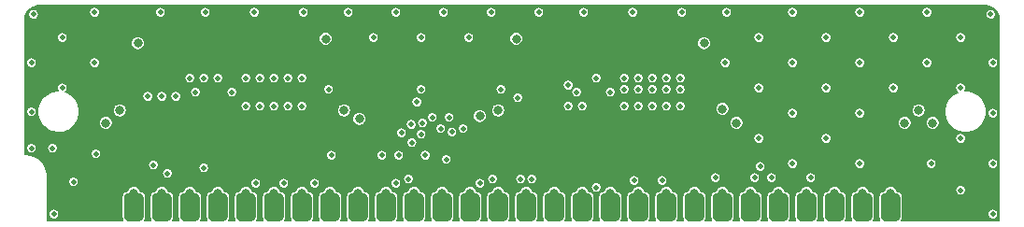
<source format=gbl>
G04 #@! TF.GenerationSoftware,KiCad,Pcbnew,(5.1.5-0-10_14)*
G04 #@! TF.CreationDate,2021-02-26T03:39:49-05:00*
G04 #@! TF.ProjectId,simm-30-4mb,73696d6d-2d33-4302-9d34-6d622e6b6963,rev?*
G04 #@! TF.SameCoordinates,Original*
G04 #@! TF.FileFunction,Copper,L4,Bot*
G04 #@! TF.FilePolarity,Positive*
%FSLAX46Y46*%
G04 Gerber Fmt 4.6, Leading zero omitted, Abs format (unit mm)*
G04 Created by KiCad (PCBNEW (5.1.5-0-10_14)) date 2021-02-26 03:39:49*
%MOMM*%
%LPD*%
G04 APERTURE LIST*
%ADD10C,0.100000*%
%ADD11C,0.800000*%
%ADD12C,0.508000*%
%ADD13C,1.000000*%
%ADD14C,0.152400*%
G04 APERTURE END LIST*
G04 #@! TA.AperFunction,SMDPad,CuDef*
D10*
G36*
X84308069Y-98808140D02*
G01*
X84351218Y-98814541D01*
X84393532Y-98825140D01*
X84434603Y-98839836D01*
X84474036Y-98858486D01*
X84511451Y-98880912D01*
X84546488Y-98906897D01*
X84578809Y-98936191D01*
X84608103Y-98968512D01*
X84634088Y-99003549D01*
X84656514Y-99040964D01*
X84675164Y-99080397D01*
X84689860Y-99121468D01*
X84700459Y-99163782D01*
X84706860Y-99206931D01*
X84709000Y-99250500D01*
X84709000Y-100901500D01*
X84706860Y-100945069D01*
X84700459Y-100988218D01*
X84689860Y-101030532D01*
X84675164Y-101071603D01*
X84656514Y-101111036D01*
X84634088Y-101148451D01*
X84608103Y-101183488D01*
X84578809Y-101215809D01*
X84546488Y-101245103D01*
X84511451Y-101271088D01*
X84474036Y-101293514D01*
X84434603Y-101312164D01*
X84393532Y-101326860D01*
X84351218Y-101337459D01*
X84308069Y-101343860D01*
X84264500Y-101346000D01*
X83375500Y-101346000D01*
X83331931Y-101343860D01*
X83288782Y-101337459D01*
X83246468Y-101326860D01*
X83205397Y-101312164D01*
X83165964Y-101293514D01*
X83128549Y-101271088D01*
X83093512Y-101245103D01*
X83061191Y-101215809D01*
X83031897Y-101183488D01*
X83005912Y-101148451D01*
X82983486Y-101111036D01*
X82964836Y-101071603D01*
X82950140Y-101030532D01*
X82939541Y-100988218D01*
X82933140Y-100945069D01*
X82931000Y-100901500D01*
X82931000Y-99250500D01*
X82933140Y-99206931D01*
X82939541Y-99163782D01*
X82950140Y-99121468D01*
X82964836Y-99080397D01*
X82983486Y-99040964D01*
X83005912Y-99003549D01*
X83031897Y-98968512D01*
X83061191Y-98936191D01*
X83093512Y-98906897D01*
X83128549Y-98880912D01*
X83165964Y-98858486D01*
X83205397Y-98839836D01*
X83246468Y-98825140D01*
X83288782Y-98814541D01*
X83331931Y-98808140D01*
X83375500Y-98806000D01*
X84264500Y-98806000D01*
X84308069Y-98808140D01*
G37*
G04 #@! TD.AperFunction*
G04 #@! TA.AperFunction,SMDPad,CuDef*
G36*
X86848069Y-98808140D02*
G01*
X86891218Y-98814541D01*
X86933532Y-98825140D01*
X86974603Y-98839836D01*
X87014036Y-98858486D01*
X87051451Y-98880912D01*
X87086488Y-98906897D01*
X87118809Y-98936191D01*
X87148103Y-98968512D01*
X87174088Y-99003549D01*
X87196514Y-99040964D01*
X87215164Y-99080397D01*
X87229860Y-99121468D01*
X87240459Y-99163782D01*
X87246860Y-99206931D01*
X87249000Y-99250500D01*
X87249000Y-100901500D01*
X87246860Y-100945069D01*
X87240459Y-100988218D01*
X87229860Y-101030532D01*
X87215164Y-101071603D01*
X87196514Y-101111036D01*
X87174088Y-101148451D01*
X87148103Y-101183488D01*
X87118809Y-101215809D01*
X87086488Y-101245103D01*
X87051451Y-101271088D01*
X87014036Y-101293514D01*
X86974603Y-101312164D01*
X86933532Y-101326860D01*
X86891218Y-101337459D01*
X86848069Y-101343860D01*
X86804500Y-101346000D01*
X85915500Y-101346000D01*
X85871931Y-101343860D01*
X85828782Y-101337459D01*
X85786468Y-101326860D01*
X85745397Y-101312164D01*
X85705964Y-101293514D01*
X85668549Y-101271088D01*
X85633512Y-101245103D01*
X85601191Y-101215809D01*
X85571897Y-101183488D01*
X85545912Y-101148451D01*
X85523486Y-101111036D01*
X85504836Y-101071603D01*
X85490140Y-101030532D01*
X85479541Y-100988218D01*
X85473140Y-100945069D01*
X85471000Y-100901500D01*
X85471000Y-99250500D01*
X85473140Y-99206931D01*
X85479541Y-99163782D01*
X85490140Y-99121468D01*
X85504836Y-99080397D01*
X85523486Y-99040964D01*
X85545912Y-99003549D01*
X85571897Y-98968512D01*
X85601191Y-98936191D01*
X85633512Y-98906897D01*
X85668549Y-98880912D01*
X85705964Y-98858486D01*
X85745397Y-98839836D01*
X85786468Y-98825140D01*
X85828782Y-98814541D01*
X85871931Y-98808140D01*
X85915500Y-98806000D01*
X86804500Y-98806000D01*
X86848069Y-98808140D01*
G37*
G04 #@! TD.AperFunction*
G04 #@! TA.AperFunction,SMDPad,CuDef*
G36*
X89388069Y-98808140D02*
G01*
X89431218Y-98814541D01*
X89473532Y-98825140D01*
X89514603Y-98839836D01*
X89554036Y-98858486D01*
X89591451Y-98880912D01*
X89626488Y-98906897D01*
X89658809Y-98936191D01*
X89688103Y-98968512D01*
X89714088Y-99003549D01*
X89736514Y-99040964D01*
X89755164Y-99080397D01*
X89769860Y-99121468D01*
X89780459Y-99163782D01*
X89786860Y-99206931D01*
X89789000Y-99250500D01*
X89789000Y-100901500D01*
X89786860Y-100945069D01*
X89780459Y-100988218D01*
X89769860Y-101030532D01*
X89755164Y-101071603D01*
X89736514Y-101111036D01*
X89714088Y-101148451D01*
X89688103Y-101183488D01*
X89658809Y-101215809D01*
X89626488Y-101245103D01*
X89591451Y-101271088D01*
X89554036Y-101293514D01*
X89514603Y-101312164D01*
X89473532Y-101326860D01*
X89431218Y-101337459D01*
X89388069Y-101343860D01*
X89344500Y-101346000D01*
X88455500Y-101346000D01*
X88411931Y-101343860D01*
X88368782Y-101337459D01*
X88326468Y-101326860D01*
X88285397Y-101312164D01*
X88245964Y-101293514D01*
X88208549Y-101271088D01*
X88173512Y-101245103D01*
X88141191Y-101215809D01*
X88111897Y-101183488D01*
X88085912Y-101148451D01*
X88063486Y-101111036D01*
X88044836Y-101071603D01*
X88030140Y-101030532D01*
X88019541Y-100988218D01*
X88013140Y-100945069D01*
X88011000Y-100901500D01*
X88011000Y-99250500D01*
X88013140Y-99206931D01*
X88019541Y-99163782D01*
X88030140Y-99121468D01*
X88044836Y-99080397D01*
X88063486Y-99040964D01*
X88085912Y-99003549D01*
X88111897Y-98968512D01*
X88141191Y-98936191D01*
X88173512Y-98906897D01*
X88208549Y-98880912D01*
X88245964Y-98858486D01*
X88285397Y-98839836D01*
X88326468Y-98825140D01*
X88368782Y-98814541D01*
X88411931Y-98808140D01*
X88455500Y-98806000D01*
X89344500Y-98806000D01*
X89388069Y-98808140D01*
G37*
G04 #@! TD.AperFunction*
G04 #@! TA.AperFunction,SMDPad,CuDef*
G36*
X91928069Y-98808140D02*
G01*
X91971218Y-98814541D01*
X92013532Y-98825140D01*
X92054603Y-98839836D01*
X92094036Y-98858486D01*
X92131451Y-98880912D01*
X92166488Y-98906897D01*
X92198809Y-98936191D01*
X92228103Y-98968512D01*
X92254088Y-99003549D01*
X92276514Y-99040964D01*
X92295164Y-99080397D01*
X92309860Y-99121468D01*
X92320459Y-99163782D01*
X92326860Y-99206931D01*
X92329000Y-99250500D01*
X92329000Y-100901500D01*
X92326860Y-100945069D01*
X92320459Y-100988218D01*
X92309860Y-101030532D01*
X92295164Y-101071603D01*
X92276514Y-101111036D01*
X92254088Y-101148451D01*
X92228103Y-101183488D01*
X92198809Y-101215809D01*
X92166488Y-101245103D01*
X92131451Y-101271088D01*
X92094036Y-101293514D01*
X92054603Y-101312164D01*
X92013532Y-101326860D01*
X91971218Y-101337459D01*
X91928069Y-101343860D01*
X91884500Y-101346000D01*
X90995500Y-101346000D01*
X90951931Y-101343860D01*
X90908782Y-101337459D01*
X90866468Y-101326860D01*
X90825397Y-101312164D01*
X90785964Y-101293514D01*
X90748549Y-101271088D01*
X90713512Y-101245103D01*
X90681191Y-101215809D01*
X90651897Y-101183488D01*
X90625912Y-101148451D01*
X90603486Y-101111036D01*
X90584836Y-101071603D01*
X90570140Y-101030532D01*
X90559541Y-100988218D01*
X90553140Y-100945069D01*
X90551000Y-100901500D01*
X90551000Y-99250500D01*
X90553140Y-99206931D01*
X90559541Y-99163782D01*
X90570140Y-99121468D01*
X90584836Y-99080397D01*
X90603486Y-99040964D01*
X90625912Y-99003549D01*
X90651897Y-98968512D01*
X90681191Y-98936191D01*
X90713512Y-98906897D01*
X90748549Y-98880912D01*
X90785964Y-98858486D01*
X90825397Y-98839836D01*
X90866468Y-98825140D01*
X90908782Y-98814541D01*
X90951931Y-98808140D01*
X90995500Y-98806000D01*
X91884500Y-98806000D01*
X91928069Y-98808140D01*
G37*
G04 #@! TD.AperFunction*
G04 #@! TA.AperFunction,SMDPad,CuDef*
G36*
X94468069Y-98808140D02*
G01*
X94511218Y-98814541D01*
X94553532Y-98825140D01*
X94594603Y-98839836D01*
X94634036Y-98858486D01*
X94671451Y-98880912D01*
X94706488Y-98906897D01*
X94738809Y-98936191D01*
X94768103Y-98968512D01*
X94794088Y-99003549D01*
X94816514Y-99040964D01*
X94835164Y-99080397D01*
X94849860Y-99121468D01*
X94860459Y-99163782D01*
X94866860Y-99206931D01*
X94869000Y-99250500D01*
X94869000Y-100901500D01*
X94866860Y-100945069D01*
X94860459Y-100988218D01*
X94849860Y-101030532D01*
X94835164Y-101071603D01*
X94816514Y-101111036D01*
X94794088Y-101148451D01*
X94768103Y-101183488D01*
X94738809Y-101215809D01*
X94706488Y-101245103D01*
X94671451Y-101271088D01*
X94634036Y-101293514D01*
X94594603Y-101312164D01*
X94553532Y-101326860D01*
X94511218Y-101337459D01*
X94468069Y-101343860D01*
X94424500Y-101346000D01*
X93535500Y-101346000D01*
X93491931Y-101343860D01*
X93448782Y-101337459D01*
X93406468Y-101326860D01*
X93365397Y-101312164D01*
X93325964Y-101293514D01*
X93288549Y-101271088D01*
X93253512Y-101245103D01*
X93221191Y-101215809D01*
X93191897Y-101183488D01*
X93165912Y-101148451D01*
X93143486Y-101111036D01*
X93124836Y-101071603D01*
X93110140Y-101030532D01*
X93099541Y-100988218D01*
X93093140Y-100945069D01*
X93091000Y-100901500D01*
X93091000Y-99250500D01*
X93093140Y-99206931D01*
X93099541Y-99163782D01*
X93110140Y-99121468D01*
X93124836Y-99080397D01*
X93143486Y-99040964D01*
X93165912Y-99003549D01*
X93191897Y-98968512D01*
X93221191Y-98936191D01*
X93253512Y-98906897D01*
X93288549Y-98880912D01*
X93325964Y-98858486D01*
X93365397Y-98839836D01*
X93406468Y-98825140D01*
X93448782Y-98814541D01*
X93491931Y-98808140D01*
X93535500Y-98806000D01*
X94424500Y-98806000D01*
X94468069Y-98808140D01*
G37*
G04 #@! TD.AperFunction*
G04 #@! TA.AperFunction,SMDPad,CuDef*
G36*
X97008069Y-98808140D02*
G01*
X97051218Y-98814541D01*
X97093532Y-98825140D01*
X97134603Y-98839836D01*
X97174036Y-98858486D01*
X97211451Y-98880912D01*
X97246488Y-98906897D01*
X97278809Y-98936191D01*
X97308103Y-98968512D01*
X97334088Y-99003549D01*
X97356514Y-99040964D01*
X97375164Y-99080397D01*
X97389860Y-99121468D01*
X97400459Y-99163782D01*
X97406860Y-99206931D01*
X97409000Y-99250500D01*
X97409000Y-100901500D01*
X97406860Y-100945069D01*
X97400459Y-100988218D01*
X97389860Y-101030532D01*
X97375164Y-101071603D01*
X97356514Y-101111036D01*
X97334088Y-101148451D01*
X97308103Y-101183488D01*
X97278809Y-101215809D01*
X97246488Y-101245103D01*
X97211451Y-101271088D01*
X97174036Y-101293514D01*
X97134603Y-101312164D01*
X97093532Y-101326860D01*
X97051218Y-101337459D01*
X97008069Y-101343860D01*
X96964500Y-101346000D01*
X96075500Y-101346000D01*
X96031931Y-101343860D01*
X95988782Y-101337459D01*
X95946468Y-101326860D01*
X95905397Y-101312164D01*
X95865964Y-101293514D01*
X95828549Y-101271088D01*
X95793512Y-101245103D01*
X95761191Y-101215809D01*
X95731897Y-101183488D01*
X95705912Y-101148451D01*
X95683486Y-101111036D01*
X95664836Y-101071603D01*
X95650140Y-101030532D01*
X95639541Y-100988218D01*
X95633140Y-100945069D01*
X95631000Y-100901500D01*
X95631000Y-99250500D01*
X95633140Y-99206931D01*
X95639541Y-99163782D01*
X95650140Y-99121468D01*
X95664836Y-99080397D01*
X95683486Y-99040964D01*
X95705912Y-99003549D01*
X95731897Y-98968512D01*
X95761191Y-98936191D01*
X95793512Y-98906897D01*
X95828549Y-98880912D01*
X95865964Y-98858486D01*
X95905397Y-98839836D01*
X95946468Y-98825140D01*
X95988782Y-98814541D01*
X96031931Y-98808140D01*
X96075500Y-98806000D01*
X96964500Y-98806000D01*
X97008069Y-98808140D01*
G37*
G04 #@! TD.AperFunction*
G04 #@! TA.AperFunction,SMDPad,CuDef*
G36*
X99548069Y-98808140D02*
G01*
X99591218Y-98814541D01*
X99633532Y-98825140D01*
X99674603Y-98839836D01*
X99714036Y-98858486D01*
X99751451Y-98880912D01*
X99786488Y-98906897D01*
X99818809Y-98936191D01*
X99848103Y-98968512D01*
X99874088Y-99003549D01*
X99896514Y-99040964D01*
X99915164Y-99080397D01*
X99929860Y-99121468D01*
X99940459Y-99163782D01*
X99946860Y-99206931D01*
X99949000Y-99250500D01*
X99949000Y-100901500D01*
X99946860Y-100945069D01*
X99940459Y-100988218D01*
X99929860Y-101030532D01*
X99915164Y-101071603D01*
X99896514Y-101111036D01*
X99874088Y-101148451D01*
X99848103Y-101183488D01*
X99818809Y-101215809D01*
X99786488Y-101245103D01*
X99751451Y-101271088D01*
X99714036Y-101293514D01*
X99674603Y-101312164D01*
X99633532Y-101326860D01*
X99591218Y-101337459D01*
X99548069Y-101343860D01*
X99504500Y-101346000D01*
X98615500Y-101346000D01*
X98571931Y-101343860D01*
X98528782Y-101337459D01*
X98486468Y-101326860D01*
X98445397Y-101312164D01*
X98405964Y-101293514D01*
X98368549Y-101271088D01*
X98333512Y-101245103D01*
X98301191Y-101215809D01*
X98271897Y-101183488D01*
X98245912Y-101148451D01*
X98223486Y-101111036D01*
X98204836Y-101071603D01*
X98190140Y-101030532D01*
X98179541Y-100988218D01*
X98173140Y-100945069D01*
X98171000Y-100901500D01*
X98171000Y-99250500D01*
X98173140Y-99206931D01*
X98179541Y-99163782D01*
X98190140Y-99121468D01*
X98204836Y-99080397D01*
X98223486Y-99040964D01*
X98245912Y-99003549D01*
X98271897Y-98968512D01*
X98301191Y-98936191D01*
X98333512Y-98906897D01*
X98368549Y-98880912D01*
X98405964Y-98858486D01*
X98445397Y-98839836D01*
X98486468Y-98825140D01*
X98528782Y-98814541D01*
X98571931Y-98808140D01*
X98615500Y-98806000D01*
X99504500Y-98806000D01*
X99548069Y-98808140D01*
G37*
G04 #@! TD.AperFunction*
G04 #@! TA.AperFunction,SMDPad,CuDef*
G36*
X102088069Y-98808140D02*
G01*
X102131218Y-98814541D01*
X102173532Y-98825140D01*
X102214603Y-98839836D01*
X102254036Y-98858486D01*
X102291451Y-98880912D01*
X102326488Y-98906897D01*
X102358809Y-98936191D01*
X102388103Y-98968512D01*
X102414088Y-99003549D01*
X102436514Y-99040964D01*
X102455164Y-99080397D01*
X102469860Y-99121468D01*
X102480459Y-99163782D01*
X102486860Y-99206931D01*
X102489000Y-99250500D01*
X102489000Y-100901500D01*
X102486860Y-100945069D01*
X102480459Y-100988218D01*
X102469860Y-101030532D01*
X102455164Y-101071603D01*
X102436514Y-101111036D01*
X102414088Y-101148451D01*
X102388103Y-101183488D01*
X102358809Y-101215809D01*
X102326488Y-101245103D01*
X102291451Y-101271088D01*
X102254036Y-101293514D01*
X102214603Y-101312164D01*
X102173532Y-101326860D01*
X102131218Y-101337459D01*
X102088069Y-101343860D01*
X102044500Y-101346000D01*
X101155500Y-101346000D01*
X101111931Y-101343860D01*
X101068782Y-101337459D01*
X101026468Y-101326860D01*
X100985397Y-101312164D01*
X100945964Y-101293514D01*
X100908549Y-101271088D01*
X100873512Y-101245103D01*
X100841191Y-101215809D01*
X100811897Y-101183488D01*
X100785912Y-101148451D01*
X100763486Y-101111036D01*
X100744836Y-101071603D01*
X100730140Y-101030532D01*
X100719541Y-100988218D01*
X100713140Y-100945069D01*
X100711000Y-100901500D01*
X100711000Y-99250500D01*
X100713140Y-99206931D01*
X100719541Y-99163782D01*
X100730140Y-99121468D01*
X100744836Y-99080397D01*
X100763486Y-99040964D01*
X100785912Y-99003549D01*
X100811897Y-98968512D01*
X100841191Y-98936191D01*
X100873512Y-98906897D01*
X100908549Y-98880912D01*
X100945964Y-98858486D01*
X100985397Y-98839836D01*
X101026468Y-98825140D01*
X101068782Y-98814541D01*
X101111931Y-98808140D01*
X101155500Y-98806000D01*
X102044500Y-98806000D01*
X102088069Y-98808140D01*
G37*
G04 #@! TD.AperFunction*
G04 #@! TA.AperFunction,SMDPad,CuDef*
G36*
X104628069Y-98808140D02*
G01*
X104671218Y-98814541D01*
X104713532Y-98825140D01*
X104754603Y-98839836D01*
X104794036Y-98858486D01*
X104831451Y-98880912D01*
X104866488Y-98906897D01*
X104898809Y-98936191D01*
X104928103Y-98968512D01*
X104954088Y-99003549D01*
X104976514Y-99040964D01*
X104995164Y-99080397D01*
X105009860Y-99121468D01*
X105020459Y-99163782D01*
X105026860Y-99206931D01*
X105029000Y-99250500D01*
X105029000Y-100901500D01*
X105026860Y-100945069D01*
X105020459Y-100988218D01*
X105009860Y-101030532D01*
X104995164Y-101071603D01*
X104976514Y-101111036D01*
X104954088Y-101148451D01*
X104928103Y-101183488D01*
X104898809Y-101215809D01*
X104866488Y-101245103D01*
X104831451Y-101271088D01*
X104794036Y-101293514D01*
X104754603Y-101312164D01*
X104713532Y-101326860D01*
X104671218Y-101337459D01*
X104628069Y-101343860D01*
X104584500Y-101346000D01*
X103695500Y-101346000D01*
X103651931Y-101343860D01*
X103608782Y-101337459D01*
X103566468Y-101326860D01*
X103525397Y-101312164D01*
X103485964Y-101293514D01*
X103448549Y-101271088D01*
X103413512Y-101245103D01*
X103381191Y-101215809D01*
X103351897Y-101183488D01*
X103325912Y-101148451D01*
X103303486Y-101111036D01*
X103284836Y-101071603D01*
X103270140Y-101030532D01*
X103259541Y-100988218D01*
X103253140Y-100945069D01*
X103251000Y-100901500D01*
X103251000Y-99250500D01*
X103253140Y-99206931D01*
X103259541Y-99163782D01*
X103270140Y-99121468D01*
X103284836Y-99080397D01*
X103303486Y-99040964D01*
X103325912Y-99003549D01*
X103351897Y-98968512D01*
X103381191Y-98936191D01*
X103413512Y-98906897D01*
X103448549Y-98880912D01*
X103485964Y-98858486D01*
X103525397Y-98839836D01*
X103566468Y-98825140D01*
X103608782Y-98814541D01*
X103651931Y-98808140D01*
X103695500Y-98806000D01*
X104584500Y-98806000D01*
X104628069Y-98808140D01*
G37*
G04 #@! TD.AperFunction*
G04 #@! TA.AperFunction,SMDPad,CuDef*
G36*
X107168069Y-98808140D02*
G01*
X107211218Y-98814541D01*
X107253532Y-98825140D01*
X107294603Y-98839836D01*
X107334036Y-98858486D01*
X107371451Y-98880912D01*
X107406488Y-98906897D01*
X107438809Y-98936191D01*
X107468103Y-98968512D01*
X107494088Y-99003549D01*
X107516514Y-99040964D01*
X107535164Y-99080397D01*
X107549860Y-99121468D01*
X107560459Y-99163782D01*
X107566860Y-99206931D01*
X107569000Y-99250500D01*
X107569000Y-100901500D01*
X107566860Y-100945069D01*
X107560459Y-100988218D01*
X107549860Y-101030532D01*
X107535164Y-101071603D01*
X107516514Y-101111036D01*
X107494088Y-101148451D01*
X107468103Y-101183488D01*
X107438809Y-101215809D01*
X107406488Y-101245103D01*
X107371451Y-101271088D01*
X107334036Y-101293514D01*
X107294603Y-101312164D01*
X107253532Y-101326860D01*
X107211218Y-101337459D01*
X107168069Y-101343860D01*
X107124500Y-101346000D01*
X106235500Y-101346000D01*
X106191931Y-101343860D01*
X106148782Y-101337459D01*
X106106468Y-101326860D01*
X106065397Y-101312164D01*
X106025964Y-101293514D01*
X105988549Y-101271088D01*
X105953512Y-101245103D01*
X105921191Y-101215809D01*
X105891897Y-101183488D01*
X105865912Y-101148451D01*
X105843486Y-101111036D01*
X105824836Y-101071603D01*
X105810140Y-101030532D01*
X105799541Y-100988218D01*
X105793140Y-100945069D01*
X105791000Y-100901500D01*
X105791000Y-99250500D01*
X105793140Y-99206931D01*
X105799541Y-99163782D01*
X105810140Y-99121468D01*
X105824836Y-99080397D01*
X105843486Y-99040964D01*
X105865912Y-99003549D01*
X105891897Y-98968512D01*
X105921191Y-98936191D01*
X105953512Y-98906897D01*
X105988549Y-98880912D01*
X106025964Y-98858486D01*
X106065397Y-98839836D01*
X106106468Y-98825140D01*
X106148782Y-98814541D01*
X106191931Y-98808140D01*
X106235500Y-98806000D01*
X107124500Y-98806000D01*
X107168069Y-98808140D01*
G37*
G04 #@! TD.AperFunction*
G04 #@! TA.AperFunction,SMDPad,CuDef*
G36*
X109708069Y-98808140D02*
G01*
X109751218Y-98814541D01*
X109793532Y-98825140D01*
X109834603Y-98839836D01*
X109874036Y-98858486D01*
X109911451Y-98880912D01*
X109946488Y-98906897D01*
X109978809Y-98936191D01*
X110008103Y-98968512D01*
X110034088Y-99003549D01*
X110056514Y-99040964D01*
X110075164Y-99080397D01*
X110089860Y-99121468D01*
X110100459Y-99163782D01*
X110106860Y-99206931D01*
X110109000Y-99250500D01*
X110109000Y-100901500D01*
X110106860Y-100945069D01*
X110100459Y-100988218D01*
X110089860Y-101030532D01*
X110075164Y-101071603D01*
X110056514Y-101111036D01*
X110034088Y-101148451D01*
X110008103Y-101183488D01*
X109978809Y-101215809D01*
X109946488Y-101245103D01*
X109911451Y-101271088D01*
X109874036Y-101293514D01*
X109834603Y-101312164D01*
X109793532Y-101326860D01*
X109751218Y-101337459D01*
X109708069Y-101343860D01*
X109664500Y-101346000D01*
X108775500Y-101346000D01*
X108731931Y-101343860D01*
X108688782Y-101337459D01*
X108646468Y-101326860D01*
X108605397Y-101312164D01*
X108565964Y-101293514D01*
X108528549Y-101271088D01*
X108493512Y-101245103D01*
X108461191Y-101215809D01*
X108431897Y-101183488D01*
X108405912Y-101148451D01*
X108383486Y-101111036D01*
X108364836Y-101071603D01*
X108350140Y-101030532D01*
X108339541Y-100988218D01*
X108333140Y-100945069D01*
X108331000Y-100901500D01*
X108331000Y-99250500D01*
X108333140Y-99206931D01*
X108339541Y-99163782D01*
X108350140Y-99121468D01*
X108364836Y-99080397D01*
X108383486Y-99040964D01*
X108405912Y-99003549D01*
X108431897Y-98968512D01*
X108461191Y-98936191D01*
X108493512Y-98906897D01*
X108528549Y-98880912D01*
X108565964Y-98858486D01*
X108605397Y-98839836D01*
X108646468Y-98825140D01*
X108688782Y-98814541D01*
X108731931Y-98808140D01*
X108775500Y-98806000D01*
X109664500Y-98806000D01*
X109708069Y-98808140D01*
G37*
G04 #@! TD.AperFunction*
G04 #@! TA.AperFunction,SMDPad,CuDef*
G36*
X112248069Y-98808140D02*
G01*
X112291218Y-98814541D01*
X112333532Y-98825140D01*
X112374603Y-98839836D01*
X112414036Y-98858486D01*
X112451451Y-98880912D01*
X112486488Y-98906897D01*
X112518809Y-98936191D01*
X112548103Y-98968512D01*
X112574088Y-99003549D01*
X112596514Y-99040964D01*
X112615164Y-99080397D01*
X112629860Y-99121468D01*
X112640459Y-99163782D01*
X112646860Y-99206931D01*
X112649000Y-99250500D01*
X112649000Y-100901500D01*
X112646860Y-100945069D01*
X112640459Y-100988218D01*
X112629860Y-101030532D01*
X112615164Y-101071603D01*
X112596514Y-101111036D01*
X112574088Y-101148451D01*
X112548103Y-101183488D01*
X112518809Y-101215809D01*
X112486488Y-101245103D01*
X112451451Y-101271088D01*
X112414036Y-101293514D01*
X112374603Y-101312164D01*
X112333532Y-101326860D01*
X112291218Y-101337459D01*
X112248069Y-101343860D01*
X112204500Y-101346000D01*
X111315500Y-101346000D01*
X111271931Y-101343860D01*
X111228782Y-101337459D01*
X111186468Y-101326860D01*
X111145397Y-101312164D01*
X111105964Y-101293514D01*
X111068549Y-101271088D01*
X111033512Y-101245103D01*
X111001191Y-101215809D01*
X110971897Y-101183488D01*
X110945912Y-101148451D01*
X110923486Y-101111036D01*
X110904836Y-101071603D01*
X110890140Y-101030532D01*
X110879541Y-100988218D01*
X110873140Y-100945069D01*
X110871000Y-100901500D01*
X110871000Y-99250500D01*
X110873140Y-99206931D01*
X110879541Y-99163782D01*
X110890140Y-99121468D01*
X110904836Y-99080397D01*
X110923486Y-99040964D01*
X110945912Y-99003549D01*
X110971897Y-98968512D01*
X111001191Y-98936191D01*
X111033512Y-98906897D01*
X111068549Y-98880912D01*
X111105964Y-98858486D01*
X111145397Y-98839836D01*
X111186468Y-98825140D01*
X111228782Y-98814541D01*
X111271931Y-98808140D01*
X111315500Y-98806000D01*
X112204500Y-98806000D01*
X112248069Y-98808140D01*
G37*
G04 #@! TD.AperFunction*
G04 #@! TA.AperFunction,SMDPad,CuDef*
G36*
X114788069Y-98808140D02*
G01*
X114831218Y-98814541D01*
X114873532Y-98825140D01*
X114914603Y-98839836D01*
X114954036Y-98858486D01*
X114991451Y-98880912D01*
X115026488Y-98906897D01*
X115058809Y-98936191D01*
X115088103Y-98968512D01*
X115114088Y-99003549D01*
X115136514Y-99040964D01*
X115155164Y-99080397D01*
X115169860Y-99121468D01*
X115180459Y-99163782D01*
X115186860Y-99206931D01*
X115189000Y-99250500D01*
X115189000Y-100901500D01*
X115186860Y-100945069D01*
X115180459Y-100988218D01*
X115169860Y-101030532D01*
X115155164Y-101071603D01*
X115136514Y-101111036D01*
X115114088Y-101148451D01*
X115088103Y-101183488D01*
X115058809Y-101215809D01*
X115026488Y-101245103D01*
X114991451Y-101271088D01*
X114954036Y-101293514D01*
X114914603Y-101312164D01*
X114873532Y-101326860D01*
X114831218Y-101337459D01*
X114788069Y-101343860D01*
X114744500Y-101346000D01*
X113855500Y-101346000D01*
X113811931Y-101343860D01*
X113768782Y-101337459D01*
X113726468Y-101326860D01*
X113685397Y-101312164D01*
X113645964Y-101293514D01*
X113608549Y-101271088D01*
X113573512Y-101245103D01*
X113541191Y-101215809D01*
X113511897Y-101183488D01*
X113485912Y-101148451D01*
X113463486Y-101111036D01*
X113444836Y-101071603D01*
X113430140Y-101030532D01*
X113419541Y-100988218D01*
X113413140Y-100945069D01*
X113411000Y-100901500D01*
X113411000Y-99250500D01*
X113413140Y-99206931D01*
X113419541Y-99163782D01*
X113430140Y-99121468D01*
X113444836Y-99080397D01*
X113463486Y-99040964D01*
X113485912Y-99003549D01*
X113511897Y-98968512D01*
X113541191Y-98936191D01*
X113573512Y-98906897D01*
X113608549Y-98880912D01*
X113645964Y-98858486D01*
X113685397Y-98839836D01*
X113726468Y-98825140D01*
X113768782Y-98814541D01*
X113811931Y-98808140D01*
X113855500Y-98806000D01*
X114744500Y-98806000D01*
X114788069Y-98808140D01*
G37*
G04 #@! TD.AperFunction*
G04 #@! TA.AperFunction,SMDPad,CuDef*
G36*
X117328069Y-98808140D02*
G01*
X117371218Y-98814541D01*
X117413532Y-98825140D01*
X117454603Y-98839836D01*
X117494036Y-98858486D01*
X117531451Y-98880912D01*
X117566488Y-98906897D01*
X117598809Y-98936191D01*
X117628103Y-98968512D01*
X117654088Y-99003549D01*
X117676514Y-99040964D01*
X117695164Y-99080397D01*
X117709860Y-99121468D01*
X117720459Y-99163782D01*
X117726860Y-99206931D01*
X117729000Y-99250500D01*
X117729000Y-100901500D01*
X117726860Y-100945069D01*
X117720459Y-100988218D01*
X117709860Y-101030532D01*
X117695164Y-101071603D01*
X117676514Y-101111036D01*
X117654088Y-101148451D01*
X117628103Y-101183488D01*
X117598809Y-101215809D01*
X117566488Y-101245103D01*
X117531451Y-101271088D01*
X117494036Y-101293514D01*
X117454603Y-101312164D01*
X117413532Y-101326860D01*
X117371218Y-101337459D01*
X117328069Y-101343860D01*
X117284500Y-101346000D01*
X116395500Y-101346000D01*
X116351931Y-101343860D01*
X116308782Y-101337459D01*
X116266468Y-101326860D01*
X116225397Y-101312164D01*
X116185964Y-101293514D01*
X116148549Y-101271088D01*
X116113512Y-101245103D01*
X116081191Y-101215809D01*
X116051897Y-101183488D01*
X116025912Y-101148451D01*
X116003486Y-101111036D01*
X115984836Y-101071603D01*
X115970140Y-101030532D01*
X115959541Y-100988218D01*
X115953140Y-100945069D01*
X115951000Y-100901500D01*
X115951000Y-99250500D01*
X115953140Y-99206931D01*
X115959541Y-99163782D01*
X115970140Y-99121468D01*
X115984836Y-99080397D01*
X116003486Y-99040964D01*
X116025912Y-99003549D01*
X116051897Y-98968512D01*
X116081191Y-98936191D01*
X116113512Y-98906897D01*
X116148549Y-98880912D01*
X116185964Y-98858486D01*
X116225397Y-98839836D01*
X116266468Y-98825140D01*
X116308782Y-98814541D01*
X116351931Y-98808140D01*
X116395500Y-98806000D01*
X117284500Y-98806000D01*
X117328069Y-98808140D01*
G37*
G04 #@! TD.AperFunction*
G04 #@! TA.AperFunction,SMDPad,CuDef*
G36*
X119868069Y-98808140D02*
G01*
X119911218Y-98814541D01*
X119953532Y-98825140D01*
X119994603Y-98839836D01*
X120034036Y-98858486D01*
X120071451Y-98880912D01*
X120106488Y-98906897D01*
X120138809Y-98936191D01*
X120168103Y-98968512D01*
X120194088Y-99003549D01*
X120216514Y-99040964D01*
X120235164Y-99080397D01*
X120249860Y-99121468D01*
X120260459Y-99163782D01*
X120266860Y-99206931D01*
X120269000Y-99250500D01*
X120269000Y-100901500D01*
X120266860Y-100945069D01*
X120260459Y-100988218D01*
X120249860Y-101030532D01*
X120235164Y-101071603D01*
X120216514Y-101111036D01*
X120194088Y-101148451D01*
X120168103Y-101183488D01*
X120138809Y-101215809D01*
X120106488Y-101245103D01*
X120071451Y-101271088D01*
X120034036Y-101293514D01*
X119994603Y-101312164D01*
X119953532Y-101326860D01*
X119911218Y-101337459D01*
X119868069Y-101343860D01*
X119824500Y-101346000D01*
X118935500Y-101346000D01*
X118891931Y-101343860D01*
X118848782Y-101337459D01*
X118806468Y-101326860D01*
X118765397Y-101312164D01*
X118725964Y-101293514D01*
X118688549Y-101271088D01*
X118653512Y-101245103D01*
X118621191Y-101215809D01*
X118591897Y-101183488D01*
X118565912Y-101148451D01*
X118543486Y-101111036D01*
X118524836Y-101071603D01*
X118510140Y-101030532D01*
X118499541Y-100988218D01*
X118493140Y-100945069D01*
X118491000Y-100901500D01*
X118491000Y-99250500D01*
X118493140Y-99206931D01*
X118499541Y-99163782D01*
X118510140Y-99121468D01*
X118524836Y-99080397D01*
X118543486Y-99040964D01*
X118565912Y-99003549D01*
X118591897Y-98968512D01*
X118621191Y-98936191D01*
X118653512Y-98906897D01*
X118688549Y-98880912D01*
X118725964Y-98858486D01*
X118765397Y-98839836D01*
X118806468Y-98825140D01*
X118848782Y-98814541D01*
X118891931Y-98808140D01*
X118935500Y-98806000D01*
X119824500Y-98806000D01*
X119868069Y-98808140D01*
G37*
G04 #@! TD.AperFunction*
G04 #@! TA.AperFunction,SMDPad,CuDef*
G36*
X122408069Y-98808140D02*
G01*
X122451218Y-98814541D01*
X122493532Y-98825140D01*
X122534603Y-98839836D01*
X122574036Y-98858486D01*
X122611451Y-98880912D01*
X122646488Y-98906897D01*
X122678809Y-98936191D01*
X122708103Y-98968512D01*
X122734088Y-99003549D01*
X122756514Y-99040964D01*
X122775164Y-99080397D01*
X122789860Y-99121468D01*
X122800459Y-99163782D01*
X122806860Y-99206931D01*
X122809000Y-99250500D01*
X122809000Y-100901500D01*
X122806860Y-100945069D01*
X122800459Y-100988218D01*
X122789860Y-101030532D01*
X122775164Y-101071603D01*
X122756514Y-101111036D01*
X122734088Y-101148451D01*
X122708103Y-101183488D01*
X122678809Y-101215809D01*
X122646488Y-101245103D01*
X122611451Y-101271088D01*
X122574036Y-101293514D01*
X122534603Y-101312164D01*
X122493532Y-101326860D01*
X122451218Y-101337459D01*
X122408069Y-101343860D01*
X122364500Y-101346000D01*
X121475500Y-101346000D01*
X121431931Y-101343860D01*
X121388782Y-101337459D01*
X121346468Y-101326860D01*
X121305397Y-101312164D01*
X121265964Y-101293514D01*
X121228549Y-101271088D01*
X121193512Y-101245103D01*
X121161191Y-101215809D01*
X121131897Y-101183488D01*
X121105912Y-101148451D01*
X121083486Y-101111036D01*
X121064836Y-101071603D01*
X121050140Y-101030532D01*
X121039541Y-100988218D01*
X121033140Y-100945069D01*
X121031000Y-100901500D01*
X121031000Y-99250500D01*
X121033140Y-99206931D01*
X121039541Y-99163782D01*
X121050140Y-99121468D01*
X121064836Y-99080397D01*
X121083486Y-99040964D01*
X121105912Y-99003549D01*
X121131897Y-98968512D01*
X121161191Y-98936191D01*
X121193512Y-98906897D01*
X121228549Y-98880912D01*
X121265964Y-98858486D01*
X121305397Y-98839836D01*
X121346468Y-98825140D01*
X121388782Y-98814541D01*
X121431931Y-98808140D01*
X121475500Y-98806000D01*
X122364500Y-98806000D01*
X122408069Y-98808140D01*
G37*
G04 #@! TD.AperFunction*
G04 #@! TA.AperFunction,SMDPad,CuDef*
G36*
X124948069Y-98808140D02*
G01*
X124991218Y-98814541D01*
X125033532Y-98825140D01*
X125074603Y-98839836D01*
X125114036Y-98858486D01*
X125151451Y-98880912D01*
X125186488Y-98906897D01*
X125218809Y-98936191D01*
X125248103Y-98968512D01*
X125274088Y-99003549D01*
X125296514Y-99040964D01*
X125315164Y-99080397D01*
X125329860Y-99121468D01*
X125340459Y-99163782D01*
X125346860Y-99206931D01*
X125349000Y-99250500D01*
X125349000Y-100901500D01*
X125346860Y-100945069D01*
X125340459Y-100988218D01*
X125329860Y-101030532D01*
X125315164Y-101071603D01*
X125296514Y-101111036D01*
X125274088Y-101148451D01*
X125248103Y-101183488D01*
X125218809Y-101215809D01*
X125186488Y-101245103D01*
X125151451Y-101271088D01*
X125114036Y-101293514D01*
X125074603Y-101312164D01*
X125033532Y-101326860D01*
X124991218Y-101337459D01*
X124948069Y-101343860D01*
X124904500Y-101346000D01*
X124015500Y-101346000D01*
X123971931Y-101343860D01*
X123928782Y-101337459D01*
X123886468Y-101326860D01*
X123845397Y-101312164D01*
X123805964Y-101293514D01*
X123768549Y-101271088D01*
X123733512Y-101245103D01*
X123701191Y-101215809D01*
X123671897Y-101183488D01*
X123645912Y-101148451D01*
X123623486Y-101111036D01*
X123604836Y-101071603D01*
X123590140Y-101030532D01*
X123579541Y-100988218D01*
X123573140Y-100945069D01*
X123571000Y-100901500D01*
X123571000Y-99250500D01*
X123573140Y-99206931D01*
X123579541Y-99163782D01*
X123590140Y-99121468D01*
X123604836Y-99080397D01*
X123623486Y-99040964D01*
X123645912Y-99003549D01*
X123671897Y-98968512D01*
X123701191Y-98936191D01*
X123733512Y-98906897D01*
X123768549Y-98880912D01*
X123805964Y-98858486D01*
X123845397Y-98839836D01*
X123886468Y-98825140D01*
X123928782Y-98814541D01*
X123971931Y-98808140D01*
X124015500Y-98806000D01*
X124904500Y-98806000D01*
X124948069Y-98808140D01*
G37*
G04 #@! TD.AperFunction*
G04 #@! TA.AperFunction,SMDPad,CuDef*
G36*
X127488069Y-98808140D02*
G01*
X127531218Y-98814541D01*
X127573532Y-98825140D01*
X127614603Y-98839836D01*
X127654036Y-98858486D01*
X127691451Y-98880912D01*
X127726488Y-98906897D01*
X127758809Y-98936191D01*
X127788103Y-98968512D01*
X127814088Y-99003549D01*
X127836514Y-99040964D01*
X127855164Y-99080397D01*
X127869860Y-99121468D01*
X127880459Y-99163782D01*
X127886860Y-99206931D01*
X127889000Y-99250500D01*
X127889000Y-100901500D01*
X127886860Y-100945069D01*
X127880459Y-100988218D01*
X127869860Y-101030532D01*
X127855164Y-101071603D01*
X127836514Y-101111036D01*
X127814088Y-101148451D01*
X127788103Y-101183488D01*
X127758809Y-101215809D01*
X127726488Y-101245103D01*
X127691451Y-101271088D01*
X127654036Y-101293514D01*
X127614603Y-101312164D01*
X127573532Y-101326860D01*
X127531218Y-101337459D01*
X127488069Y-101343860D01*
X127444500Y-101346000D01*
X126555500Y-101346000D01*
X126511931Y-101343860D01*
X126468782Y-101337459D01*
X126426468Y-101326860D01*
X126385397Y-101312164D01*
X126345964Y-101293514D01*
X126308549Y-101271088D01*
X126273512Y-101245103D01*
X126241191Y-101215809D01*
X126211897Y-101183488D01*
X126185912Y-101148451D01*
X126163486Y-101111036D01*
X126144836Y-101071603D01*
X126130140Y-101030532D01*
X126119541Y-100988218D01*
X126113140Y-100945069D01*
X126111000Y-100901500D01*
X126111000Y-99250500D01*
X126113140Y-99206931D01*
X126119541Y-99163782D01*
X126130140Y-99121468D01*
X126144836Y-99080397D01*
X126163486Y-99040964D01*
X126185912Y-99003549D01*
X126211897Y-98968512D01*
X126241191Y-98936191D01*
X126273512Y-98906897D01*
X126308549Y-98880912D01*
X126345964Y-98858486D01*
X126385397Y-98839836D01*
X126426468Y-98825140D01*
X126468782Y-98814541D01*
X126511931Y-98808140D01*
X126555500Y-98806000D01*
X127444500Y-98806000D01*
X127488069Y-98808140D01*
G37*
G04 #@! TD.AperFunction*
G04 #@! TA.AperFunction,SMDPad,CuDef*
G36*
X130028069Y-98808140D02*
G01*
X130071218Y-98814541D01*
X130113532Y-98825140D01*
X130154603Y-98839836D01*
X130194036Y-98858486D01*
X130231451Y-98880912D01*
X130266488Y-98906897D01*
X130298809Y-98936191D01*
X130328103Y-98968512D01*
X130354088Y-99003549D01*
X130376514Y-99040964D01*
X130395164Y-99080397D01*
X130409860Y-99121468D01*
X130420459Y-99163782D01*
X130426860Y-99206931D01*
X130429000Y-99250500D01*
X130429000Y-100901500D01*
X130426860Y-100945069D01*
X130420459Y-100988218D01*
X130409860Y-101030532D01*
X130395164Y-101071603D01*
X130376514Y-101111036D01*
X130354088Y-101148451D01*
X130328103Y-101183488D01*
X130298809Y-101215809D01*
X130266488Y-101245103D01*
X130231451Y-101271088D01*
X130194036Y-101293514D01*
X130154603Y-101312164D01*
X130113532Y-101326860D01*
X130071218Y-101337459D01*
X130028069Y-101343860D01*
X129984500Y-101346000D01*
X129095500Y-101346000D01*
X129051931Y-101343860D01*
X129008782Y-101337459D01*
X128966468Y-101326860D01*
X128925397Y-101312164D01*
X128885964Y-101293514D01*
X128848549Y-101271088D01*
X128813512Y-101245103D01*
X128781191Y-101215809D01*
X128751897Y-101183488D01*
X128725912Y-101148451D01*
X128703486Y-101111036D01*
X128684836Y-101071603D01*
X128670140Y-101030532D01*
X128659541Y-100988218D01*
X128653140Y-100945069D01*
X128651000Y-100901500D01*
X128651000Y-99250500D01*
X128653140Y-99206931D01*
X128659541Y-99163782D01*
X128670140Y-99121468D01*
X128684836Y-99080397D01*
X128703486Y-99040964D01*
X128725912Y-99003549D01*
X128751897Y-98968512D01*
X128781191Y-98936191D01*
X128813512Y-98906897D01*
X128848549Y-98880912D01*
X128885964Y-98858486D01*
X128925397Y-98839836D01*
X128966468Y-98825140D01*
X129008782Y-98814541D01*
X129051931Y-98808140D01*
X129095500Y-98806000D01*
X129984500Y-98806000D01*
X130028069Y-98808140D01*
G37*
G04 #@! TD.AperFunction*
G04 #@! TA.AperFunction,SMDPad,CuDef*
G36*
X132568069Y-98808140D02*
G01*
X132611218Y-98814541D01*
X132653532Y-98825140D01*
X132694603Y-98839836D01*
X132734036Y-98858486D01*
X132771451Y-98880912D01*
X132806488Y-98906897D01*
X132838809Y-98936191D01*
X132868103Y-98968512D01*
X132894088Y-99003549D01*
X132916514Y-99040964D01*
X132935164Y-99080397D01*
X132949860Y-99121468D01*
X132960459Y-99163782D01*
X132966860Y-99206931D01*
X132969000Y-99250500D01*
X132969000Y-100901500D01*
X132966860Y-100945069D01*
X132960459Y-100988218D01*
X132949860Y-101030532D01*
X132935164Y-101071603D01*
X132916514Y-101111036D01*
X132894088Y-101148451D01*
X132868103Y-101183488D01*
X132838809Y-101215809D01*
X132806488Y-101245103D01*
X132771451Y-101271088D01*
X132734036Y-101293514D01*
X132694603Y-101312164D01*
X132653532Y-101326860D01*
X132611218Y-101337459D01*
X132568069Y-101343860D01*
X132524500Y-101346000D01*
X131635500Y-101346000D01*
X131591931Y-101343860D01*
X131548782Y-101337459D01*
X131506468Y-101326860D01*
X131465397Y-101312164D01*
X131425964Y-101293514D01*
X131388549Y-101271088D01*
X131353512Y-101245103D01*
X131321191Y-101215809D01*
X131291897Y-101183488D01*
X131265912Y-101148451D01*
X131243486Y-101111036D01*
X131224836Y-101071603D01*
X131210140Y-101030532D01*
X131199541Y-100988218D01*
X131193140Y-100945069D01*
X131191000Y-100901500D01*
X131191000Y-99250500D01*
X131193140Y-99206931D01*
X131199541Y-99163782D01*
X131210140Y-99121468D01*
X131224836Y-99080397D01*
X131243486Y-99040964D01*
X131265912Y-99003549D01*
X131291897Y-98968512D01*
X131321191Y-98936191D01*
X131353512Y-98906897D01*
X131388549Y-98880912D01*
X131425964Y-98858486D01*
X131465397Y-98839836D01*
X131506468Y-98825140D01*
X131548782Y-98814541D01*
X131591931Y-98808140D01*
X131635500Y-98806000D01*
X132524500Y-98806000D01*
X132568069Y-98808140D01*
G37*
G04 #@! TD.AperFunction*
G04 #@! TA.AperFunction,SMDPad,CuDef*
G36*
X135108069Y-98808140D02*
G01*
X135151218Y-98814541D01*
X135193532Y-98825140D01*
X135234603Y-98839836D01*
X135274036Y-98858486D01*
X135311451Y-98880912D01*
X135346488Y-98906897D01*
X135378809Y-98936191D01*
X135408103Y-98968512D01*
X135434088Y-99003549D01*
X135456514Y-99040964D01*
X135475164Y-99080397D01*
X135489860Y-99121468D01*
X135500459Y-99163782D01*
X135506860Y-99206931D01*
X135509000Y-99250500D01*
X135509000Y-100901500D01*
X135506860Y-100945069D01*
X135500459Y-100988218D01*
X135489860Y-101030532D01*
X135475164Y-101071603D01*
X135456514Y-101111036D01*
X135434088Y-101148451D01*
X135408103Y-101183488D01*
X135378809Y-101215809D01*
X135346488Y-101245103D01*
X135311451Y-101271088D01*
X135274036Y-101293514D01*
X135234603Y-101312164D01*
X135193532Y-101326860D01*
X135151218Y-101337459D01*
X135108069Y-101343860D01*
X135064500Y-101346000D01*
X134175500Y-101346000D01*
X134131931Y-101343860D01*
X134088782Y-101337459D01*
X134046468Y-101326860D01*
X134005397Y-101312164D01*
X133965964Y-101293514D01*
X133928549Y-101271088D01*
X133893512Y-101245103D01*
X133861191Y-101215809D01*
X133831897Y-101183488D01*
X133805912Y-101148451D01*
X133783486Y-101111036D01*
X133764836Y-101071603D01*
X133750140Y-101030532D01*
X133739541Y-100988218D01*
X133733140Y-100945069D01*
X133731000Y-100901500D01*
X133731000Y-99250500D01*
X133733140Y-99206931D01*
X133739541Y-99163782D01*
X133750140Y-99121468D01*
X133764836Y-99080397D01*
X133783486Y-99040964D01*
X133805912Y-99003549D01*
X133831897Y-98968512D01*
X133861191Y-98936191D01*
X133893512Y-98906897D01*
X133928549Y-98880912D01*
X133965964Y-98858486D01*
X134005397Y-98839836D01*
X134046468Y-98825140D01*
X134088782Y-98814541D01*
X134131931Y-98808140D01*
X134175500Y-98806000D01*
X135064500Y-98806000D01*
X135108069Y-98808140D01*
G37*
G04 #@! TD.AperFunction*
G04 #@! TA.AperFunction,SMDPad,CuDef*
G36*
X137648069Y-98808140D02*
G01*
X137691218Y-98814541D01*
X137733532Y-98825140D01*
X137774603Y-98839836D01*
X137814036Y-98858486D01*
X137851451Y-98880912D01*
X137886488Y-98906897D01*
X137918809Y-98936191D01*
X137948103Y-98968512D01*
X137974088Y-99003549D01*
X137996514Y-99040964D01*
X138015164Y-99080397D01*
X138029860Y-99121468D01*
X138040459Y-99163782D01*
X138046860Y-99206931D01*
X138049000Y-99250500D01*
X138049000Y-100901500D01*
X138046860Y-100945069D01*
X138040459Y-100988218D01*
X138029860Y-101030532D01*
X138015164Y-101071603D01*
X137996514Y-101111036D01*
X137974088Y-101148451D01*
X137948103Y-101183488D01*
X137918809Y-101215809D01*
X137886488Y-101245103D01*
X137851451Y-101271088D01*
X137814036Y-101293514D01*
X137774603Y-101312164D01*
X137733532Y-101326860D01*
X137691218Y-101337459D01*
X137648069Y-101343860D01*
X137604500Y-101346000D01*
X136715500Y-101346000D01*
X136671931Y-101343860D01*
X136628782Y-101337459D01*
X136586468Y-101326860D01*
X136545397Y-101312164D01*
X136505964Y-101293514D01*
X136468549Y-101271088D01*
X136433512Y-101245103D01*
X136401191Y-101215809D01*
X136371897Y-101183488D01*
X136345912Y-101148451D01*
X136323486Y-101111036D01*
X136304836Y-101071603D01*
X136290140Y-101030532D01*
X136279541Y-100988218D01*
X136273140Y-100945069D01*
X136271000Y-100901500D01*
X136271000Y-99250500D01*
X136273140Y-99206931D01*
X136279541Y-99163782D01*
X136290140Y-99121468D01*
X136304836Y-99080397D01*
X136323486Y-99040964D01*
X136345912Y-99003549D01*
X136371897Y-98968512D01*
X136401191Y-98936191D01*
X136433512Y-98906897D01*
X136468549Y-98880912D01*
X136505964Y-98858486D01*
X136545397Y-98839836D01*
X136586468Y-98825140D01*
X136628782Y-98814541D01*
X136671931Y-98808140D01*
X136715500Y-98806000D01*
X137604500Y-98806000D01*
X137648069Y-98808140D01*
G37*
G04 #@! TD.AperFunction*
G04 #@! TA.AperFunction,SMDPad,CuDef*
G36*
X140188069Y-98808140D02*
G01*
X140231218Y-98814541D01*
X140273532Y-98825140D01*
X140314603Y-98839836D01*
X140354036Y-98858486D01*
X140391451Y-98880912D01*
X140426488Y-98906897D01*
X140458809Y-98936191D01*
X140488103Y-98968512D01*
X140514088Y-99003549D01*
X140536514Y-99040964D01*
X140555164Y-99080397D01*
X140569860Y-99121468D01*
X140580459Y-99163782D01*
X140586860Y-99206931D01*
X140589000Y-99250500D01*
X140589000Y-100901500D01*
X140586860Y-100945069D01*
X140580459Y-100988218D01*
X140569860Y-101030532D01*
X140555164Y-101071603D01*
X140536514Y-101111036D01*
X140514088Y-101148451D01*
X140488103Y-101183488D01*
X140458809Y-101215809D01*
X140426488Y-101245103D01*
X140391451Y-101271088D01*
X140354036Y-101293514D01*
X140314603Y-101312164D01*
X140273532Y-101326860D01*
X140231218Y-101337459D01*
X140188069Y-101343860D01*
X140144500Y-101346000D01*
X139255500Y-101346000D01*
X139211931Y-101343860D01*
X139168782Y-101337459D01*
X139126468Y-101326860D01*
X139085397Y-101312164D01*
X139045964Y-101293514D01*
X139008549Y-101271088D01*
X138973512Y-101245103D01*
X138941191Y-101215809D01*
X138911897Y-101183488D01*
X138885912Y-101148451D01*
X138863486Y-101111036D01*
X138844836Y-101071603D01*
X138830140Y-101030532D01*
X138819541Y-100988218D01*
X138813140Y-100945069D01*
X138811000Y-100901500D01*
X138811000Y-99250500D01*
X138813140Y-99206931D01*
X138819541Y-99163782D01*
X138830140Y-99121468D01*
X138844836Y-99080397D01*
X138863486Y-99040964D01*
X138885912Y-99003549D01*
X138911897Y-98968512D01*
X138941191Y-98936191D01*
X138973512Y-98906897D01*
X139008549Y-98880912D01*
X139045964Y-98858486D01*
X139085397Y-98839836D01*
X139126468Y-98825140D01*
X139168782Y-98814541D01*
X139211931Y-98808140D01*
X139255500Y-98806000D01*
X140144500Y-98806000D01*
X140188069Y-98808140D01*
G37*
G04 #@! TD.AperFunction*
G04 #@! TA.AperFunction,SMDPad,CuDef*
G36*
X142728069Y-98808140D02*
G01*
X142771218Y-98814541D01*
X142813532Y-98825140D01*
X142854603Y-98839836D01*
X142894036Y-98858486D01*
X142931451Y-98880912D01*
X142966488Y-98906897D01*
X142998809Y-98936191D01*
X143028103Y-98968512D01*
X143054088Y-99003549D01*
X143076514Y-99040964D01*
X143095164Y-99080397D01*
X143109860Y-99121468D01*
X143120459Y-99163782D01*
X143126860Y-99206931D01*
X143129000Y-99250500D01*
X143129000Y-100901500D01*
X143126860Y-100945069D01*
X143120459Y-100988218D01*
X143109860Y-101030532D01*
X143095164Y-101071603D01*
X143076514Y-101111036D01*
X143054088Y-101148451D01*
X143028103Y-101183488D01*
X142998809Y-101215809D01*
X142966488Y-101245103D01*
X142931451Y-101271088D01*
X142894036Y-101293514D01*
X142854603Y-101312164D01*
X142813532Y-101326860D01*
X142771218Y-101337459D01*
X142728069Y-101343860D01*
X142684500Y-101346000D01*
X141795500Y-101346000D01*
X141751931Y-101343860D01*
X141708782Y-101337459D01*
X141666468Y-101326860D01*
X141625397Y-101312164D01*
X141585964Y-101293514D01*
X141548549Y-101271088D01*
X141513512Y-101245103D01*
X141481191Y-101215809D01*
X141451897Y-101183488D01*
X141425912Y-101148451D01*
X141403486Y-101111036D01*
X141384836Y-101071603D01*
X141370140Y-101030532D01*
X141359541Y-100988218D01*
X141353140Y-100945069D01*
X141351000Y-100901500D01*
X141351000Y-99250500D01*
X141353140Y-99206931D01*
X141359541Y-99163782D01*
X141370140Y-99121468D01*
X141384836Y-99080397D01*
X141403486Y-99040964D01*
X141425912Y-99003549D01*
X141451897Y-98968512D01*
X141481191Y-98936191D01*
X141513512Y-98906897D01*
X141548549Y-98880912D01*
X141585964Y-98858486D01*
X141625397Y-98839836D01*
X141666468Y-98825140D01*
X141708782Y-98814541D01*
X141751931Y-98808140D01*
X141795500Y-98806000D01*
X142684500Y-98806000D01*
X142728069Y-98808140D01*
G37*
G04 #@! TD.AperFunction*
G04 #@! TA.AperFunction,SMDPad,CuDef*
G36*
X145268069Y-98808140D02*
G01*
X145311218Y-98814541D01*
X145353532Y-98825140D01*
X145394603Y-98839836D01*
X145434036Y-98858486D01*
X145471451Y-98880912D01*
X145506488Y-98906897D01*
X145538809Y-98936191D01*
X145568103Y-98968512D01*
X145594088Y-99003549D01*
X145616514Y-99040964D01*
X145635164Y-99080397D01*
X145649860Y-99121468D01*
X145660459Y-99163782D01*
X145666860Y-99206931D01*
X145669000Y-99250500D01*
X145669000Y-100901500D01*
X145666860Y-100945069D01*
X145660459Y-100988218D01*
X145649860Y-101030532D01*
X145635164Y-101071603D01*
X145616514Y-101111036D01*
X145594088Y-101148451D01*
X145568103Y-101183488D01*
X145538809Y-101215809D01*
X145506488Y-101245103D01*
X145471451Y-101271088D01*
X145434036Y-101293514D01*
X145394603Y-101312164D01*
X145353532Y-101326860D01*
X145311218Y-101337459D01*
X145268069Y-101343860D01*
X145224500Y-101346000D01*
X144335500Y-101346000D01*
X144291931Y-101343860D01*
X144248782Y-101337459D01*
X144206468Y-101326860D01*
X144165397Y-101312164D01*
X144125964Y-101293514D01*
X144088549Y-101271088D01*
X144053512Y-101245103D01*
X144021191Y-101215809D01*
X143991897Y-101183488D01*
X143965912Y-101148451D01*
X143943486Y-101111036D01*
X143924836Y-101071603D01*
X143910140Y-101030532D01*
X143899541Y-100988218D01*
X143893140Y-100945069D01*
X143891000Y-100901500D01*
X143891000Y-99250500D01*
X143893140Y-99206931D01*
X143899541Y-99163782D01*
X143910140Y-99121468D01*
X143924836Y-99080397D01*
X143943486Y-99040964D01*
X143965912Y-99003549D01*
X143991897Y-98968512D01*
X144021191Y-98936191D01*
X144053512Y-98906897D01*
X144088549Y-98880912D01*
X144125964Y-98858486D01*
X144165397Y-98839836D01*
X144206468Y-98825140D01*
X144248782Y-98814541D01*
X144291931Y-98808140D01*
X144335500Y-98806000D01*
X145224500Y-98806000D01*
X145268069Y-98808140D01*
G37*
G04 #@! TD.AperFunction*
G04 #@! TA.AperFunction,SMDPad,CuDef*
G36*
X147808069Y-98808140D02*
G01*
X147851218Y-98814541D01*
X147893532Y-98825140D01*
X147934603Y-98839836D01*
X147974036Y-98858486D01*
X148011451Y-98880912D01*
X148046488Y-98906897D01*
X148078809Y-98936191D01*
X148108103Y-98968512D01*
X148134088Y-99003549D01*
X148156514Y-99040964D01*
X148175164Y-99080397D01*
X148189860Y-99121468D01*
X148200459Y-99163782D01*
X148206860Y-99206931D01*
X148209000Y-99250500D01*
X148209000Y-100901500D01*
X148206860Y-100945069D01*
X148200459Y-100988218D01*
X148189860Y-101030532D01*
X148175164Y-101071603D01*
X148156514Y-101111036D01*
X148134088Y-101148451D01*
X148108103Y-101183488D01*
X148078809Y-101215809D01*
X148046488Y-101245103D01*
X148011451Y-101271088D01*
X147974036Y-101293514D01*
X147934603Y-101312164D01*
X147893532Y-101326860D01*
X147851218Y-101337459D01*
X147808069Y-101343860D01*
X147764500Y-101346000D01*
X146875500Y-101346000D01*
X146831931Y-101343860D01*
X146788782Y-101337459D01*
X146746468Y-101326860D01*
X146705397Y-101312164D01*
X146665964Y-101293514D01*
X146628549Y-101271088D01*
X146593512Y-101245103D01*
X146561191Y-101215809D01*
X146531897Y-101183488D01*
X146505912Y-101148451D01*
X146483486Y-101111036D01*
X146464836Y-101071603D01*
X146450140Y-101030532D01*
X146439541Y-100988218D01*
X146433140Y-100945069D01*
X146431000Y-100901500D01*
X146431000Y-99250500D01*
X146433140Y-99206931D01*
X146439541Y-99163782D01*
X146450140Y-99121468D01*
X146464836Y-99080397D01*
X146483486Y-99040964D01*
X146505912Y-99003549D01*
X146531897Y-98968512D01*
X146561191Y-98936191D01*
X146593512Y-98906897D01*
X146628549Y-98880912D01*
X146665964Y-98858486D01*
X146705397Y-98839836D01*
X146746468Y-98825140D01*
X146788782Y-98814541D01*
X146831931Y-98808140D01*
X146875500Y-98806000D01*
X147764500Y-98806000D01*
X147808069Y-98808140D01*
G37*
G04 #@! TD.AperFunction*
G04 #@! TA.AperFunction,SMDPad,CuDef*
G36*
X150348069Y-98808140D02*
G01*
X150391218Y-98814541D01*
X150433532Y-98825140D01*
X150474603Y-98839836D01*
X150514036Y-98858486D01*
X150551451Y-98880912D01*
X150586488Y-98906897D01*
X150618809Y-98936191D01*
X150648103Y-98968512D01*
X150674088Y-99003549D01*
X150696514Y-99040964D01*
X150715164Y-99080397D01*
X150729860Y-99121468D01*
X150740459Y-99163782D01*
X150746860Y-99206931D01*
X150749000Y-99250500D01*
X150749000Y-100901500D01*
X150746860Y-100945069D01*
X150740459Y-100988218D01*
X150729860Y-101030532D01*
X150715164Y-101071603D01*
X150696514Y-101111036D01*
X150674088Y-101148451D01*
X150648103Y-101183488D01*
X150618809Y-101215809D01*
X150586488Y-101245103D01*
X150551451Y-101271088D01*
X150514036Y-101293514D01*
X150474603Y-101312164D01*
X150433532Y-101326860D01*
X150391218Y-101337459D01*
X150348069Y-101343860D01*
X150304500Y-101346000D01*
X149415500Y-101346000D01*
X149371931Y-101343860D01*
X149328782Y-101337459D01*
X149286468Y-101326860D01*
X149245397Y-101312164D01*
X149205964Y-101293514D01*
X149168549Y-101271088D01*
X149133512Y-101245103D01*
X149101191Y-101215809D01*
X149071897Y-101183488D01*
X149045912Y-101148451D01*
X149023486Y-101111036D01*
X149004836Y-101071603D01*
X148990140Y-101030532D01*
X148979541Y-100988218D01*
X148973140Y-100945069D01*
X148971000Y-100901500D01*
X148971000Y-99250500D01*
X148973140Y-99206931D01*
X148979541Y-99163782D01*
X148990140Y-99121468D01*
X149004836Y-99080397D01*
X149023486Y-99040964D01*
X149045912Y-99003549D01*
X149071897Y-98968512D01*
X149101191Y-98936191D01*
X149133512Y-98906897D01*
X149168549Y-98880912D01*
X149205964Y-98858486D01*
X149245397Y-98839836D01*
X149286468Y-98825140D01*
X149328782Y-98814541D01*
X149371931Y-98808140D01*
X149415500Y-98806000D01*
X150304500Y-98806000D01*
X150348069Y-98808140D01*
G37*
G04 #@! TD.AperFunction*
G04 #@! TA.AperFunction,SMDPad,CuDef*
G36*
X152888069Y-98808140D02*
G01*
X152931218Y-98814541D01*
X152973532Y-98825140D01*
X153014603Y-98839836D01*
X153054036Y-98858486D01*
X153091451Y-98880912D01*
X153126488Y-98906897D01*
X153158809Y-98936191D01*
X153188103Y-98968512D01*
X153214088Y-99003549D01*
X153236514Y-99040964D01*
X153255164Y-99080397D01*
X153269860Y-99121468D01*
X153280459Y-99163782D01*
X153286860Y-99206931D01*
X153289000Y-99250500D01*
X153289000Y-100901500D01*
X153286860Y-100945069D01*
X153280459Y-100988218D01*
X153269860Y-101030532D01*
X153255164Y-101071603D01*
X153236514Y-101111036D01*
X153214088Y-101148451D01*
X153188103Y-101183488D01*
X153158809Y-101215809D01*
X153126488Y-101245103D01*
X153091451Y-101271088D01*
X153054036Y-101293514D01*
X153014603Y-101312164D01*
X152973532Y-101326860D01*
X152931218Y-101337459D01*
X152888069Y-101343860D01*
X152844500Y-101346000D01*
X151955500Y-101346000D01*
X151911931Y-101343860D01*
X151868782Y-101337459D01*
X151826468Y-101326860D01*
X151785397Y-101312164D01*
X151745964Y-101293514D01*
X151708549Y-101271088D01*
X151673512Y-101245103D01*
X151641191Y-101215809D01*
X151611897Y-101183488D01*
X151585912Y-101148451D01*
X151563486Y-101111036D01*
X151544836Y-101071603D01*
X151530140Y-101030532D01*
X151519541Y-100988218D01*
X151513140Y-100945069D01*
X151511000Y-100901500D01*
X151511000Y-99250500D01*
X151513140Y-99206931D01*
X151519541Y-99163782D01*
X151530140Y-99121468D01*
X151544836Y-99080397D01*
X151563486Y-99040964D01*
X151585912Y-99003549D01*
X151611897Y-98968512D01*
X151641191Y-98936191D01*
X151673512Y-98906897D01*
X151708549Y-98880912D01*
X151745964Y-98858486D01*
X151785397Y-98839836D01*
X151826468Y-98825140D01*
X151868782Y-98814541D01*
X151911931Y-98808140D01*
X151955500Y-98806000D01*
X152844500Y-98806000D01*
X152888069Y-98808140D01*
G37*
G04 #@! TD.AperFunction*
G04 #@! TA.AperFunction,SMDPad,CuDef*
G36*
X155428069Y-98808140D02*
G01*
X155471218Y-98814541D01*
X155513532Y-98825140D01*
X155554603Y-98839836D01*
X155594036Y-98858486D01*
X155631451Y-98880912D01*
X155666488Y-98906897D01*
X155698809Y-98936191D01*
X155728103Y-98968512D01*
X155754088Y-99003549D01*
X155776514Y-99040964D01*
X155795164Y-99080397D01*
X155809860Y-99121468D01*
X155820459Y-99163782D01*
X155826860Y-99206931D01*
X155829000Y-99250500D01*
X155829000Y-100901500D01*
X155826860Y-100945069D01*
X155820459Y-100988218D01*
X155809860Y-101030532D01*
X155795164Y-101071603D01*
X155776514Y-101111036D01*
X155754088Y-101148451D01*
X155728103Y-101183488D01*
X155698809Y-101215809D01*
X155666488Y-101245103D01*
X155631451Y-101271088D01*
X155594036Y-101293514D01*
X155554603Y-101312164D01*
X155513532Y-101326860D01*
X155471218Y-101337459D01*
X155428069Y-101343860D01*
X155384500Y-101346000D01*
X154495500Y-101346000D01*
X154451931Y-101343860D01*
X154408782Y-101337459D01*
X154366468Y-101326860D01*
X154325397Y-101312164D01*
X154285964Y-101293514D01*
X154248549Y-101271088D01*
X154213512Y-101245103D01*
X154181191Y-101215809D01*
X154151897Y-101183488D01*
X154125912Y-101148451D01*
X154103486Y-101111036D01*
X154084836Y-101071603D01*
X154070140Y-101030532D01*
X154059541Y-100988218D01*
X154053140Y-100945069D01*
X154051000Y-100901500D01*
X154051000Y-99250500D01*
X154053140Y-99206931D01*
X154059541Y-99163782D01*
X154070140Y-99121468D01*
X154084836Y-99080397D01*
X154103486Y-99040964D01*
X154125912Y-99003549D01*
X154151897Y-98968512D01*
X154181191Y-98936191D01*
X154213512Y-98906897D01*
X154248549Y-98880912D01*
X154285964Y-98858486D01*
X154325397Y-98839836D01*
X154366468Y-98825140D01*
X154408782Y-98814541D01*
X154451931Y-98808140D01*
X154495500Y-98806000D01*
X155384500Y-98806000D01*
X155428069Y-98808140D01*
G37*
G04 #@! TD.AperFunction*
G04 #@! TA.AperFunction,SMDPad,CuDef*
G36*
X157968069Y-98808140D02*
G01*
X158011218Y-98814541D01*
X158053532Y-98825140D01*
X158094603Y-98839836D01*
X158134036Y-98858486D01*
X158171451Y-98880912D01*
X158206488Y-98906897D01*
X158238809Y-98936191D01*
X158268103Y-98968512D01*
X158294088Y-99003549D01*
X158316514Y-99040964D01*
X158335164Y-99080397D01*
X158349860Y-99121468D01*
X158360459Y-99163782D01*
X158366860Y-99206931D01*
X158369000Y-99250500D01*
X158369000Y-100901500D01*
X158366860Y-100945069D01*
X158360459Y-100988218D01*
X158349860Y-101030532D01*
X158335164Y-101071603D01*
X158316514Y-101111036D01*
X158294088Y-101148451D01*
X158268103Y-101183488D01*
X158238809Y-101215809D01*
X158206488Y-101245103D01*
X158171451Y-101271088D01*
X158134036Y-101293514D01*
X158094603Y-101312164D01*
X158053532Y-101326860D01*
X158011218Y-101337459D01*
X157968069Y-101343860D01*
X157924500Y-101346000D01*
X157035500Y-101346000D01*
X156991931Y-101343860D01*
X156948782Y-101337459D01*
X156906468Y-101326860D01*
X156865397Y-101312164D01*
X156825964Y-101293514D01*
X156788549Y-101271088D01*
X156753512Y-101245103D01*
X156721191Y-101215809D01*
X156691897Y-101183488D01*
X156665912Y-101148451D01*
X156643486Y-101111036D01*
X156624836Y-101071603D01*
X156610140Y-101030532D01*
X156599541Y-100988218D01*
X156593140Y-100945069D01*
X156591000Y-100901500D01*
X156591000Y-99250500D01*
X156593140Y-99206931D01*
X156599541Y-99163782D01*
X156610140Y-99121468D01*
X156624836Y-99080397D01*
X156643486Y-99040964D01*
X156665912Y-99003549D01*
X156691897Y-98968512D01*
X156721191Y-98936191D01*
X156753512Y-98906897D01*
X156788549Y-98880912D01*
X156825964Y-98858486D01*
X156865397Y-98839836D01*
X156906468Y-98825140D01*
X156948782Y-98814541D01*
X156991931Y-98808140D01*
X157035500Y-98806000D01*
X157924500Y-98806000D01*
X157968069Y-98808140D01*
G37*
G04 #@! TD.AperFunction*
D11*
X88900000Y-98806000D03*
X86360000Y-98806000D03*
X83820000Y-98806000D03*
X93980000Y-98806000D03*
X91440000Y-98806000D03*
X96520000Y-98806000D03*
X99060000Y-98806000D03*
X104140000Y-98806000D03*
X101600000Y-98806000D03*
X109220000Y-98806000D03*
X106680000Y-98806000D03*
X111760000Y-98806000D03*
X116840000Y-98806000D03*
X114300000Y-98806000D03*
X119380000Y-98806000D03*
X124460000Y-98806000D03*
X121920000Y-98806000D03*
X127000000Y-98806000D03*
X149860000Y-98806000D03*
X147320000Y-98806000D03*
X152400000Y-98806000D03*
X134620000Y-98806000D03*
X132080000Y-98806000D03*
X137160000Y-98806000D03*
X142240000Y-98806000D03*
X139700000Y-98806000D03*
X144780000Y-98806000D03*
X129540000Y-98806000D03*
X154940000Y-98806000D03*
X157480000Y-98806000D03*
X86741000Y-94107000D03*
X121031000Y-94107000D03*
X138049000Y-94107000D03*
X83820000Y-94107000D03*
X85090000Y-95250000D03*
X103759000Y-94107000D03*
X106680000Y-94107000D03*
X118110000Y-94107000D03*
X119380000Y-95250000D03*
D12*
X105410000Y-94996000D03*
D11*
X139700000Y-95250000D03*
X140970000Y-94107000D03*
X156210000Y-94107000D03*
X158750000Y-94107000D03*
D13*
X157480000Y-95377000D03*
D12*
X125730000Y-90932000D03*
X115189000Y-93281500D03*
X127000000Y-90932000D03*
X112522000Y-92456000D03*
X91440000Y-88392000D03*
X121158000Y-90170000D03*
X125730000Y-89027000D03*
D11*
X121031000Y-84836000D03*
X138049000Y-85217000D03*
X103759000Y-84836000D03*
X86741000Y-85217000D03*
D12*
X134620000Y-89408000D03*
X133350000Y-89408000D03*
X132080000Y-89408000D03*
X135890000Y-89408000D03*
X130810000Y-89408000D03*
X108839000Y-95377000D03*
X104267000Y-95377000D03*
X129540000Y-89662000D03*
X95250000Y-89662000D03*
X112395000Y-89408000D03*
X119634000Y-89408000D03*
X92710000Y-96520000D03*
X111252000Y-97536000D03*
X117729000Y-97917000D03*
X118872000Y-97536000D03*
X139065000Y-97409000D03*
X134239000Y-97663000D03*
X89408000Y-97028000D03*
X88138000Y-96266000D03*
X142621000Y-97409000D03*
X114681000Y-95758000D03*
X144145000Y-97409000D03*
X143129000Y-96393000D03*
X112395000Y-84709000D03*
X112014000Y-90551000D03*
X108077000Y-84709000D03*
X116713000Y-84709000D03*
X88900000Y-90043000D03*
X87630000Y-90043000D03*
X90170000Y-90043000D03*
X91948000Y-89662000D03*
X126492000Y-89662000D03*
X92710000Y-88392000D03*
X121412000Y-97536000D03*
X122428000Y-97536000D03*
X97282000Y-82423000D03*
X131572000Y-82423000D03*
X77279500Y-82613500D03*
X164020500Y-82613500D03*
X164211000Y-100711000D03*
X79121000Y-100711000D03*
X77089000Y-94742000D03*
X164211000Y-91567000D03*
X77089000Y-91440000D03*
X77089000Y-86995000D03*
X164211000Y-86995000D03*
X140081000Y-82423000D03*
X88773000Y-82423000D03*
X105791000Y-82423000D03*
X123063000Y-82423000D03*
X114427000Y-82423000D03*
X118745000Y-82423000D03*
X110109000Y-82423000D03*
X127127000Y-82423000D03*
X136017000Y-82423000D03*
X101727000Y-82423000D03*
X92837000Y-82423000D03*
X82804000Y-82423000D03*
X152146000Y-82423000D03*
X158242000Y-82423000D03*
X146050000Y-82423000D03*
X164211000Y-96139000D03*
X82804000Y-86995000D03*
X158242000Y-86995000D03*
X152146000Y-86995000D03*
X146050000Y-86995000D03*
X146050000Y-91567000D03*
X152146000Y-91567000D03*
X152146000Y-96139000D03*
X79883000Y-84709000D03*
X161290000Y-84709000D03*
X155194000Y-84709000D03*
X149098000Y-84709000D03*
X143002000Y-84709000D03*
X149098000Y-89281000D03*
X161290000Y-89281000D03*
X149098000Y-93853000D03*
X161290000Y-93853000D03*
X161290000Y-98552000D03*
X78994000Y-94742000D03*
X80899000Y-97790000D03*
X79883000Y-89281000D03*
X139954000Y-86995000D03*
X143002000Y-89281000D03*
X143002000Y-93853000D03*
X146050000Y-96139000D03*
X131699000Y-97663000D03*
X110109000Y-97917000D03*
X102743000Y-97917000D03*
X99949000Y-97917000D03*
X97409000Y-97917000D03*
X128270000Y-98298000D03*
X147701000Y-97409000D03*
X158623000Y-96139000D03*
X113411000Y-91948000D03*
X116205000Y-92964000D03*
X114935000Y-91948000D03*
X114173000Y-92964000D03*
X112395000Y-93472000D03*
X112776000Y-95377000D03*
X110363000Y-95377000D03*
X111506000Y-92583000D03*
X110617000Y-93345000D03*
X111569500Y-94234000D03*
X82931000Y-95250000D03*
D11*
X83820000Y-92456000D03*
X85090000Y-91313000D03*
D12*
X104013000Y-89408000D03*
D11*
X105410000Y-91313000D03*
X119380000Y-91313000D03*
X117729000Y-91821000D03*
X106807000Y-92075000D03*
X139700000Y-91186000D03*
X140970000Y-92456000D03*
X156210000Y-92456000D03*
X158750000Y-92456000D03*
X157480000Y-91313000D03*
D12*
X155194000Y-89281000D03*
X132080000Y-90932000D03*
X100330000Y-90932000D03*
X133350000Y-90932000D03*
X99060000Y-90932000D03*
X134620000Y-90932000D03*
X97790000Y-90932000D03*
X135890000Y-90932000D03*
X96520000Y-90932000D03*
X93980000Y-88392000D03*
X135890000Y-88392000D03*
X134620000Y-88392000D03*
X96520000Y-88392000D03*
X97790000Y-88392000D03*
X133350000Y-88392000D03*
X99060000Y-88392000D03*
X132080000Y-88392000D03*
X100330000Y-88392000D03*
X130810000Y-88392000D03*
X130810000Y-90932000D03*
X101600000Y-90932000D03*
X101600000Y-88392000D03*
X128270000Y-88392000D03*
D14*
G36*
X163807884Y-81886912D02*
G01*
X164030929Y-81954254D01*
X164236653Y-82063639D01*
X164417209Y-82210896D01*
X164565723Y-82390420D01*
X164676544Y-82595378D01*
X164745441Y-82817947D01*
X164771400Y-83064934D01*
X164771401Y-101271400D01*
X155947578Y-101271400D01*
X156007385Y-101159507D01*
X156045751Y-101033031D01*
X156058706Y-100901500D01*
X156058706Y-100663468D01*
X163728400Y-100663468D01*
X163728400Y-100758532D01*
X163746946Y-100851769D01*
X163783326Y-100939597D01*
X163836140Y-101018640D01*
X163903360Y-101085860D01*
X163982403Y-101138674D01*
X164070231Y-101175054D01*
X164163468Y-101193600D01*
X164258532Y-101193600D01*
X164351769Y-101175054D01*
X164439597Y-101138674D01*
X164518640Y-101085860D01*
X164585860Y-101018640D01*
X164638674Y-100939597D01*
X164675054Y-100851769D01*
X164693600Y-100758532D01*
X164693600Y-100663468D01*
X164675054Y-100570231D01*
X164638674Y-100482403D01*
X164585860Y-100403360D01*
X164518640Y-100336140D01*
X164439597Y-100283326D01*
X164351769Y-100246946D01*
X164258532Y-100228400D01*
X164163468Y-100228400D01*
X164070231Y-100246946D01*
X163982403Y-100283326D01*
X163903360Y-100336140D01*
X163836140Y-100403360D01*
X163783326Y-100482403D01*
X163746946Y-100570231D01*
X163728400Y-100663468D01*
X156058706Y-100663468D01*
X156058706Y-99250500D01*
X156045751Y-99118969D01*
X156007385Y-98992493D01*
X155945082Y-98875931D01*
X155861236Y-98773764D01*
X155759069Y-98689918D01*
X155642507Y-98627615D01*
X155532707Y-98594308D01*
X155497059Y-98508246D01*
X155494535Y-98504468D01*
X160807400Y-98504468D01*
X160807400Y-98599532D01*
X160825946Y-98692769D01*
X160862326Y-98780597D01*
X160915140Y-98859640D01*
X160982360Y-98926860D01*
X161061403Y-98979674D01*
X161149231Y-99016054D01*
X161242468Y-99034600D01*
X161337532Y-99034600D01*
X161430769Y-99016054D01*
X161518597Y-98979674D01*
X161597640Y-98926860D01*
X161664860Y-98859640D01*
X161717674Y-98780597D01*
X161754054Y-98692769D01*
X161772600Y-98599532D01*
X161772600Y-98504468D01*
X161754054Y-98411231D01*
X161717674Y-98323403D01*
X161664860Y-98244360D01*
X161597640Y-98177140D01*
X161518597Y-98124326D01*
X161430769Y-98087946D01*
X161337532Y-98069400D01*
X161242468Y-98069400D01*
X161149231Y-98087946D01*
X161061403Y-98124326D01*
X160982360Y-98177140D01*
X160915140Y-98244360D01*
X160862326Y-98323403D01*
X160825946Y-98411231D01*
X160807400Y-98504468D01*
X155494535Y-98504468D01*
X155428266Y-98405291D01*
X155340709Y-98317734D01*
X155237754Y-98248941D01*
X155123356Y-98201556D01*
X155001912Y-98177400D01*
X154878088Y-98177400D01*
X154756644Y-98201556D01*
X154642246Y-98248941D01*
X154539291Y-98317734D01*
X154451734Y-98405291D01*
X154382941Y-98508246D01*
X154347293Y-98594308D01*
X154237493Y-98627615D01*
X154120931Y-98689918D01*
X154018764Y-98773764D01*
X153934918Y-98875931D01*
X153872615Y-98992493D01*
X153834249Y-99118969D01*
X153821294Y-99250500D01*
X153821294Y-100901500D01*
X153834249Y-101033031D01*
X153872615Y-101159507D01*
X153932422Y-101271400D01*
X153407578Y-101271400D01*
X153467385Y-101159507D01*
X153505751Y-101033031D01*
X153518706Y-100901500D01*
X153518706Y-99250500D01*
X153505751Y-99118969D01*
X153467385Y-98992493D01*
X153405082Y-98875931D01*
X153321236Y-98773764D01*
X153219069Y-98689918D01*
X153102507Y-98627615D01*
X152992707Y-98594308D01*
X152957059Y-98508246D01*
X152888266Y-98405291D01*
X152800709Y-98317734D01*
X152697754Y-98248941D01*
X152583356Y-98201556D01*
X152461912Y-98177400D01*
X152338088Y-98177400D01*
X152216644Y-98201556D01*
X152102246Y-98248941D01*
X151999291Y-98317734D01*
X151911734Y-98405291D01*
X151842941Y-98508246D01*
X151807293Y-98594308D01*
X151697493Y-98627615D01*
X151580931Y-98689918D01*
X151478764Y-98773764D01*
X151394918Y-98875931D01*
X151332615Y-98992493D01*
X151294249Y-99118969D01*
X151281294Y-99250500D01*
X151281294Y-100901500D01*
X151294249Y-101033031D01*
X151332615Y-101159507D01*
X151392422Y-101271400D01*
X150867578Y-101271400D01*
X150927385Y-101159507D01*
X150965751Y-101033031D01*
X150978706Y-100901500D01*
X150978706Y-99250500D01*
X150965751Y-99118969D01*
X150927385Y-98992493D01*
X150865082Y-98875931D01*
X150781236Y-98773764D01*
X150679069Y-98689918D01*
X150562507Y-98627615D01*
X150452707Y-98594308D01*
X150417059Y-98508246D01*
X150348266Y-98405291D01*
X150260709Y-98317734D01*
X150157754Y-98248941D01*
X150043356Y-98201556D01*
X149921912Y-98177400D01*
X149798088Y-98177400D01*
X149676644Y-98201556D01*
X149562246Y-98248941D01*
X149459291Y-98317734D01*
X149371734Y-98405291D01*
X149302941Y-98508246D01*
X149267293Y-98594308D01*
X149157493Y-98627615D01*
X149040931Y-98689918D01*
X148938764Y-98773764D01*
X148854918Y-98875931D01*
X148792615Y-98992493D01*
X148754249Y-99118969D01*
X148741294Y-99250500D01*
X148741294Y-100901500D01*
X148754249Y-101033031D01*
X148792615Y-101159507D01*
X148852422Y-101271400D01*
X148327578Y-101271400D01*
X148387385Y-101159507D01*
X148425751Y-101033031D01*
X148438706Y-100901500D01*
X148438706Y-99250500D01*
X148425751Y-99118969D01*
X148387385Y-98992493D01*
X148325082Y-98875931D01*
X148241236Y-98773764D01*
X148139069Y-98689918D01*
X148022507Y-98627615D01*
X147912707Y-98594308D01*
X147877059Y-98508246D01*
X147808266Y-98405291D01*
X147720709Y-98317734D01*
X147617754Y-98248941D01*
X147503356Y-98201556D01*
X147381912Y-98177400D01*
X147258088Y-98177400D01*
X147136644Y-98201556D01*
X147022246Y-98248941D01*
X146919291Y-98317734D01*
X146831734Y-98405291D01*
X146762941Y-98508246D01*
X146727293Y-98594308D01*
X146617493Y-98627615D01*
X146500931Y-98689918D01*
X146398764Y-98773764D01*
X146314918Y-98875931D01*
X146252615Y-98992493D01*
X146214249Y-99118969D01*
X146201294Y-99250500D01*
X146201294Y-100901500D01*
X146214249Y-101033031D01*
X146252615Y-101159507D01*
X146312422Y-101271400D01*
X145787578Y-101271400D01*
X145847385Y-101159507D01*
X145885751Y-101033031D01*
X145898706Y-100901500D01*
X145898706Y-99250500D01*
X145885751Y-99118969D01*
X145847385Y-98992493D01*
X145785082Y-98875931D01*
X145701236Y-98773764D01*
X145599069Y-98689918D01*
X145482507Y-98627615D01*
X145372707Y-98594308D01*
X145337059Y-98508246D01*
X145268266Y-98405291D01*
X145180709Y-98317734D01*
X145077754Y-98248941D01*
X144963356Y-98201556D01*
X144841912Y-98177400D01*
X144718088Y-98177400D01*
X144596644Y-98201556D01*
X144482246Y-98248941D01*
X144379291Y-98317734D01*
X144291734Y-98405291D01*
X144222941Y-98508246D01*
X144187293Y-98594308D01*
X144077493Y-98627615D01*
X143960931Y-98689918D01*
X143858764Y-98773764D01*
X143774918Y-98875931D01*
X143712615Y-98992493D01*
X143674249Y-99118969D01*
X143661294Y-99250500D01*
X143661294Y-100901500D01*
X143674249Y-101033031D01*
X143712615Y-101159507D01*
X143772422Y-101271400D01*
X143247578Y-101271400D01*
X143307385Y-101159507D01*
X143345751Y-101033031D01*
X143358706Y-100901500D01*
X143358706Y-99250500D01*
X143345751Y-99118969D01*
X143307385Y-98992493D01*
X143245082Y-98875931D01*
X143161236Y-98773764D01*
X143059069Y-98689918D01*
X142942507Y-98627615D01*
X142832707Y-98594308D01*
X142797059Y-98508246D01*
X142728266Y-98405291D01*
X142640709Y-98317734D01*
X142537754Y-98248941D01*
X142423356Y-98201556D01*
X142301912Y-98177400D01*
X142178088Y-98177400D01*
X142056644Y-98201556D01*
X141942246Y-98248941D01*
X141839291Y-98317734D01*
X141751734Y-98405291D01*
X141682941Y-98508246D01*
X141647293Y-98594308D01*
X141537493Y-98627615D01*
X141420931Y-98689918D01*
X141318764Y-98773764D01*
X141234918Y-98875931D01*
X141172615Y-98992493D01*
X141134249Y-99118969D01*
X141121294Y-99250500D01*
X141121294Y-100901500D01*
X141134249Y-101033031D01*
X141172615Y-101159507D01*
X141232422Y-101271400D01*
X140707578Y-101271400D01*
X140767385Y-101159507D01*
X140805751Y-101033031D01*
X140818706Y-100901500D01*
X140818706Y-99250500D01*
X140805751Y-99118969D01*
X140767385Y-98992493D01*
X140705082Y-98875931D01*
X140621236Y-98773764D01*
X140519069Y-98689918D01*
X140402507Y-98627615D01*
X140292707Y-98594308D01*
X140257059Y-98508246D01*
X140188266Y-98405291D01*
X140100709Y-98317734D01*
X139997754Y-98248941D01*
X139883356Y-98201556D01*
X139761912Y-98177400D01*
X139638088Y-98177400D01*
X139516644Y-98201556D01*
X139402246Y-98248941D01*
X139299291Y-98317734D01*
X139211734Y-98405291D01*
X139142941Y-98508246D01*
X139107293Y-98594308D01*
X138997493Y-98627615D01*
X138880931Y-98689918D01*
X138778764Y-98773764D01*
X138694918Y-98875931D01*
X138632615Y-98992493D01*
X138594249Y-99118969D01*
X138581294Y-99250500D01*
X138581294Y-100901500D01*
X138594249Y-101033031D01*
X138632615Y-101159507D01*
X138692422Y-101271400D01*
X138167578Y-101271400D01*
X138227385Y-101159507D01*
X138265751Y-101033031D01*
X138278706Y-100901500D01*
X138278706Y-99250500D01*
X138265751Y-99118969D01*
X138227385Y-98992493D01*
X138165082Y-98875931D01*
X138081236Y-98773764D01*
X137979069Y-98689918D01*
X137862507Y-98627615D01*
X137752707Y-98594308D01*
X137717059Y-98508246D01*
X137648266Y-98405291D01*
X137560709Y-98317734D01*
X137457754Y-98248941D01*
X137343356Y-98201556D01*
X137221912Y-98177400D01*
X137098088Y-98177400D01*
X136976644Y-98201556D01*
X136862246Y-98248941D01*
X136759291Y-98317734D01*
X136671734Y-98405291D01*
X136602941Y-98508246D01*
X136567293Y-98594308D01*
X136457493Y-98627615D01*
X136340931Y-98689918D01*
X136238764Y-98773764D01*
X136154918Y-98875931D01*
X136092615Y-98992493D01*
X136054249Y-99118969D01*
X136041294Y-99250500D01*
X136041294Y-100901500D01*
X136054249Y-101033031D01*
X136092615Y-101159507D01*
X136152422Y-101271400D01*
X135627578Y-101271400D01*
X135687385Y-101159507D01*
X135725751Y-101033031D01*
X135738706Y-100901500D01*
X135738706Y-99250500D01*
X135725751Y-99118969D01*
X135687385Y-98992493D01*
X135625082Y-98875931D01*
X135541236Y-98773764D01*
X135439069Y-98689918D01*
X135322507Y-98627615D01*
X135212707Y-98594308D01*
X135177059Y-98508246D01*
X135108266Y-98405291D01*
X135020709Y-98317734D01*
X134917754Y-98248941D01*
X134803356Y-98201556D01*
X134681912Y-98177400D01*
X134558088Y-98177400D01*
X134436644Y-98201556D01*
X134322246Y-98248941D01*
X134219291Y-98317734D01*
X134131734Y-98405291D01*
X134062941Y-98508246D01*
X134027293Y-98594308D01*
X133917493Y-98627615D01*
X133800931Y-98689918D01*
X133698764Y-98773764D01*
X133614918Y-98875931D01*
X133552615Y-98992493D01*
X133514249Y-99118969D01*
X133501294Y-99250500D01*
X133501294Y-100901500D01*
X133514249Y-101033031D01*
X133552615Y-101159507D01*
X133612422Y-101271400D01*
X133087578Y-101271400D01*
X133147385Y-101159507D01*
X133185751Y-101033031D01*
X133198706Y-100901500D01*
X133198706Y-99250500D01*
X133185751Y-99118969D01*
X133147385Y-98992493D01*
X133085082Y-98875931D01*
X133001236Y-98773764D01*
X132899069Y-98689918D01*
X132782507Y-98627615D01*
X132672707Y-98594308D01*
X132637059Y-98508246D01*
X132568266Y-98405291D01*
X132480709Y-98317734D01*
X132377754Y-98248941D01*
X132263356Y-98201556D01*
X132141912Y-98177400D01*
X132018088Y-98177400D01*
X131896644Y-98201556D01*
X131782246Y-98248941D01*
X131679291Y-98317734D01*
X131591734Y-98405291D01*
X131522941Y-98508246D01*
X131487293Y-98594308D01*
X131377493Y-98627615D01*
X131260931Y-98689918D01*
X131158764Y-98773764D01*
X131074918Y-98875931D01*
X131012615Y-98992493D01*
X130974249Y-99118969D01*
X130961294Y-99250500D01*
X130961294Y-100901500D01*
X130974249Y-101033031D01*
X131012615Y-101159507D01*
X131072422Y-101271400D01*
X130547578Y-101271400D01*
X130607385Y-101159507D01*
X130645751Y-101033031D01*
X130658706Y-100901500D01*
X130658706Y-99250500D01*
X130645751Y-99118969D01*
X130607385Y-98992493D01*
X130545082Y-98875931D01*
X130461236Y-98773764D01*
X130359069Y-98689918D01*
X130242507Y-98627615D01*
X130132707Y-98594308D01*
X130097059Y-98508246D01*
X130028266Y-98405291D01*
X129940709Y-98317734D01*
X129837754Y-98248941D01*
X129723356Y-98201556D01*
X129601912Y-98177400D01*
X129478088Y-98177400D01*
X129356644Y-98201556D01*
X129242246Y-98248941D01*
X129139291Y-98317734D01*
X129051734Y-98405291D01*
X128982941Y-98508246D01*
X128947293Y-98594308D01*
X128837493Y-98627615D01*
X128720931Y-98689918D01*
X128618764Y-98773764D01*
X128534918Y-98875931D01*
X128472615Y-98992493D01*
X128434249Y-99118969D01*
X128421294Y-99250500D01*
X128421294Y-100901500D01*
X128434249Y-101033031D01*
X128472615Y-101159507D01*
X128532422Y-101271400D01*
X128007578Y-101271400D01*
X128067385Y-101159507D01*
X128105751Y-101033031D01*
X128118706Y-100901500D01*
X128118706Y-99250500D01*
X128105751Y-99118969D01*
X128067385Y-98992493D01*
X128005082Y-98875931D01*
X127921236Y-98773764D01*
X127819069Y-98689918D01*
X127702507Y-98627615D01*
X127592707Y-98594308D01*
X127557059Y-98508246D01*
X127488266Y-98405291D01*
X127400709Y-98317734D01*
X127300040Y-98250468D01*
X127787400Y-98250468D01*
X127787400Y-98345532D01*
X127805946Y-98438769D01*
X127842326Y-98526597D01*
X127895140Y-98605640D01*
X127962360Y-98672860D01*
X128041403Y-98725674D01*
X128129231Y-98762054D01*
X128222468Y-98780600D01*
X128317532Y-98780600D01*
X128410769Y-98762054D01*
X128498597Y-98725674D01*
X128577640Y-98672860D01*
X128644860Y-98605640D01*
X128697674Y-98526597D01*
X128734054Y-98438769D01*
X128752600Y-98345532D01*
X128752600Y-98250468D01*
X128734054Y-98157231D01*
X128697674Y-98069403D01*
X128644860Y-97990360D01*
X128577640Y-97923140D01*
X128498597Y-97870326D01*
X128410769Y-97833946D01*
X128317532Y-97815400D01*
X128222468Y-97815400D01*
X128129231Y-97833946D01*
X128041403Y-97870326D01*
X127962360Y-97923140D01*
X127895140Y-97990360D01*
X127842326Y-98069403D01*
X127805946Y-98157231D01*
X127787400Y-98250468D01*
X127300040Y-98250468D01*
X127297754Y-98248941D01*
X127183356Y-98201556D01*
X127061912Y-98177400D01*
X126938088Y-98177400D01*
X126816644Y-98201556D01*
X126702246Y-98248941D01*
X126599291Y-98317734D01*
X126511734Y-98405291D01*
X126442941Y-98508246D01*
X126407293Y-98594308D01*
X126297493Y-98627615D01*
X126180931Y-98689918D01*
X126078764Y-98773764D01*
X125994918Y-98875931D01*
X125932615Y-98992493D01*
X125894249Y-99118969D01*
X125881294Y-99250500D01*
X125881294Y-100901500D01*
X125894249Y-101033031D01*
X125932615Y-101159507D01*
X125992422Y-101271400D01*
X125467578Y-101271400D01*
X125527385Y-101159507D01*
X125565751Y-101033031D01*
X125578706Y-100901500D01*
X125578706Y-99250500D01*
X125565751Y-99118969D01*
X125527385Y-98992493D01*
X125465082Y-98875931D01*
X125381236Y-98773764D01*
X125279069Y-98689918D01*
X125162507Y-98627615D01*
X125052707Y-98594308D01*
X125017059Y-98508246D01*
X124948266Y-98405291D01*
X124860709Y-98317734D01*
X124757754Y-98248941D01*
X124643356Y-98201556D01*
X124521912Y-98177400D01*
X124398088Y-98177400D01*
X124276644Y-98201556D01*
X124162246Y-98248941D01*
X124059291Y-98317734D01*
X123971734Y-98405291D01*
X123902941Y-98508246D01*
X123867293Y-98594308D01*
X123757493Y-98627615D01*
X123640931Y-98689918D01*
X123538764Y-98773764D01*
X123454918Y-98875931D01*
X123392615Y-98992493D01*
X123354249Y-99118969D01*
X123341294Y-99250500D01*
X123341294Y-100901500D01*
X123354249Y-101033031D01*
X123392615Y-101159507D01*
X123452422Y-101271400D01*
X122927578Y-101271400D01*
X122987385Y-101159507D01*
X123025751Y-101033031D01*
X123038706Y-100901500D01*
X123038706Y-99250500D01*
X123025751Y-99118969D01*
X122987385Y-98992493D01*
X122925082Y-98875931D01*
X122841236Y-98773764D01*
X122739069Y-98689918D01*
X122622507Y-98627615D01*
X122512707Y-98594308D01*
X122477059Y-98508246D01*
X122408266Y-98405291D01*
X122320709Y-98317734D01*
X122217754Y-98248941D01*
X122103356Y-98201556D01*
X121981912Y-98177400D01*
X121858088Y-98177400D01*
X121736644Y-98201556D01*
X121622246Y-98248941D01*
X121519291Y-98317734D01*
X121431734Y-98405291D01*
X121362941Y-98508246D01*
X121327293Y-98594308D01*
X121217493Y-98627615D01*
X121100931Y-98689918D01*
X120998764Y-98773764D01*
X120914918Y-98875931D01*
X120852615Y-98992493D01*
X120814249Y-99118969D01*
X120801294Y-99250500D01*
X120801294Y-100901500D01*
X120814249Y-101033031D01*
X120852615Y-101159507D01*
X120912422Y-101271400D01*
X120387578Y-101271400D01*
X120447385Y-101159507D01*
X120485751Y-101033031D01*
X120498706Y-100901500D01*
X120498706Y-99250500D01*
X120485751Y-99118969D01*
X120447385Y-98992493D01*
X120385082Y-98875931D01*
X120301236Y-98773764D01*
X120199069Y-98689918D01*
X120082507Y-98627615D01*
X119972707Y-98594308D01*
X119937059Y-98508246D01*
X119868266Y-98405291D01*
X119780709Y-98317734D01*
X119677754Y-98248941D01*
X119563356Y-98201556D01*
X119441912Y-98177400D01*
X119318088Y-98177400D01*
X119196644Y-98201556D01*
X119082246Y-98248941D01*
X118979291Y-98317734D01*
X118891734Y-98405291D01*
X118822941Y-98508246D01*
X118787293Y-98594308D01*
X118677493Y-98627615D01*
X118560931Y-98689918D01*
X118458764Y-98773764D01*
X118374918Y-98875931D01*
X118312615Y-98992493D01*
X118274249Y-99118969D01*
X118261294Y-99250500D01*
X118261294Y-100901500D01*
X118274249Y-101033031D01*
X118312615Y-101159507D01*
X118372422Y-101271400D01*
X117847578Y-101271400D01*
X117907385Y-101159507D01*
X117945751Y-101033031D01*
X117958706Y-100901500D01*
X117958706Y-99250500D01*
X117945751Y-99118969D01*
X117907385Y-98992493D01*
X117845082Y-98875931D01*
X117761236Y-98773764D01*
X117659069Y-98689918D01*
X117542507Y-98627615D01*
X117432707Y-98594308D01*
X117397059Y-98508246D01*
X117328266Y-98405291D01*
X117240709Y-98317734D01*
X117137754Y-98248941D01*
X117023356Y-98201556D01*
X116901912Y-98177400D01*
X116778088Y-98177400D01*
X116656644Y-98201556D01*
X116542246Y-98248941D01*
X116439291Y-98317734D01*
X116351734Y-98405291D01*
X116282941Y-98508246D01*
X116247293Y-98594308D01*
X116137493Y-98627615D01*
X116020931Y-98689918D01*
X115918764Y-98773764D01*
X115834918Y-98875931D01*
X115772615Y-98992493D01*
X115734249Y-99118969D01*
X115721294Y-99250500D01*
X115721294Y-100901500D01*
X115734249Y-101033031D01*
X115772615Y-101159507D01*
X115832422Y-101271400D01*
X115307578Y-101271400D01*
X115367385Y-101159507D01*
X115405751Y-101033031D01*
X115418706Y-100901500D01*
X115418706Y-99250500D01*
X115405751Y-99118969D01*
X115367385Y-98992493D01*
X115305082Y-98875931D01*
X115221236Y-98773764D01*
X115119069Y-98689918D01*
X115002507Y-98627615D01*
X114892707Y-98594308D01*
X114857059Y-98508246D01*
X114788266Y-98405291D01*
X114700709Y-98317734D01*
X114597754Y-98248941D01*
X114483356Y-98201556D01*
X114361912Y-98177400D01*
X114238088Y-98177400D01*
X114116644Y-98201556D01*
X114002246Y-98248941D01*
X113899291Y-98317734D01*
X113811734Y-98405291D01*
X113742941Y-98508246D01*
X113707293Y-98594308D01*
X113597493Y-98627615D01*
X113480931Y-98689918D01*
X113378764Y-98773764D01*
X113294918Y-98875931D01*
X113232615Y-98992493D01*
X113194249Y-99118969D01*
X113181294Y-99250500D01*
X113181294Y-100901500D01*
X113194249Y-101033031D01*
X113232615Y-101159507D01*
X113292422Y-101271400D01*
X112767578Y-101271400D01*
X112827385Y-101159507D01*
X112865751Y-101033031D01*
X112878706Y-100901500D01*
X112878706Y-99250500D01*
X112865751Y-99118969D01*
X112827385Y-98992493D01*
X112765082Y-98875931D01*
X112681236Y-98773764D01*
X112579069Y-98689918D01*
X112462507Y-98627615D01*
X112352707Y-98594308D01*
X112317059Y-98508246D01*
X112248266Y-98405291D01*
X112160709Y-98317734D01*
X112057754Y-98248941D01*
X111943356Y-98201556D01*
X111821912Y-98177400D01*
X111698088Y-98177400D01*
X111576644Y-98201556D01*
X111462246Y-98248941D01*
X111359291Y-98317734D01*
X111271734Y-98405291D01*
X111202941Y-98508246D01*
X111167293Y-98594308D01*
X111057493Y-98627615D01*
X110940931Y-98689918D01*
X110838764Y-98773764D01*
X110754918Y-98875931D01*
X110692615Y-98992493D01*
X110654249Y-99118969D01*
X110641294Y-99250500D01*
X110641294Y-100901500D01*
X110654249Y-101033031D01*
X110692615Y-101159507D01*
X110752422Y-101271400D01*
X110227578Y-101271400D01*
X110287385Y-101159507D01*
X110325751Y-101033031D01*
X110338706Y-100901500D01*
X110338706Y-99250500D01*
X110325751Y-99118969D01*
X110287385Y-98992493D01*
X110225082Y-98875931D01*
X110141236Y-98773764D01*
X110039069Y-98689918D01*
X109922507Y-98627615D01*
X109812707Y-98594308D01*
X109777059Y-98508246D01*
X109708266Y-98405291D01*
X109620709Y-98317734D01*
X109517754Y-98248941D01*
X109403356Y-98201556D01*
X109281912Y-98177400D01*
X109158088Y-98177400D01*
X109036644Y-98201556D01*
X108922246Y-98248941D01*
X108819291Y-98317734D01*
X108731734Y-98405291D01*
X108662941Y-98508246D01*
X108627293Y-98594308D01*
X108517493Y-98627615D01*
X108400931Y-98689918D01*
X108298764Y-98773764D01*
X108214918Y-98875931D01*
X108152615Y-98992493D01*
X108114249Y-99118969D01*
X108101294Y-99250500D01*
X108101294Y-100901500D01*
X108114249Y-101033031D01*
X108152615Y-101159507D01*
X108212422Y-101271400D01*
X107687578Y-101271400D01*
X107747385Y-101159507D01*
X107785751Y-101033031D01*
X107798706Y-100901500D01*
X107798706Y-99250500D01*
X107785751Y-99118969D01*
X107747385Y-98992493D01*
X107685082Y-98875931D01*
X107601236Y-98773764D01*
X107499069Y-98689918D01*
X107382507Y-98627615D01*
X107272707Y-98594308D01*
X107237059Y-98508246D01*
X107168266Y-98405291D01*
X107080709Y-98317734D01*
X106977754Y-98248941D01*
X106863356Y-98201556D01*
X106741912Y-98177400D01*
X106618088Y-98177400D01*
X106496644Y-98201556D01*
X106382246Y-98248941D01*
X106279291Y-98317734D01*
X106191734Y-98405291D01*
X106122941Y-98508246D01*
X106087293Y-98594308D01*
X105977493Y-98627615D01*
X105860931Y-98689918D01*
X105758764Y-98773764D01*
X105674918Y-98875931D01*
X105612615Y-98992493D01*
X105574249Y-99118969D01*
X105561294Y-99250500D01*
X105561294Y-100901500D01*
X105574249Y-101033031D01*
X105612615Y-101159507D01*
X105672422Y-101271400D01*
X105147578Y-101271400D01*
X105207385Y-101159507D01*
X105245751Y-101033031D01*
X105258706Y-100901500D01*
X105258706Y-99250500D01*
X105245751Y-99118969D01*
X105207385Y-98992493D01*
X105145082Y-98875931D01*
X105061236Y-98773764D01*
X104959069Y-98689918D01*
X104842507Y-98627615D01*
X104732707Y-98594308D01*
X104697059Y-98508246D01*
X104628266Y-98405291D01*
X104540709Y-98317734D01*
X104437754Y-98248941D01*
X104323356Y-98201556D01*
X104201912Y-98177400D01*
X104078088Y-98177400D01*
X103956644Y-98201556D01*
X103842246Y-98248941D01*
X103739291Y-98317734D01*
X103651734Y-98405291D01*
X103582941Y-98508246D01*
X103547293Y-98594308D01*
X103437493Y-98627615D01*
X103320931Y-98689918D01*
X103218764Y-98773764D01*
X103134918Y-98875931D01*
X103072615Y-98992493D01*
X103034249Y-99118969D01*
X103021294Y-99250500D01*
X103021294Y-100901500D01*
X103034249Y-101033031D01*
X103072615Y-101159507D01*
X103132422Y-101271400D01*
X102607578Y-101271400D01*
X102667385Y-101159507D01*
X102705751Y-101033031D01*
X102718706Y-100901500D01*
X102718706Y-99250500D01*
X102705751Y-99118969D01*
X102667385Y-98992493D01*
X102605082Y-98875931D01*
X102521236Y-98773764D01*
X102419069Y-98689918D01*
X102302507Y-98627615D01*
X102192707Y-98594308D01*
X102157059Y-98508246D01*
X102088266Y-98405291D01*
X102000709Y-98317734D01*
X101897754Y-98248941D01*
X101783356Y-98201556D01*
X101661912Y-98177400D01*
X101538088Y-98177400D01*
X101416644Y-98201556D01*
X101302246Y-98248941D01*
X101199291Y-98317734D01*
X101111734Y-98405291D01*
X101042941Y-98508246D01*
X101007293Y-98594308D01*
X100897493Y-98627615D01*
X100780931Y-98689918D01*
X100678764Y-98773764D01*
X100594918Y-98875931D01*
X100532615Y-98992493D01*
X100494249Y-99118969D01*
X100481294Y-99250500D01*
X100481294Y-100901500D01*
X100494249Y-101033031D01*
X100532615Y-101159507D01*
X100592422Y-101271400D01*
X100067578Y-101271400D01*
X100127385Y-101159507D01*
X100165751Y-101033031D01*
X100178706Y-100901500D01*
X100178706Y-99250500D01*
X100165751Y-99118969D01*
X100127385Y-98992493D01*
X100065082Y-98875931D01*
X99981236Y-98773764D01*
X99879069Y-98689918D01*
X99762507Y-98627615D01*
X99652707Y-98594308D01*
X99617059Y-98508246D01*
X99548266Y-98405291D01*
X99460709Y-98317734D01*
X99357754Y-98248941D01*
X99243356Y-98201556D01*
X99121912Y-98177400D01*
X98998088Y-98177400D01*
X98876644Y-98201556D01*
X98762246Y-98248941D01*
X98659291Y-98317734D01*
X98571734Y-98405291D01*
X98502941Y-98508246D01*
X98467293Y-98594308D01*
X98357493Y-98627615D01*
X98240931Y-98689918D01*
X98138764Y-98773764D01*
X98054918Y-98875931D01*
X97992615Y-98992493D01*
X97954249Y-99118969D01*
X97941294Y-99250500D01*
X97941294Y-100901500D01*
X97954249Y-101033031D01*
X97992615Y-101159507D01*
X98052422Y-101271400D01*
X97527578Y-101271400D01*
X97587385Y-101159507D01*
X97625751Y-101033031D01*
X97638706Y-100901500D01*
X97638706Y-99250500D01*
X97625751Y-99118969D01*
X97587385Y-98992493D01*
X97525082Y-98875931D01*
X97441236Y-98773764D01*
X97339069Y-98689918D01*
X97222507Y-98627615D01*
X97112707Y-98594308D01*
X97077059Y-98508246D01*
X97008266Y-98405291D01*
X96920709Y-98317734D01*
X96817754Y-98248941D01*
X96703356Y-98201556D01*
X96581912Y-98177400D01*
X96458088Y-98177400D01*
X96336644Y-98201556D01*
X96222246Y-98248941D01*
X96119291Y-98317734D01*
X96031734Y-98405291D01*
X95962941Y-98508246D01*
X95927293Y-98594308D01*
X95817493Y-98627615D01*
X95700931Y-98689918D01*
X95598764Y-98773764D01*
X95514918Y-98875931D01*
X95452615Y-98992493D01*
X95414249Y-99118969D01*
X95401294Y-99250500D01*
X95401294Y-100901500D01*
X95414249Y-101033031D01*
X95452615Y-101159507D01*
X95512422Y-101271400D01*
X94987578Y-101271400D01*
X95047385Y-101159507D01*
X95085751Y-101033031D01*
X95098706Y-100901500D01*
X95098706Y-99250500D01*
X95085751Y-99118969D01*
X95047385Y-98992493D01*
X94985082Y-98875931D01*
X94901236Y-98773764D01*
X94799069Y-98689918D01*
X94682507Y-98627615D01*
X94572707Y-98594308D01*
X94537059Y-98508246D01*
X94468266Y-98405291D01*
X94380709Y-98317734D01*
X94277754Y-98248941D01*
X94163356Y-98201556D01*
X94041912Y-98177400D01*
X93918088Y-98177400D01*
X93796644Y-98201556D01*
X93682246Y-98248941D01*
X93579291Y-98317734D01*
X93491734Y-98405291D01*
X93422941Y-98508246D01*
X93387293Y-98594308D01*
X93277493Y-98627615D01*
X93160931Y-98689918D01*
X93058764Y-98773764D01*
X92974918Y-98875931D01*
X92912615Y-98992493D01*
X92874249Y-99118969D01*
X92861294Y-99250500D01*
X92861294Y-100901500D01*
X92874249Y-101033031D01*
X92912615Y-101159507D01*
X92972422Y-101271400D01*
X92447578Y-101271400D01*
X92507385Y-101159507D01*
X92545751Y-101033031D01*
X92558706Y-100901500D01*
X92558706Y-99250500D01*
X92545751Y-99118969D01*
X92507385Y-98992493D01*
X92445082Y-98875931D01*
X92361236Y-98773764D01*
X92259069Y-98689918D01*
X92142507Y-98627615D01*
X92032707Y-98594308D01*
X91997059Y-98508246D01*
X91928266Y-98405291D01*
X91840709Y-98317734D01*
X91737754Y-98248941D01*
X91623356Y-98201556D01*
X91501912Y-98177400D01*
X91378088Y-98177400D01*
X91256644Y-98201556D01*
X91142246Y-98248941D01*
X91039291Y-98317734D01*
X90951734Y-98405291D01*
X90882941Y-98508246D01*
X90847293Y-98594308D01*
X90737493Y-98627615D01*
X90620931Y-98689918D01*
X90518764Y-98773764D01*
X90434918Y-98875931D01*
X90372615Y-98992493D01*
X90334249Y-99118969D01*
X90321294Y-99250500D01*
X90321294Y-100901500D01*
X90334249Y-101033031D01*
X90372615Y-101159507D01*
X90432422Y-101271400D01*
X89907578Y-101271400D01*
X89967385Y-101159507D01*
X90005751Y-101033031D01*
X90018706Y-100901500D01*
X90018706Y-99250500D01*
X90005751Y-99118969D01*
X89967385Y-98992493D01*
X89905082Y-98875931D01*
X89821236Y-98773764D01*
X89719069Y-98689918D01*
X89602507Y-98627615D01*
X89492707Y-98594308D01*
X89457059Y-98508246D01*
X89388266Y-98405291D01*
X89300709Y-98317734D01*
X89197754Y-98248941D01*
X89083356Y-98201556D01*
X88961912Y-98177400D01*
X88838088Y-98177400D01*
X88716644Y-98201556D01*
X88602246Y-98248941D01*
X88499291Y-98317734D01*
X88411734Y-98405291D01*
X88342941Y-98508246D01*
X88307293Y-98594308D01*
X88197493Y-98627615D01*
X88080931Y-98689918D01*
X87978764Y-98773764D01*
X87894918Y-98875931D01*
X87832615Y-98992493D01*
X87794249Y-99118969D01*
X87781294Y-99250500D01*
X87781294Y-100901500D01*
X87794249Y-101033031D01*
X87832615Y-101159507D01*
X87892422Y-101271400D01*
X87367578Y-101271400D01*
X87427385Y-101159507D01*
X87465751Y-101033031D01*
X87478706Y-100901500D01*
X87478706Y-99250500D01*
X87465751Y-99118969D01*
X87427385Y-98992493D01*
X87365082Y-98875931D01*
X87281236Y-98773764D01*
X87179069Y-98689918D01*
X87062507Y-98627615D01*
X86952707Y-98594308D01*
X86917059Y-98508246D01*
X86848266Y-98405291D01*
X86760709Y-98317734D01*
X86657754Y-98248941D01*
X86543356Y-98201556D01*
X86421912Y-98177400D01*
X86298088Y-98177400D01*
X86176644Y-98201556D01*
X86062246Y-98248941D01*
X85959291Y-98317734D01*
X85871734Y-98405291D01*
X85802941Y-98508246D01*
X85767293Y-98594308D01*
X85657493Y-98627615D01*
X85540931Y-98689918D01*
X85438764Y-98773764D01*
X85354918Y-98875931D01*
X85292615Y-98992493D01*
X85254249Y-99118969D01*
X85241294Y-99250500D01*
X85241294Y-100901500D01*
X85254249Y-101033031D01*
X85292615Y-101159507D01*
X85352422Y-101271400D01*
X78560600Y-101271400D01*
X78560600Y-100663468D01*
X78638400Y-100663468D01*
X78638400Y-100758532D01*
X78656946Y-100851769D01*
X78693326Y-100939597D01*
X78746140Y-101018640D01*
X78813360Y-101085860D01*
X78892403Y-101138674D01*
X78980231Y-101175054D01*
X79073468Y-101193600D01*
X79168532Y-101193600D01*
X79261769Y-101175054D01*
X79349597Y-101138674D01*
X79428640Y-101085860D01*
X79495860Y-101018640D01*
X79548674Y-100939597D01*
X79585054Y-100851769D01*
X79603600Y-100758532D01*
X79603600Y-100663468D01*
X79585054Y-100570231D01*
X79548674Y-100482403D01*
X79495860Y-100403360D01*
X79428640Y-100336140D01*
X79349597Y-100283326D01*
X79261769Y-100246946D01*
X79168532Y-100228400D01*
X79073468Y-100228400D01*
X78980231Y-100246946D01*
X78892403Y-100283326D01*
X78813360Y-100336140D01*
X78746140Y-100403360D01*
X78693326Y-100482403D01*
X78656946Y-100570231D01*
X78638400Y-100663468D01*
X78560600Y-100663468D01*
X78560600Y-97742468D01*
X80416400Y-97742468D01*
X80416400Y-97837532D01*
X80434946Y-97930769D01*
X80471326Y-98018597D01*
X80524140Y-98097640D01*
X80591360Y-98164860D01*
X80670403Y-98217674D01*
X80758231Y-98254054D01*
X80851468Y-98272600D01*
X80946532Y-98272600D01*
X81039769Y-98254054D01*
X81127597Y-98217674D01*
X81206640Y-98164860D01*
X81273860Y-98097640D01*
X81326674Y-98018597D01*
X81363054Y-97930769D01*
X81375247Y-97869468D01*
X96926400Y-97869468D01*
X96926400Y-97964532D01*
X96944946Y-98057769D01*
X96981326Y-98145597D01*
X97034140Y-98224640D01*
X97101360Y-98291860D01*
X97180403Y-98344674D01*
X97268231Y-98381054D01*
X97361468Y-98399600D01*
X97456532Y-98399600D01*
X97549769Y-98381054D01*
X97637597Y-98344674D01*
X97716640Y-98291860D01*
X97783860Y-98224640D01*
X97836674Y-98145597D01*
X97873054Y-98057769D01*
X97891600Y-97964532D01*
X97891600Y-97869468D01*
X99466400Y-97869468D01*
X99466400Y-97964532D01*
X99484946Y-98057769D01*
X99521326Y-98145597D01*
X99574140Y-98224640D01*
X99641360Y-98291860D01*
X99720403Y-98344674D01*
X99808231Y-98381054D01*
X99901468Y-98399600D01*
X99996532Y-98399600D01*
X100089769Y-98381054D01*
X100177597Y-98344674D01*
X100256640Y-98291860D01*
X100323860Y-98224640D01*
X100376674Y-98145597D01*
X100413054Y-98057769D01*
X100431600Y-97964532D01*
X100431600Y-97869468D01*
X102260400Y-97869468D01*
X102260400Y-97964532D01*
X102278946Y-98057769D01*
X102315326Y-98145597D01*
X102368140Y-98224640D01*
X102435360Y-98291860D01*
X102514403Y-98344674D01*
X102602231Y-98381054D01*
X102695468Y-98399600D01*
X102790532Y-98399600D01*
X102883769Y-98381054D01*
X102971597Y-98344674D01*
X103050640Y-98291860D01*
X103117860Y-98224640D01*
X103170674Y-98145597D01*
X103207054Y-98057769D01*
X103225600Y-97964532D01*
X103225600Y-97869468D01*
X109626400Y-97869468D01*
X109626400Y-97964532D01*
X109644946Y-98057769D01*
X109681326Y-98145597D01*
X109734140Y-98224640D01*
X109801360Y-98291860D01*
X109880403Y-98344674D01*
X109968231Y-98381054D01*
X110061468Y-98399600D01*
X110156532Y-98399600D01*
X110249769Y-98381054D01*
X110337597Y-98344674D01*
X110416640Y-98291860D01*
X110483860Y-98224640D01*
X110536674Y-98145597D01*
X110573054Y-98057769D01*
X110591600Y-97964532D01*
X110591600Y-97869468D01*
X110573054Y-97776231D01*
X110536674Y-97688403D01*
X110483860Y-97609360D01*
X110416640Y-97542140D01*
X110337597Y-97489326D01*
X110335526Y-97488468D01*
X110769400Y-97488468D01*
X110769400Y-97583532D01*
X110787946Y-97676769D01*
X110824326Y-97764597D01*
X110877140Y-97843640D01*
X110944360Y-97910860D01*
X111023403Y-97963674D01*
X111111231Y-98000054D01*
X111204468Y-98018600D01*
X111299532Y-98018600D01*
X111392769Y-98000054D01*
X111480597Y-97963674D01*
X111559640Y-97910860D01*
X111601032Y-97869468D01*
X117246400Y-97869468D01*
X117246400Y-97964532D01*
X117264946Y-98057769D01*
X117301326Y-98145597D01*
X117354140Y-98224640D01*
X117421360Y-98291860D01*
X117500403Y-98344674D01*
X117588231Y-98381054D01*
X117681468Y-98399600D01*
X117776532Y-98399600D01*
X117869769Y-98381054D01*
X117957597Y-98344674D01*
X118036640Y-98291860D01*
X118103860Y-98224640D01*
X118156674Y-98145597D01*
X118193054Y-98057769D01*
X118211600Y-97964532D01*
X118211600Y-97869468D01*
X118193054Y-97776231D01*
X118156674Y-97688403D01*
X118103860Y-97609360D01*
X118036640Y-97542140D01*
X117957597Y-97489326D01*
X117955526Y-97488468D01*
X118389400Y-97488468D01*
X118389400Y-97583532D01*
X118407946Y-97676769D01*
X118444326Y-97764597D01*
X118497140Y-97843640D01*
X118564360Y-97910860D01*
X118643403Y-97963674D01*
X118731231Y-98000054D01*
X118824468Y-98018600D01*
X118919532Y-98018600D01*
X119012769Y-98000054D01*
X119100597Y-97963674D01*
X119179640Y-97910860D01*
X119246860Y-97843640D01*
X119299674Y-97764597D01*
X119336054Y-97676769D01*
X119354600Y-97583532D01*
X119354600Y-97488468D01*
X120929400Y-97488468D01*
X120929400Y-97583532D01*
X120947946Y-97676769D01*
X120984326Y-97764597D01*
X121037140Y-97843640D01*
X121104360Y-97910860D01*
X121183403Y-97963674D01*
X121271231Y-98000054D01*
X121364468Y-98018600D01*
X121459532Y-98018600D01*
X121552769Y-98000054D01*
X121640597Y-97963674D01*
X121719640Y-97910860D01*
X121786860Y-97843640D01*
X121839674Y-97764597D01*
X121876054Y-97676769D01*
X121894600Y-97583532D01*
X121894600Y-97488468D01*
X121945400Y-97488468D01*
X121945400Y-97583532D01*
X121963946Y-97676769D01*
X122000326Y-97764597D01*
X122053140Y-97843640D01*
X122120360Y-97910860D01*
X122199403Y-97963674D01*
X122287231Y-98000054D01*
X122380468Y-98018600D01*
X122475532Y-98018600D01*
X122568769Y-98000054D01*
X122656597Y-97963674D01*
X122735640Y-97910860D01*
X122802860Y-97843640D01*
X122855674Y-97764597D01*
X122892054Y-97676769D01*
X122904247Y-97615468D01*
X131216400Y-97615468D01*
X131216400Y-97710532D01*
X131234946Y-97803769D01*
X131271326Y-97891597D01*
X131324140Y-97970640D01*
X131391360Y-98037860D01*
X131470403Y-98090674D01*
X131558231Y-98127054D01*
X131651468Y-98145600D01*
X131746532Y-98145600D01*
X131839769Y-98127054D01*
X131927597Y-98090674D01*
X132006640Y-98037860D01*
X132073860Y-97970640D01*
X132126674Y-97891597D01*
X132163054Y-97803769D01*
X132181600Y-97710532D01*
X132181600Y-97615468D01*
X133756400Y-97615468D01*
X133756400Y-97710532D01*
X133774946Y-97803769D01*
X133811326Y-97891597D01*
X133864140Y-97970640D01*
X133931360Y-98037860D01*
X134010403Y-98090674D01*
X134098231Y-98127054D01*
X134191468Y-98145600D01*
X134286532Y-98145600D01*
X134379769Y-98127054D01*
X134467597Y-98090674D01*
X134546640Y-98037860D01*
X134613860Y-97970640D01*
X134666674Y-97891597D01*
X134703054Y-97803769D01*
X134721600Y-97710532D01*
X134721600Y-97615468D01*
X134703054Y-97522231D01*
X134666674Y-97434403D01*
X134617942Y-97361468D01*
X138582400Y-97361468D01*
X138582400Y-97456532D01*
X138600946Y-97549769D01*
X138637326Y-97637597D01*
X138690140Y-97716640D01*
X138757360Y-97783860D01*
X138836403Y-97836674D01*
X138924231Y-97873054D01*
X139017468Y-97891600D01*
X139112532Y-97891600D01*
X139205769Y-97873054D01*
X139293597Y-97836674D01*
X139372640Y-97783860D01*
X139439860Y-97716640D01*
X139492674Y-97637597D01*
X139529054Y-97549769D01*
X139547600Y-97456532D01*
X139547600Y-97361468D01*
X142138400Y-97361468D01*
X142138400Y-97456532D01*
X142156946Y-97549769D01*
X142193326Y-97637597D01*
X142246140Y-97716640D01*
X142313360Y-97783860D01*
X142392403Y-97836674D01*
X142480231Y-97873054D01*
X142573468Y-97891600D01*
X142668532Y-97891600D01*
X142761769Y-97873054D01*
X142849597Y-97836674D01*
X142928640Y-97783860D01*
X142995860Y-97716640D01*
X143048674Y-97637597D01*
X143085054Y-97549769D01*
X143103600Y-97456532D01*
X143103600Y-97361468D01*
X143662400Y-97361468D01*
X143662400Y-97456532D01*
X143680946Y-97549769D01*
X143717326Y-97637597D01*
X143770140Y-97716640D01*
X143837360Y-97783860D01*
X143916403Y-97836674D01*
X144004231Y-97873054D01*
X144097468Y-97891600D01*
X144192532Y-97891600D01*
X144285769Y-97873054D01*
X144373597Y-97836674D01*
X144452640Y-97783860D01*
X144519860Y-97716640D01*
X144572674Y-97637597D01*
X144609054Y-97549769D01*
X144627600Y-97456532D01*
X144627600Y-97361468D01*
X147218400Y-97361468D01*
X147218400Y-97456532D01*
X147236946Y-97549769D01*
X147273326Y-97637597D01*
X147326140Y-97716640D01*
X147393360Y-97783860D01*
X147472403Y-97836674D01*
X147560231Y-97873054D01*
X147653468Y-97891600D01*
X147748532Y-97891600D01*
X147841769Y-97873054D01*
X147929597Y-97836674D01*
X148008640Y-97783860D01*
X148075860Y-97716640D01*
X148128674Y-97637597D01*
X148165054Y-97549769D01*
X148183600Y-97456532D01*
X148183600Y-97361468D01*
X148165054Y-97268231D01*
X148128674Y-97180403D01*
X148075860Y-97101360D01*
X148008640Y-97034140D01*
X147929597Y-96981326D01*
X147841769Y-96944946D01*
X147748532Y-96926400D01*
X147653468Y-96926400D01*
X147560231Y-96944946D01*
X147472403Y-96981326D01*
X147393360Y-97034140D01*
X147326140Y-97101360D01*
X147273326Y-97180403D01*
X147236946Y-97268231D01*
X147218400Y-97361468D01*
X144627600Y-97361468D01*
X144609054Y-97268231D01*
X144572674Y-97180403D01*
X144519860Y-97101360D01*
X144452640Y-97034140D01*
X144373597Y-96981326D01*
X144285769Y-96944946D01*
X144192532Y-96926400D01*
X144097468Y-96926400D01*
X144004231Y-96944946D01*
X143916403Y-96981326D01*
X143837360Y-97034140D01*
X143770140Y-97101360D01*
X143717326Y-97180403D01*
X143680946Y-97268231D01*
X143662400Y-97361468D01*
X143103600Y-97361468D01*
X143085054Y-97268231D01*
X143048674Y-97180403D01*
X142995860Y-97101360D01*
X142928640Y-97034140D01*
X142849597Y-96981326D01*
X142761769Y-96944946D01*
X142668532Y-96926400D01*
X142573468Y-96926400D01*
X142480231Y-96944946D01*
X142392403Y-96981326D01*
X142313360Y-97034140D01*
X142246140Y-97101360D01*
X142193326Y-97180403D01*
X142156946Y-97268231D01*
X142138400Y-97361468D01*
X139547600Y-97361468D01*
X139529054Y-97268231D01*
X139492674Y-97180403D01*
X139439860Y-97101360D01*
X139372640Y-97034140D01*
X139293597Y-96981326D01*
X139205769Y-96944946D01*
X139112532Y-96926400D01*
X139017468Y-96926400D01*
X138924231Y-96944946D01*
X138836403Y-96981326D01*
X138757360Y-97034140D01*
X138690140Y-97101360D01*
X138637326Y-97180403D01*
X138600946Y-97268231D01*
X138582400Y-97361468D01*
X134617942Y-97361468D01*
X134613860Y-97355360D01*
X134546640Y-97288140D01*
X134467597Y-97235326D01*
X134379769Y-97198946D01*
X134286532Y-97180400D01*
X134191468Y-97180400D01*
X134098231Y-97198946D01*
X134010403Y-97235326D01*
X133931360Y-97288140D01*
X133864140Y-97355360D01*
X133811326Y-97434403D01*
X133774946Y-97522231D01*
X133756400Y-97615468D01*
X132181600Y-97615468D01*
X132163054Y-97522231D01*
X132126674Y-97434403D01*
X132073860Y-97355360D01*
X132006640Y-97288140D01*
X131927597Y-97235326D01*
X131839769Y-97198946D01*
X131746532Y-97180400D01*
X131651468Y-97180400D01*
X131558231Y-97198946D01*
X131470403Y-97235326D01*
X131391360Y-97288140D01*
X131324140Y-97355360D01*
X131271326Y-97434403D01*
X131234946Y-97522231D01*
X131216400Y-97615468D01*
X122904247Y-97615468D01*
X122910600Y-97583532D01*
X122910600Y-97488468D01*
X122892054Y-97395231D01*
X122855674Y-97307403D01*
X122802860Y-97228360D01*
X122735640Y-97161140D01*
X122656597Y-97108326D01*
X122568769Y-97071946D01*
X122475532Y-97053400D01*
X122380468Y-97053400D01*
X122287231Y-97071946D01*
X122199403Y-97108326D01*
X122120360Y-97161140D01*
X122053140Y-97228360D01*
X122000326Y-97307403D01*
X121963946Y-97395231D01*
X121945400Y-97488468D01*
X121894600Y-97488468D01*
X121876054Y-97395231D01*
X121839674Y-97307403D01*
X121786860Y-97228360D01*
X121719640Y-97161140D01*
X121640597Y-97108326D01*
X121552769Y-97071946D01*
X121459532Y-97053400D01*
X121364468Y-97053400D01*
X121271231Y-97071946D01*
X121183403Y-97108326D01*
X121104360Y-97161140D01*
X121037140Y-97228360D01*
X120984326Y-97307403D01*
X120947946Y-97395231D01*
X120929400Y-97488468D01*
X119354600Y-97488468D01*
X119336054Y-97395231D01*
X119299674Y-97307403D01*
X119246860Y-97228360D01*
X119179640Y-97161140D01*
X119100597Y-97108326D01*
X119012769Y-97071946D01*
X118919532Y-97053400D01*
X118824468Y-97053400D01*
X118731231Y-97071946D01*
X118643403Y-97108326D01*
X118564360Y-97161140D01*
X118497140Y-97228360D01*
X118444326Y-97307403D01*
X118407946Y-97395231D01*
X118389400Y-97488468D01*
X117955526Y-97488468D01*
X117869769Y-97452946D01*
X117776532Y-97434400D01*
X117681468Y-97434400D01*
X117588231Y-97452946D01*
X117500403Y-97489326D01*
X117421360Y-97542140D01*
X117354140Y-97609360D01*
X117301326Y-97688403D01*
X117264946Y-97776231D01*
X117246400Y-97869468D01*
X111601032Y-97869468D01*
X111626860Y-97843640D01*
X111679674Y-97764597D01*
X111716054Y-97676769D01*
X111734600Y-97583532D01*
X111734600Y-97488468D01*
X111716054Y-97395231D01*
X111679674Y-97307403D01*
X111626860Y-97228360D01*
X111559640Y-97161140D01*
X111480597Y-97108326D01*
X111392769Y-97071946D01*
X111299532Y-97053400D01*
X111204468Y-97053400D01*
X111111231Y-97071946D01*
X111023403Y-97108326D01*
X110944360Y-97161140D01*
X110877140Y-97228360D01*
X110824326Y-97307403D01*
X110787946Y-97395231D01*
X110769400Y-97488468D01*
X110335526Y-97488468D01*
X110249769Y-97452946D01*
X110156532Y-97434400D01*
X110061468Y-97434400D01*
X109968231Y-97452946D01*
X109880403Y-97489326D01*
X109801360Y-97542140D01*
X109734140Y-97609360D01*
X109681326Y-97688403D01*
X109644946Y-97776231D01*
X109626400Y-97869468D01*
X103225600Y-97869468D01*
X103207054Y-97776231D01*
X103170674Y-97688403D01*
X103117860Y-97609360D01*
X103050640Y-97542140D01*
X102971597Y-97489326D01*
X102883769Y-97452946D01*
X102790532Y-97434400D01*
X102695468Y-97434400D01*
X102602231Y-97452946D01*
X102514403Y-97489326D01*
X102435360Y-97542140D01*
X102368140Y-97609360D01*
X102315326Y-97688403D01*
X102278946Y-97776231D01*
X102260400Y-97869468D01*
X100431600Y-97869468D01*
X100413054Y-97776231D01*
X100376674Y-97688403D01*
X100323860Y-97609360D01*
X100256640Y-97542140D01*
X100177597Y-97489326D01*
X100089769Y-97452946D01*
X99996532Y-97434400D01*
X99901468Y-97434400D01*
X99808231Y-97452946D01*
X99720403Y-97489326D01*
X99641360Y-97542140D01*
X99574140Y-97609360D01*
X99521326Y-97688403D01*
X99484946Y-97776231D01*
X99466400Y-97869468D01*
X97891600Y-97869468D01*
X97873054Y-97776231D01*
X97836674Y-97688403D01*
X97783860Y-97609360D01*
X97716640Y-97542140D01*
X97637597Y-97489326D01*
X97549769Y-97452946D01*
X97456532Y-97434400D01*
X97361468Y-97434400D01*
X97268231Y-97452946D01*
X97180403Y-97489326D01*
X97101360Y-97542140D01*
X97034140Y-97609360D01*
X96981326Y-97688403D01*
X96944946Y-97776231D01*
X96926400Y-97869468D01*
X81375247Y-97869468D01*
X81381600Y-97837532D01*
X81381600Y-97742468D01*
X81363054Y-97649231D01*
X81326674Y-97561403D01*
X81273860Y-97482360D01*
X81206640Y-97415140D01*
X81127597Y-97362326D01*
X81039769Y-97325946D01*
X80946532Y-97307400D01*
X80851468Y-97307400D01*
X80758231Y-97325946D01*
X80670403Y-97362326D01*
X80591360Y-97415140D01*
X80524140Y-97482360D01*
X80471326Y-97561403D01*
X80434946Y-97649231D01*
X80416400Y-97742468D01*
X78560600Y-97742468D01*
X78560600Y-97265865D01*
X78559136Y-97251000D01*
X78559208Y-97240692D01*
X78558760Y-97236126D01*
X78531890Y-96980468D01*
X88925400Y-96980468D01*
X88925400Y-97075532D01*
X88943946Y-97168769D01*
X88980326Y-97256597D01*
X89033140Y-97335640D01*
X89100360Y-97402860D01*
X89179403Y-97455674D01*
X89267231Y-97492054D01*
X89360468Y-97510600D01*
X89455532Y-97510600D01*
X89548769Y-97492054D01*
X89636597Y-97455674D01*
X89715640Y-97402860D01*
X89782860Y-97335640D01*
X89835674Y-97256597D01*
X89872054Y-97168769D01*
X89890600Y-97075532D01*
X89890600Y-96980468D01*
X89872054Y-96887231D01*
X89835674Y-96799403D01*
X89782860Y-96720360D01*
X89715640Y-96653140D01*
X89636597Y-96600326D01*
X89548769Y-96563946D01*
X89455532Y-96545400D01*
X89360468Y-96545400D01*
X89267231Y-96563946D01*
X89179403Y-96600326D01*
X89100360Y-96653140D01*
X89033140Y-96720360D01*
X88980326Y-96799403D01*
X88943946Y-96887231D01*
X88925400Y-96980468D01*
X78531890Y-96980468D01*
X78525079Y-96915672D01*
X78519080Y-96886446D01*
X78513509Y-96857242D01*
X78512185Y-96852858D01*
X78512184Y-96852851D01*
X78512181Y-96852845D01*
X78416900Y-96545042D01*
X78405368Y-96517608D01*
X78394203Y-96489973D01*
X78392049Y-96485922D01*
X78247437Y-96218468D01*
X87655400Y-96218468D01*
X87655400Y-96313532D01*
X87673946Y-96406769D01*
X87710326Y-96494597D01*
X87763140Y-96573640D01*
X87830360Y-96640860D01*
X87909403Y-96693674D01*
X87997231Y-96730054D01*
X88090468Y-96748600D01*
X88185532Y-96748600D01*
X88278769Y-96730054D01*
X88366597Y-96693674D01*
X88445640Y-96640860D01*
X88512860Y-96573640D01*
X88565674Y-96494597D01*
X88574840Y-96472468D01*
X92227400Y-96472468D01*
X92227400Y-96567532D01*
X92245946Y-96660769D01*
X92282326Y-96748597D01*
X92335140Y-96827640D01*
X92402360Y-96894860D01*
X92481403Y-96947674D01*
X92569231Y-96984054D01*
X92662468Y-97002600D01*
X92757532Y-97002600D01*
X92850769Y-96984054D01*
X92938597Y-96947674D01*
X93017640Y-96894860D01*
X93084860Y-96827640D01*
X93137674Y-96748597D01*
X93174054Y-96660769D01*
X93192600Y-96567532D01*
X93192600Y-96472468D01*
X93174054Y-96379231D01*
X93160069Y-96345468D01*
X142646400Y-96345468D01*
X142646400Y-96440532D01*
X142664946Y-96533769D01*
X142701326Y-96621597D01*
X142754140Y-96700640D01*
X142821360Y-96767860D01*
X142900403Y-96820674D01*
X142988231Y-96857054D01*
X143081468Y-96875600D01*
X143176532Y-96875600D01*
X143269769Y-96857054D01*
X143357597Y-96820674D01*
X143436640Y-96767860D01*
X143503860Y-96700640D01*
X143556674Y-96621597D01*
X143593054Y-96533769D01*
X143611600Y-96440532D01*
X143611600Y-96345468D01*
X143593054Y-96252231D01*
X143556674Y-96164403D01*
X143507942Y-96091468D01*
X145567400Y-96091468D01*
X145567400Y-96186532D01*
X145585946Y-96279769D01*
X145622326Y-96367597D01*
X145675140Y-96446640D01*
X145742360Y-96513860D01*
X145821403Y-96566674D01*
X145909231Y-96603054D01*
X146002468Y-96621600D01*
X146097532Y-96621600D01*
X146190769Y-96603054D01*
X146278597Y-96566674D01*
X146357640Y-96513860D01*
X146424860Y-96446640D01*
X146477674Y-96367597D01*
X146514054Y-96279769D01*
X146532600Y-96186532D01*
X146532600Y-96091468D01*
X151663400Y-96091468D01*
X151663400Y-96186532D01*
X151681946Y-96279769D01*
X151718326Y-96367597D01*
X151771140Y-96446640D01*
X151838360Y-96513860D01*
X151917403Y-96566674D01*
X152005231Y-96603054D01*
X152098468Y-96621600D01*
X152193532Y-96621600D01*
X152286769Y-96603054D01*
X152374597Y-96566674D01*
X152453640Y-96513860D01*
X152520860Y-96446640D01*
X152573674Y-96367597D01*
X152610054Y-96279769D01*
X152628600Y-96186532D01*
X152628600Y-96091468D01*
X158140400Y-96091468D01*
X158140400Y-96186532D01*
X158158946Y-96279769D01*
X158195326Y-96367597D01*
X158248140Y-96446640D01*
X158315360Y-96513860D01*
X158394403Y-96566674D01*
X158482231Y-96603054D01*
X158575468Y-96621600D01*
X158670532Y-96621600D01*
X158763769Y-96603054D01*
X158851597Y-96566674D01*
X158930640Y-96513860D01*
X158997860Y-96446640D01*
X159050674Y-96367597D01*
X159087054Y-96279769D01*
X159105600Y-96186532D01*
X159105600Y-96091468D01*
X163728400Y-96091468D01*
X163728400Y-96186532D01*
X163746946Y-96279769D01*
X163783326Y-96367597D01*
X163836140Y-96446640D01*
X163903360Y-96513860D01*
X163982403Y-96566674D01*
X164070231Y-96603054D01*
X164163468Y-96621600D01*
X164258532Y-96621600D01*
X164351769Y-96603054D01*
X164439597Y-96566674D01*
X164518640Y-96513860D01*
X164585860Y-96446640D01*
X164638674Y-96367597D01*
X164675054Y-96279769D01*
X164693600Y-96186532D01*
X164693600Y-96091468D01*
X164675054Y-95998231D01*
X164638674Y-95910403D01*
X164585860Y-95831360D01*
X164518640Y-95764140D01*
X164439597Y-95711326D01*
X164351769Y-95674946D01*
X164258532Y-95656400D01*
X164163468Y-95656400D01*
X164070231Y-95674946D01*
X163982403Y-95711326D01*
X163903360Y-95764140D01*
X163836140Y-95831360D01*
X163783326Y-95910403D01*
X163746946Y-95998231D01*
X163728400Y-96091468D01*
X159105600Y-96091468D01*
X159087054Y-95998231D01*
X159050674Y-95910403D01*
X158997860Y-95831360D01*
X158930640Y-95764140D01*
X158851597Y-95711326D01*
X158763769Y-95674946D01*
X158670532Y-95656400D01*
X158575468Y-95656400D01*
X158482231Y-95674946D01*
X158394403Y-95711326D01*
X158315360Y-95764140D01*
X158248140Y-95831360D01*
X158195326Y-95910403D01*
X158158946Y-95998231D01*
X158140400Y-96091468D01*
X152628600Y-96091468D01*
X152610054Y-95998231D01*
X152573674Y-95910403D01*
X152520860Y-95831360D01*
X152453640Y-95764140D01*
X152374597Y-95711326D01*
X152286769Y-95674946D01*
X152193532Y-95656400D01*
X152098468Y-95656400D01*
X152005231Y-95674946D01*
X151917403Y-95711326D01*
X151838360Y-95764140D01*
X151771140Y-95831360D01*
X151718326Y-95910403D01*
X151681946Y-95998231D01*
X151663400Y-96091468D01*
X146532600Y-96091468D01*
X146514054Y-95998231D01*
X146477674Y-95910403D01*
X146424860Y-95831360D01*
X146357640Y-95764140D01*
X146278597Y-95711326D01*
X146190769Y-95674946D01*
X146097532Y-95656400D01*
X146002468Y-95656400D01*
X145909231Y-95674946D01*
X145821403Y-95711326D01*
X145742360Y-95764140D01*
X145675140Y-95831360D01*
X145622326Y-95910403D01*
X145585946Y-95998231D01*
X145567400Y-96091468D01*
X143507942Y-96091468D01*
X143503860Y-96085360D01*
X143436640Y-96018140D01*
X143357597Y-95965326D01*
X143269769Y-95928946D01*
X143176532Y-95910400D01*
X143081468Y-95910400D01*
X142988231Y-95928946D01*
X142900403Y-95965326D01*
X142821360Y-96018140D01*
X142754140Y-96085360D01*
X142701326Y-96164403D01*
X142664946Y-96252231D01*
X142646400Y-96345468D01*
X93160069Y-96345468D01*
X93137674Y-96291403D01*
X93084860Y-96212360D01*
X93017640Y-96145140D01*
X92938597Y-96092326D01*
X92850769Y-96055946D01*
X92757532Y-96037400D01*
X92662468Y-96037400D01*
X92569231Y-96055946D01*
X92481403Y-96092326D01*
X92402360Y-96145140D01*
X92335140Y-96212360D01*
X92282326Y-96291403D01*
X92245946Y-96379231D01*
X92227400Y-96472468D01*
X88574840Y-96472468D01*
X88602054Y-96406769D01*
X88620600Y-96313532D01*
X88620600Y-96218468D01*
X88602054Y-96125231D01*
X88565674Y-96037403D01*
X88512860Y-95958360D01*
X88445640Y-95891140D01*
X88366597Y-95838326D01*
X88278769Y-95801946D01*
X88185532Y-95783400D01*
X88090468Y-95783400D01*
X87997231Y-95801946D01*
X87909403Y-95838326D01*
X87830360Y-95891140D01*
X87763140Y-95958360D01*
X87710326Y-96037403D01*
X87673946Y-96125231D01*
X87655400Y-96218468D01*
X78247437Y-96218468D01*
X78238793Y-96202483D01*
X78222151Y-96177810D01*
X78205832Y-96152871D01*
X78202932Y-96149316D01*
X77997542Y-95901042D01*
X77976410Y-95880057D01*
X77955571Y-95858777D01*
X77952036Y-95855852D01*
X77702334Y-95652200D01*
X77677513Y-95635709D01*
X77652954Y-95618893D01*
X77648918Y-95616711D01*
X77364416Y-95465438D01*
X77336876Y-95454086D01*
X77309505Y-95442355D01*
X77305130Y-95441001D01*
X77305124Y-95440999D01*
X77305118Y-95440998D01*
X76996656Y-95347868D01*
X76967429Y-95342081D01*
X76938310Y-95335891D01*
X76933747Y-95335411D01*
X76613066Y-95303968D01*
X76613056Y-95303968D01*
X76597135Y-95302400D01*
X76528600Y-95302400D01*
X76528600Y-94694468D01*
X76606400Y-94694468D01*
X76606400Y-94789532D01*
X76624946Y-94882769D01*
X76661326Y-94970597D01*
X76714140Y-95049640D01*
X76781360Y-95116860D01*
X76860403Y-95169674D01*
X76948231Y-95206054D01*
X77041468Y-95224600D01*
X77136532Y-95224600D01*
X77229769Y-95206054D01*
X77317597Y-95169674D01*
X77396640Y-95116860D01*
X77463860Y-95049640D01*
X77516674Y-94970597D01*
X77553054Y-94882769D01*
X77571600Y-94789532D01*
X77571600Y-94694468D01*
X78511400Y-94694468D01*
X78511400Y-94789532D01*
X78529946Y-94882769D01*
X78566326Y-94970597D01*
X78619140Y-95049640D01*
X78686360Y-95116860D01*
X78765403Y-95169674D01*
X78853231Y-95206054D01*
X78946468Y-95224600D01*
X79041532Y-95224600D01*
X79134769Y-95206054D01*
X79143426Y-95202468D01*
X82448400Y-95202468D01*
X82448400Y-95297532D01*
X82466946Y-95390769D01*
X82503326Y-95478597D01*
X82556140Y-95557640D01*
X82623360Y-95624860D01*
X82702403Y-95677674D01*
X82790231Y-95714054D01*
X82883468Y-95732600D01*
X82978532Y-95732600D01*
X83071769Y-95714054D01*
X83159597Y-95677674D01*
X83238640Y-95624860D01*
X83305860Y-95557640D01*
X83358674Y-95478597D01*
X83395054Y-95390769D01*
X83407247Y-95329468D01*
X103784400Y-95329468D01*
X103784400Y-95424532D01*
X103802946Y-95517769D01*
X103839326Y-95605597D01*
X103892140Y-95684640D01*
X103959360Y-95751860D01*
X104038403Y-95804674D01*
X104126231Y-95841054D01*
X104219468Y-95859600D01*
X104314532Y-95859600D01*
X104407769Y-95841054D01*
X104495597Y-95804674D01*
X104574640Y-95751860D01*
X104641860Y-95684640D01*
X104694674Y-95605597D01*
X104731054Y-95517769D01*
X104749600Y-95424532D01*
X104749600Y-95329468D01*
X108356400Y-95329468D01*
X108356400Y-95424532D01*
X108374946Y-95517769D01*
X108411326Y-95605597D01*
X108464140Y-95684640D01*
X108531360Y-95751860D01*
X108610403Y-95804674D01*
X108698231Y-95841054D01*
X108791468Y-95859600D01*
X108886532Y-95859600D01*
X108979769Y-95841054D01*
X109067597Y-95804674D01*
X109146640Y-95751860D01*
X109213860Y-95684640D01*
X109266674Y-95605597D01*
X109303054Y-95517769D01*
X109321600Y-95424532D01*
X109321600Y-95329468D01*
X109880400Y-95329468D01*
X109880400Y-95424532D01*
X109898946Y-95517769D01*
X109935326Y-95605597D01*
X109988140Y-95684640D01*
X110055360Y-95751860D01*
X110134403Y-95804674D01*
X110222231Y-95841054D01*
X110315468Y-95859600D01*
X110410532Y-95859600D01*
X110503769Y-95841054D01*
X110591597Y-95804674D01*
X110670640Y-95751860D01*
X110737860Y-95684640D01*
X110790674Y-95605597D01*
X110827054Y-95517769D01*
X110845600Y-95424532D01*
X110845600Y-95329468D01*
X112293400Y-95329468D01*
X112293400Y-95424532D01*
X112311946Y-95517769D01*
X112348326Y-95605597D01*
X112401140Y-95684640D01*
X112468360Y-95751860D01*
X112547403Y-95804674D01*
X112635231Y-95841054D01*
X112728468Y-95859600D01*
X112823532Y-95859600D01*
X112916769Y-95841054D01*
X113004597Y-95804674D01*
X113083640Y-95751860D01*
X113125032Y-95710468D01*
X114198400Y-95710468D01*
X114198400Y-95805532D01*
X114216946Y-95898769D01*
X114253326Y-95986597D01*
X114306140Y-96065640D01*
X114373360Y-96132860D01*
X114452403Y-96185674D01*
X114540231Y-96222054D01*
X114633468Y-96240600D01*
X114728532Y-96240600D01*
X114821769Y-96222054D01*
X114909597Y-96185674D01*
X114988640Y-96132860D01*
X115055860Y-96065640D01*
X115108674Y-95986597D01*
X115145054Y-95898769D01*
X115163600Y-95805532D01*
X115163600Y-95710468D01*
X115145054Y-95617231D01*
X115108674Y-95529403D01*
X115055860Y-95450360D01*
X114988640Y-95383140D01*
X114909597Y-95330326D01*
X114821769Y-95293946D01*
X114728532Y-95275400D01*
X114633468Y-95275400D01*
X114540231Y-95293946D01*
X114452403Y-95330326D01*
X114373360Y-95383140D01*
X114306140Y-95450360D01*
X114253326Y-95529403D01*
X114216946Y-95617231D01*
X114198400Y-95710468D01*
X113125032Y-95710468D01*
X113150860Y-95684640D01*
X113203674Y-95605597D01*
X113240054Y-95517769D01*
X113258600Y-95424532D01*
X113258600Y-95329468D01*
X113240054Y-95236231D01*
X113203674Y-95148403D01*
X113150860Y-95069360D01*
X113083640Y-95002140D01*
X113004597Y-94949326D01*
X112916769Y-94912946D01*
X112823532Y-94894400D01*
X112728468Y-94894400D01*
X112635231Y-94912946D01*
X112547403Y-94949326D01*
X112468360Y-95002140D01*
X112401140Y-95069360D01*
X112348326Y-95148403D01*
X112311946Y-95236231D01*
X112293400Y-95329468D01*
X110845600Y-95329468D01*
X110827054Y-95236231D01*
X110790674Y-95148403D01*
X110737860Y-95069360D01*
X110670640Y-95002140D01*
X110591597Y-94949326D01*
X110503769Y-94912946D01*
X110410532Y-94894400D01*
X110315468Y-94894400D01*
X110222231Y-94912946D01*
X110134403Y-94949326D01*
X110055360Y-95002140D01*
X109988140Y-95069360D01*
X109935326Y-95148403D01*
X109898946Y-95236231D01*
X109880400Y-95329468D01*
X109321600Y-95329468D01*
X109303054Y-95236231D01*
X109266674Y-95148403D01*
X109213860Y-95069360D01*
X109146640Y-95002140D01*
X109067597Y-94949326D01*
X108979769Y-94912946D01*
X108886532Y-94894400D01*
X108791468Y-94894400D01*
X108698231Y-94912946D01*
X108610403Y-94949326D01*
X108531360Y-95002140D01*
X108464140Y-95069360D01*
X108411326Y-95148403D01*
X108374946Y-95236231D01*
X108356400Y-95329468D01*
X104749600Y-95329468D01*
X104731054Y-95236231D01*
X104694674Y-95148403D01*
X104641860Y-95069360D01*
X104574640Y-95002140D01*
X104495597Y-94949326D01*
X104407769Y-94912946D01*
X104314532Y-94894400D01*
X104219468Y-94894400D01*
X104126231Y-94912946D01*
X104038403Y-94949326D01*
X103959360Y-95002140D01*
X103892140Y-95069360D01*
X103839326Y-95148403D01*
X103802946Y-95236231D01*
X103784400Y-95329468D01*
X83407247Y-95329468D01*
X83413600Y-95297532D01*
X83413600Y-95202468D01*
X83395054Y-95109231D01*
X83358674Y-95021403D01*
X83305860Y-94942360D01*
X83238640Y-94875140D01*
X83159597Y-94822326D01*
X83071769Y-94785946D01*
X82978532Y-94767400D01*
X82883468Y-94767400D01*
X82790231Y-94785946D01*
X82702403Y-94822326D01*
X82623360Y-94875140D01*
X82556140Y-94942360D01*
X82503326Y-95021403D01*
X82466946Y-95109231D01*
X82448400Y-95202468D01*
X79143426Y-95202468D01*
X79222597Y-95169674D01*
X79301640Y-95116860D01*
X79368860Y-95049640D01*
X79421674Y-94970597D01*
X79458054Y-94882769D01*
X79476600Y-94789532D01*
X79476600Y-94694468D01*
X79458054Y-94601231D01*
X79421674Y-94513403D01*
X79368860Y-94434360D01*
X79301640Y-94367140D01*
X79222597Y-94314326D01*
X79134769Y-94277946D01*
X79041532Y-94259400D01*
X78946468Y-94259400D01*
X78853231Y-94277946D01*
X78765403Y-94314326D01*
X78686360Y-94367140D01*
X78619140Y-94434360D01*
X78566326Y-94513403D01*
X78529946Y-94601231D01*
X78511400Y-94694468D01*
X77571600Y-94694468D01*
X77553054Y-94601231D01*
X77516674Y-94513403D01*
X77463860Y-94434360D01*
X77396640Y-94367140D01*
X77317597Y-94314326D01*
X77229769Y-94277946D01*
X77136532Y-94259400D01*
X77041468Y-94259400D01*
X76948231Y-94277946D01*
X76860403Y-94314326D01*
X76781360Y-94367140D01*
X76714140Y-94434360D01*
X76661326Y-94513403D01*
X76624946Y-94601231D01*
X76606400Y-94694468D01*
X76528600Y-94694468D01*
X76528600Y-94186468D01*
X111086900Y-94186468D01*
X111086900Y-94281532D01*
X111105446Y-94374769D01*
X111141826Y-94462597D01*
X111194640Y-94541640D01*
X111261860Y-94608860D01*
X111340903Y-94661674D01*
X111428731Y-94698054D01*
X111521968Y-94716600D01*
X111617032Y-94716600D01*
X111710269Y-94698054D01*
X111798097Y-94661674D01*
X111877140Y-94608860D01*
X111944360Y-94541640D01*
X111997174Y-94462597D01*
X112033554Y-94374769D01*
X112052100Y-94281532D01*
X112052100Y-94186468D01*
X112033554Y-94093231D01*
X111997174Y-94005403D01*
X111944360Y-93926360D01*
X111877140Y-93859140D01*
X111798097Y-93806326D01*
X111710269Y-93769946D01*
X111617032Y-93751400D01*
X111521968Y-93751400D01*
X111428731Y-93769946D01*
X111340903Y-93806326D01*
X111261860Y-93859140D01*
X111194640Y-93926360D01*
X111141826Y-94005403D01*
X111105446Y-94093231D01*
X111086900Y-94186468D01*
X76528600Y-94186468D01*
X76528600Y-91392468D01*
X76606400Y-91392468D01*
X76606400Y-91487532D01*
X76624946Y-91580769D01*
X76661326Y-91668597D01*
X76714140Y-91747640D01*
X76781360Y-91814860D01*
X76860403Y-91867674D01*
X76948231Y-91904054D01*
X77041468Y-91922600D01*
X77136532Y-91922600D01*
X77229769Y-91904054D01*
X77317597Y-91867674D01*
X77396640Y-91814860D01*
X77463860Y-91747640D01*
X77516674Y-91668597D01*
X77553054Y-91580769D01*
X77571600Y-91487532D01*
X77571600Y-91392468D01*
X77553054Y-91299231D01*
X77533772Y-91252679D01*
X77663602Y-91252679D01*
X77663602Y-91627321D01*
X77736691Y-91994763D01*
X77880060Y-92340886D01*
X78088200Y-92652389D01*
X78353111Y-92917300D01*
X78664614Y-93125440D01*
X79010737Y-93268809D01*
X79378179Y-93341898D01*
X79752821Y-93341898D01*
X79976184Y-93297468D01*
X110134400Y-93297468D01*
X110134400Y-93392532D01*
X110152946Y-93485769D01*
X110189326Y-93573597D01*
X110242140Y-93652640D01*
X110309360Y-93719860D01*
X110388403Y-93772674D01*
X110476231Y-93809054D01*
X110569468Y-93827600D01*
X110664532Y-93827600D01*
X110757769Y-93809054D01*
X110845597Y-93772674D01*
X110924640Y-93719860D01*
X110991860Y-93652640D01*
X111044674Y-93573597D01*
X111081054Y-93485769D01*
X111093247Y-93424468D01*
X111912400Y-93424468D01*
X111912400Y-93519532D01*
X111930946Y-93612769D01*
X111967326Y-93700597D01*
X112020140Y-93779640D01*
X112087360Y-93846860D01*
X112166403Y-93899674D01*
X112254231Y-93936054D01*
X112347468Y-93954600D01*
X112442532Y-93954600D01*
X112535769Y-93936054D01*
X112623597Y-93899674D01*
X112702640Y-93846860D01*
X112744032Y-93805468D01*
X142519400Y-93805468D01*
X142519400Y-93900532D01*
X142537946Y-93993769D01*
X142574326Y-94081597D01*
X142627140Y-94160640D01*
X142694360Y-94227860D01*
X142773403Y-94280674D01*
X142861231Y-94317054D01*
X142954468Y-94335600D01*
X143049532Y-94335600D01*
X143142769Y-94317054D01*
X143230597Y-94280674D01*
X143309640Y-94227860D01*
X143376860Y-94160640D01*
X143429674Y-94081597D01*
X143466054Y-93993769D01*
X143484600Y-93900532D01*
X143484600Y-93805468D01*
X148615400Y-93805468D01*
X148615400Y-93900532D01*
X148633946Y-93993769D01*
X148670326Y-94081597D01*
X148723140Y-94160640D01*
X148790360Y-94227860D01*
X148869403Y-94280674D01*
X148957231Y-94317054D01*
X149050468Y-94335600D01*
X149145532Y-94335600D01*
X149238769Y-94317054D01*
X149326597Y-94280674D01*
X149405640Y-94227860D01*
X149472860Y-94160640D01*
X149525674Y-94081597D01*
X149562054Y-93993769D01*
X149580600Y-93900532D01*
X149580600Y-93805468D01*
X160807400Y-93805468D01*
X160807400Y-93900532D01*
X160825946Y-93993769D01*
X160862326Y-94081597D01*
X160915140Y-94160640D01*
X160982360Y-94227860D01*
X161061403Y-94280674D01*
X161149231Y-94317054D01*
X161242468Y-94335600D01*
X161337532Y-94335600D01*
X161430769Y-94317054D01*
X161518597Y-94280674D01*
X161597640Y-94227860D01*
X161664860Y-94160640D01*
X161717674Y-94081597D01*
X161754054Y-93993769D01*
X161772600Y-93900532D01*
X161772600Y-93805468D01*
X161754054Y-93712231D01*
X161717674Y-93624403D01*
X161664860Y-93545360D01*
X161597640Y-93478140D01*
X161518597Y-93425326D01*
X161430769Y-93388946D01*
X161337532Y-93370400D01*
X161242468Y-93370400D01*
X161149231Y-93388946D01*
X161061403Y-93425326D01*
X160982360Y-93478140D01*
X160915140Y-93545360D01*
X160862326Y-93624403D01*
X160825946Y-93712231D01*
X160807400Y-93805468D01*
X149580600Y-93805468D01*
X149562054Y-93712231D01*
X149525674Y-93624403D01*
X149472860Y-93545360D01*
X149405640Y-93478140D01*
X149326597Y-93425326D01*
X149238769Y-93388946D01*
X149145532Y-93370400D01*
X149050468Y-93370400D01*
X148957231Y-93388946D01*
X148869403Y-93425326D01*
X148790360Y-93478140D01*
X148723140Y-93545360D01*
X148670326Y-93624403D01*
X148633946Y-93712231D01*
X148615400Y-93805468D01*
X143484600Y-93805468D01*
X143466054Y-93712231D01*
X143429674Y-93624403D01*
X143376860Y-93545360D01*
X143309640Y-93478140D01*
X143230597Y-93425326D01*
X143142769Y-93388946D01*
X143049532Y-93370400D01*
X142954468Y-93370400D01*
X142861231Y-93388946D01*
X142773403Y-93425326D01*
X142694360Y-93478140D01*
X142627140Y-93545360D01*
X142574326Y-93624403D01*
X142537946Y-93712231D01*
X142519400Y-93805468D01*
X112744032Y-93805468D01*
X112769860Y-93779640D01*
X112822674Y-93700597D01*
X112859054Y-93612769D01*
X112877600Y-93519532D01*
X112877600Y-93424468D01*
X112859054Y-93331231D01*
X112822674Y-93243403D01*
X112769860Y-93164360D01*
X112702640Y-93097140D01*
X112623597Y-93044326D01*
X112535769Y-93007946D01*
X112442532Y-92989400D01*
X112347468Y-92989400D01*
X112254231Y-93007946D01*
X112166403Y-93044326D01*
X112087360Y-93097140D01*
X112020140Y-93164360D01*
X111967326Y-93243403D01*
X111930946Y-93331231D01*
X111912400Y-93424468D01*
X111093247Y-93424468D01*
X111099600Y-93392532D01*
X111099600Y-93297468D01*
X111081054Y-93204231D01*
X111044674Y-93116403D01*
X110991860Y-93037360D01*
X110924640Y-92970140D01*
X110845597Y-92917326D01*
X110757769Y-92880946D01*
X110664532Y-92862400D01*
X110569468Y-92862400D01*
X110476231Y-92880946D01*
X110388403Y-92917326D01*
X110309360Y-92970140D01*
X110242140Y-93037360D01*
X110189326Y-93116403D01*
X110152946Y-93204231D01*
X110134400Y-93297468D01*
X79976184Y-93297468D01*
X80120263Y-93268809D01*
X80466386Y-93125440D01*
X80777889Y-92917300D01*
X81042800Y-92652389D01*
X81215391Y-92394088D01*
X83191400Y-92394088D01*
X83191400Y-92517912D01*
X83215556Y-92639356D01*
X83262941Y-92753754D01*
X83331734Y-92856709D01*
X83419291Y-92944266D01*
X83522246Y-93013059D01*
X83636644Y-93060444D01*
X83758088Y-93084600D01*
X83881912Y-93084600D01*
X84003356Y-93060444D01*
X84117754Y-93013059D01*
X84220709Y-92944266D01*
X84308266Y-92856709D01*
X84377059Y-92753754D01*
X84424444Y-92639356D01*
X84448600Y-92517912D01*
X84448600Y-92394088D01*
X84424444Y-92272644D01*
X84377059Y-92158246D01*
X84308266Y-92055291D01*
X84266063Y-92013088D01*
X106178400Y-92013088D01*
X106178400Y-92136912D01*
X106202556Y-92258356D01*
X106249941Y-92372754D01*
X106318734Y-92475709D01*
X106406291Y-92563266D01*
X106509246Y-92632059D01*
X106623644Y-92679444D01*
X106745088Y-92703600D01*
X106868912Y-92703600D01*
X106990356Y-92679444D01*
X107104754Y-92632059D01*
X107207709Y-92563266D01*
X107235507Y-92535468D01*
X111023400Y-92535468D01*
X111023400Y-92630532D01*
X111041946Y-92723769D01*
X111078326Y-92811597D01*
X111131140Y-92890640D01*
X111198360Y-92957860D01*
X111277403Y-93010674D01*
X111365231Y-93047054D01*
X111458468Y-93065600D01*
X111553532Y-93065600D01*
X111646769Y-93047054D01*
X111734597Y-93010674D01*
X111813640Y-92957860D01*
X111880860Y-92890640D01*
X111933674Y-92811597D01*
X111970054Y-92723769D01*
X111988600Y-92630532D01*
X111988600Y-92535468D01*
X111970054Y-92442231D01*
X111956069Y-92408468D01*
X112039400Y-92408468D01*
X112039400Y-92503532D01*
X112057946Y-92596769D01*
X112094326Y-92684597D01*
X112147140Y-92763640D01*
X112214360Y-92830860D01*
X112293403Y-92883674D01*
X112381231Y-92920054D01*
X112474468Y-92938600D01*
X112569532Y-92938600D01*
X112662769Y-92920054D01*
X112671426Y-92916468D01*
X113690400Y-92916468D01*
X113690400Y-93011532D01*
X113708946Y-93104769D01*
X113745326Y-93192597D01*
X113798140Y-93271640D01*
X113865360Y-93338860D01*
X113944403Y-93391674D01*
X114032231Y-93428054D01*
X114125468Y-93446600D01*
X114220532Y-93446600D01*
X114313769Y-93428054D01*
X114401597Y-93391674D01*
X114480640Y-93338860D01*
X114547860Y-93271640D01*
X114573031Y-93233968D01*
X114706400Y-93233968D01*
X114706400Y-93329032D01*
X114724946Y-93422269D01*
X114761326Y-93510097D01*
X114814140Y-93589140D01*
X114881360Y-93656360D01*
X114960403Y-93709174D01*
X115048231Y-93745554D01*
X115141468Y-93764100D01*
X115236532Y-93764100D01*
X115329769Y-93745554D01*
X115417597Y-93709174D01*
X115496640Y-93656360D01*
X115563860Y-93589140D01*
X115616674Y-93510097D01*
X115653054Y-93422269D01*
X115671600Y-93329032D01*
X115671600Y-93233968D01*
X115653054Y-93140731D01*
X115616674Y-93052903D01*
X115563860Y-92973860D01*
X115506468Y-92916468D01*
X115722400Y-92916468D01*
X115722400Y-93011532D01*
X115740946Y-93104769D01*
X115777326Y-93192597D01*
X115830140Y-93271640D01*
X115897360Y-93338860D01*
X115976403Y-93391674D01*
X116064231Y-93428054D01*
X116157468Y-93446600D01*
X116252532Y-93446600D01*
X116345769Y-93428054D01*
X116433597Y-93391674D01*
X116512640Y-93338860D01*
X116579860Y-93271640D01*
X116632674Y-93192597D01*
X116669054Y-93104769D01*
X116687600Y-93011532D01*
X116687600Y-92916468D01*
X116669054Y-92823231D01*
X116632674Y-92735403D01*
X116579860Y-92656360D01*
X116512640Y-92589140D01*
X116433597Y-92536326D01*
X116345769Y-92499946D01*
X116252532Y-92481400D01*
X116157468Y-92481400D01*
X116064231Y-92499946D01*
X115976403Y-92536326D01*
X115897360Y-92589140D01*
X115830140Y-92656360D01*
X115777326Y-92735403D01*
X115740946Y-92823231D01*
X115722400Y-92916468D01*
X115506468Y-92916468D01*
X115496640Y-92906640D01*
X115417597Y-92853826D01*
X115329769Y-92817446D01*
X115236532Y-92798900D01*
X115141468Y-92798900D01*
X115048231Y-92817446D01*
X114960403Y-92853826D01*
X114881360Y-92906640D01*
X114814140Y-92973860D01*
X114761326Y-93052903D01*
X114724946Y-93140731D01*
X114706400Y-93233968D01*
X114573031Y-93233968D01*
X114600674Y-93192597D01*
X114637054Y-93104769D01*
X114655600Y-93011532D01*
X114655600Y-92916468D01*
X114637054Y-92823231D01*
X114600674Y-92735403D01*
X114547860Y-92656360D01*
X114480640Y-92589140D01*
X114401597Y-92536326D01*
X114313769Y-92499946D01*
X114220532Y-92481400D01*
X114125468Y-92481400D01*
X114032231Y-92499946D01*
X113944403Y-92536326D01*
X113865360Y-92589140D01*
X113798140Y-92656360D01*
X113745326Y-92735403D01*
X113708946Y-92823231D01*
X113690400Y-92916468D01*
X112671426Y-92916468D01*
X112750597Y-92883674D01*
X112829640Y-92830860D01*
X112896860Y-92763640D01*
X112949674Y-92684597D01*
X112986054Y-92596769D01*
X113004600Y-92503532D01*
X113004600Y-92408468D01*
X112986054Y-92315231D01*
X112949674Y-92227403D01*
X112896860Y-92148360D01*
X112829640Y-92081140D01*
X112750597Y-92028326D01*
X112662769Y-91991946D01*
X112569532Y-91973400D01*
X112474468Y-91973400D01*
X112381231Y-91991946D01*
X112293403Y-92028326D01*
X112214360Y-92081140D01*
X112147140Y-92148360D01*
X112094326Y-92227403D01*
X112057946Y-92315231D01*
X112039400Y-92408468D01*
X111956069Y-92408468D01*
X111933674Y-92354403D01*
X111880860Y-92275360D01*
X111813640Y-92208140D01*
X111734597Y-92155326D01*
X111646769Y-92118946D01*
X111553532Y-92100400D01*
X111458468Y-92100400D01*
X111365231Y-92118946D01*
X111277403Y-92155326D01*
X111198360Y-92208140D01*
X111131140Y-92275360D01*
X111078326Y-92354403D01*
X111041946Y-92442231D01*
X111023400Y-92535468D01*
X107235507Y-92535468D01*
X107295266Y-92475709D01*
X107364059Y-92372754D01*
X107411444Y-92258356D01*
X107435600Y-92136912D01*
X107435600Y-92013088D01*
X107413200Y-91900468D01*
X112928400Y-91900468D01*
X112928400Y-91995532D01*
X112946946Y-92088769D01*
X112983326Y-92176597D01*
X113036140Y-92255640D01*
X113103360Y-92322860D01*
X113182403Y-92375674D01*
X113270231Y-92412054D01*
X113363468Y-92430600D01*
X113458532Y-92430600D01*
X113551769Y-92412054D01*
X113639597Y-92375674D01*
X113718640Y-92322860D01*
X113785860Y-92255640D01*
X113838674Y-92176597D01*
X113875054Y-92088769D01*
X113893600Y-91995532D01*
X113893600Y-91900468D01*
X114452400Y-91900468D01*
X114452400Y-91995532D01*
X114470946Y-92088769D01*
X114507326Y-92176597D01*
X114560140Y-92255640D01*
X114627360Y-92322860D01*
X114706403Y-92375674D01*
X114794231Y-92412054D01*
X114887468Y-92430600D01*
X114982532Y-92430600D01*
X115075769Y-92412054D01*
X115163597Y-92375674D01*
X115242640Y-92322860D01*
X115309860Y-92255640D01*
X115362674Y-92176597D01*
X115399054Y-92088769D01*
X115417600Y-91995532D01*
X115417600Y-91900468D01*
X115399054Y-91807231D01*
X115379113Y-91759088D01*
X117100400Y-91759088D01*
X117100400Y-91882912D01*
X117124556Y-92004356D01*
X117171941Y-92118754D01*
X117240734Y-92221709D01*
X117328291Y-92309266D01*
X117431246Y-92378059D01*
X117545644Y-92425444D01*
X117667088Y-92449600D01*
X117790912Y-92449600D01*
X117912356Y-92425444D01*
X117988056Y-92394088D01*
X140341400Y-92394088D01*
X140341400Y-92517912D01*
X140365556Y-92639356D01*
X140412941Y-92753754D01*
X140481734Y-92856709D01*
X140569291Y-92944266D01*
X140672246Y-93013059D01*
X140786644Y-93060444D01*
X140908088Y-93084600D01*
X141031912Y-93084600D01*
X141153356Y-93060444D01*
X141267754Y-93013059D01*
X141370709Y-92944266D01*
X141458266Y-92856709D01*
X141527059Y-92753754D01*
X141574444Y-92639356D01*
X141598600Y-92517912D01*
X141598600Y-92394088D01*
X155581400Y-92394088D01*
X155581400Y-92517912D01*
X155605556Y-92639356D01*
X155652941Y-92753754D01*
X155721734Y-92856709D01*
X155809291Y-92944266D01*
X155912246Y-93013059D01*
X156026644Y-93060444D01*
X156148088Y-93084600D01*
X156271912Y-93084600D01*
X156393356Y-93060444D01*
X156507754Y-93013059D01*
X156610709Y-92944266D01*
X156698266Y-92856709D01*
X156767059Y-92753754D01*
X156814444Y-92639356D01*
X156838600Y-92517912D01*
X156838600Y-92394088D01*
X158121400Y-92394088D01*
X158121400Y-92517912D01*
X158145556Y-92639356D01*
X158192941Y-92753754D01*
X158261734Y-92856709D01*
X158349291Y-92944266D01*
X158452246Y-93013059D01*
X158566644Y-93060444D01*
X158688088Y-93084600D01*
X158811912Y-93084600D01*
X158933356Y-93060444D01*
X159047754Y-93013059D01*
X159150709Y-92944266D01*
X159238266Y-92856709D01*
X159307059Y-92753754D01*
X159354444Y-92639356D01*
X159378600Y-92517912D01*
X159378600Y-92394088D01*
X159354444Y-92272644D01*
X159307059Y-92158246D01*
X159238266Y-92055291D01*
X159150709Y-91967734D01*
X159047754Y-91898941D01*
X158933356Y-91851556D01*
X158811912Y-91827400D01*
X158688088Y-91827400D01*
X158566644Y-91851556D01*
X158452246Y-91898941D01*
X158349291Y-91967734D01*
X158261734Y-92055291D01*
X158192941Y-92158246D01*
X158145556Y-92272644D01*
X158121400Y-92394088D01*
X156838600Y-92394088D01*
X156814444Y-92272644D01*
X156767059Y-92158246D01*
X156698266Y-92055291D01*
X156610709Y-91967734D01*
X156507754Y-91898941D01*
X156393356Y-91851556D01*
X156271912Y-91827400D01*
X156148088Y-91827400D01*
X156026644Y-91851556D01*
X155912246Y-91898941D01*
X155809291Y-91967734D01*
X155721734Y-92055291D01*
X155652941Y-92158246D01*
X155605556Y-92272644D01*
X155581400Y-92394088D01*
X141598600Y-92394088D01*
X141574444Y-92272644D01*
X141527059Y-92158246D01*
X141458266Y-92055291D01*
X141370709Y-91967734D01*
X141267754Y-91898941D01*
X141153356Y-91851556D01*
X141031912Y-91827400D01*
X140908088Y-91827400D01*
X140786644Y-91851556D01*
X140672246Y-91898941D01*
X140569291Y-91967734D01*
X140481734Y-92055291D01*
X140412941Y-92158246D01*
X140365556Y-92272644D01*
X140341400Y-92394088D01*
X117988056Y-92394088D01*
X118026754Y-92378059D01*
X118129709Y-92309266D01*
X118217266Y-92221709D01*
X118286059Y-92118754D01*
X118333444Y-92004356D01*
X118357600Y-91882912D01*
X118357600Y-91759088D01*
X118333444Y-91637644D01*
X118286059Y-91523246D01*
X118217266Y-91420291D01*
X118129709Y-91332734D01*
X118026754Y-91263941D01*
X117995724Y-91251088D01*
X118751400Y-91251088D01*
X118751400Y-91374912D01*
X118775556Y-91496356D01*
X118822941Y-91610754D01*
X118891734Y-91713709D01*
X118979291Y-91801266D01*
X119082246Y-91870059D01*
X119196644Y-91917444D01*
X119318088Y-91941600D01*
X119441912Y-91941600D01*
X119563356Y-91917444D01*
X119677754Y-91870059D01*
X119780709Y-91801266D01*
X119868266Y-91713709D01*
X119937059Y-91610754D01*
X119984444Y-91496356D01*
X120008600Y-91374912D01*
X120008600Y-91251088D01*
X119984444Y-91129644D01*
X119937059Y-91015246D01*
X119868266Y-90912291D01*
X119840443Y-90884468D01*
X125247400Y-90884468D01*
X125247400Y-90979532D01*
X125265946Y-91072769D01*
X125302326Y-91160597D01*
X125355140Y-91239640D01*
X125422360Y-91306860D01*
X125501403Y-91359674D01*
X125589231Y-91396054D01*
X125682468Y-91414600D01*
X125777532Y-91414600D01*
X125870769Y-91396054D01*
X125958597Y-91359674D01*
X126037640Y-91306860D01*
X126104860Y-91239640D01*
X126157674Y-91160597D01*
X126194054Y-91072769D01*
X126212600Y-90979532D01*
X126212600Y-90884468D01*
X126517400Y-90884468D01*
X126517400Y-90979532D01*
X126535946Y-91072769D01*
X126572326Y-91160597D01*
X126625140Y-91239640D01*
X126692360Y-91306860D01*
X126771403Y-91359674D01*
X126859231Y-91396054D01*
X126952468Y-91414600D01*
X127047532Y-91414600D01*
X127140769Y-91396054D01*
X127228597Y-91359674D01*
X127307640Y-91306860D01*
X127374860Y-91239640D01*
X127427674Y-91160597D01*
X127464054Y-91072769D01*
X127482600Y-90979532D01*
X127482600Y-90884468D01*
X130327400Y-90884468D01*
X130327400Y-90979532D01*
X130345946Y-91072769D01*
X130382326Y-91160597D01*
X130435140Y-91239640D01*
X130502360Y-91306860D01*
X130581403Y-91359674D01*
X130669231Y-91396054D01*
X130762468Y-91414600D01*
X130857532Y-91414600D01*
X130950769Y-91396054D01*
X131038597Y-91359674D01*
X131117640Y-91306860D01*
X131184860Y-91239640D01*
X131237674Y-91160597D01*
X131274054Y-91072769D01*
X131292600Y-90979532D01*
X131292600Y-90884468D01*
X131597400Y-90884468D01*
X131597400Y-90979532D01*
X131615946Y-91072769D01*
X131652326Y-91160597D01*
X131705140Y-91239640D01*
X131772360Y-91306860D01*
X131851403Y-91359674D01*
X131939231Y-91396054D01*
X132032468Y-91414600D01*
X132127532Y-91414600D01*
X132220769Y-91396054D01*
X132308597Y-91359674D01*
X132387640Y-91306860D01*
X132454860Y-91239640D01*
X132507674Y-91160597D01*
X132544054Y-91072769D01*
X132562600Y-90979532D01*
X132562600Y-90884468D01*
X132867400Y-90884468D01*
X132867400Y-90979532D01*
X132885946Y-91072769D01*
X132922326Y-91160597D01*
X132975140Y-91239640D01*
X133042360Y-91306860D01*
X133121403Y-91359674D01*
X133209231Y-91396054D01*
X133302468Y-91414600D01*
X133397532Y-91414600D01*
X133490769Y-91396054D01*
X133578597Y-91359674D01*
X133657640Y-91306860D01*
X133724860Y-91239640D01*
X133777674Y-91160597D01*
X133814054Y-91072769D01*
X133832600Y-90979532D01*
X133832600Y-90884468D01*
X134137400Y-90884468D01*
X134137400Y-90979532D01*
X134155946Y-91072769D01*
X134192326Y-91160597D01*
X134245140Y-91239640D01*
X134312360Y-91306860D01*
X134391403Y-91359674D01*
X134479231Y-91396054D01*
X134572468Y-91414600D01*
X134667532Y-91414600D01*
X134760769Y-91396054D01*
X134848597Y-91359674D01*
X134927640Y-91306860D01*
X134994860Y-91239640D01*
X135047674Y-91160597D01*
X135084054Y-91072769D01*
X135102600Y-90979532D01*
X135102600Y-90884468D01*
X135407400Y-90884468D01*
X135407400Y-90979532D01*
X135425946Y-91072769D01*
X135462326Y-91160597D01*
X135515140Y-91239640D01*
X135582360Y-91306860D01*
X135661403Y-91359674D01*
X135749231Y-91396054D01*
X135842468Y-91414600D01*
X135937532Y-91414600D01*
X136030769Y-91396054D01*
X136118597Y-91359674D01*
X136197640Y-91306860D01*
X136264860Y-91239640D01*
X136317674Y-91160597D01*
X136332796Y-91124088D01*
X139071400Y-91124088D01*
X139071400Y-91247912D01*
X139095556Y-91369356D01*
X139142941Y-91483754D01*
X139211734Y-91586709D01*
X139299291Y-91674266D01*
X139402246Y-91743059D01*
X139516644Y-91790444D01*
X139638088Y-91814600D01*
X139761912Y-91814600D01*
X139883356Y-91790444D01*
X139997754Y-91743059D01*
X140100709Y-91674266D01*
X140188266Y-91586709D01*
X140233195Y-91519468D01*
X145567400Y-91519468D01*
X145567400Y-91614532D01*
X145585946Y-91707769D01*
X145622326Y-91795597D01*
X145675140Y-91874640D01*
X145742360Y-91941860D01*
X145821403Y-91994674D01*
X145909231Y-92031054D01*
X146002468Y-92049600D01*
X146097532Y-92049600D01*
X146190769Y-92031054D01*
X146278597Y-91994674D01*
X146357640Y-91941860D01*
X146424860Y-91874640D01*
X146477674Y-91795597D01*
X146514054Y-91707769D01*
X146532600Y-91614532D01*
X146532600Y-91519468D01*
X151663400Y-91519468D01*
X151663400Y-91614532D01*
X151681946Y-91707769D01*
X151718326Y-91795597D01*
X151771140Y-91874640D01*
X151838360Y-91941860D01*
X151917403Y-91994674D01*
X152005231Y-92031054D01*
X152098468Y-92049600D01*
X152193532Y-92049600D01*
X152286769Y-92031054D01*
X152374597Y-91994674D01*
X152453640Y-91941860D01*
X152520860Y-91874640D01*
X152573674Y-91795597D01*
X152610054Y-91707769D01*
X152628600Y-91614532D01*
X152628600Y-91519468D01*
X152610054Y-91426231D01*
X152573674Y-91338403D01*
X152520860Y-91259360D01*
X152512588Y-91251088D01*
X156851400Y-91251088D01*
X156851400Y-91374912D01*
X156875556Y-91496356D01*
X156922941Y-91610754D01*
X156991734Y-91713709D01*
X157079291Y-91801266D01*
X157182246Y-91870059D01*
X157296644Y-91917444D01*
X157418088Y-91941600D01*
X157541912Y-91941600D01*
X157663356Y-91917444D01*
X157777754Y-91870059D01*
X157880709Y-91801266D01*
X157968266Y-91713709D01*
X158037059Y-91610754D01*
X158084444Y-91496356D01*
X158108600Y-91374912D01*
X158108600Y-91252679D01*
X159832602Y-91252679D01*
X159832602Y-91627321D01*
X159905691Y-91994763D01*
X160049060Y-92340886D01*
X160257200Y-92652389D01*
X160522111Y-92917300D01*
X160833614Y-93125440D01*
X161179737Y-93268809D01*
X161547179Y-93341898D01*
X161921821Y-93341898D01*
X162289263Y-93268809D01*
X162635386Y-93125440D01*
X162946889Y-92917300D01*
X163211800Y-92652389D01*
X163419940Y-92340886D01*
X163563309Y-91994763D01*
X163636398Y-91627321D01*
X163636398Y-91519468D01*
X163728400Y-91519468D01*
X163728400Y-91614532D01*
X163746946Y-91707769D01*
X163783326Y-91795597D01*
X163836140Y-91874640D01*
X163903360Y-91941860D01*
X163982403Y-91994674D01*
X164070231Y-92031054D01*
X164163468Y-92049600D01*
X164258532Y-92049600D01*
X164351769Y-92031054D01*
X164439597Y-91994674D01*
X164518640Y-91941860D01*
X164585860Y-91874640D01*
X164638674Y-91795597D01*
X164675054Y-91707769D01*
X164693600Y-91614532D01*
X164693600Y-91519468D01*
X164675054Y-91426231D01*
X164638674Y-91338403D01*
X164585860Y-91259360D01*
X164518640Y-91192140D01*
X164439597Y-91139326D01*
X164351769Y-91102946D01*
X164258532Y-91084400D01*
X164163468Y-91084400D01*
X164070231Y-91102946D01*
X163982403Y-91139326D01*
X163903360Y-91192140D01*
X163836140Y-91259360D01*
X163783326Y-91338403D01*
X163746946Y-91426231D01*
X163728400Y-91519468D01*
X163636398Y-91519468D01*
X163636398Y-91252679D01*
X163563309Y-90885237D01*
X163419940Y-90539114D01*
X163211800Y-90227611D01*
X162946889Y-89962700D01*
X162635386Y-89754560D01*
X162289263Y-89611191D01*
X161921821Y-89538102D01*
X161698628Y-89538102D01*
X161717674Y-89509597D01*
X161754054Y-89421769D01*
X161772600Y-89328532D01*
X161772600Y-89233468D01*
X161754054Y-89140231D01*
X161717674Y-89052403D01*
X161664860Y-88973360D01*
X161597640Y-88906140D01*
X161518597Y-88853326D01*
X161430769Y-88816946D01*
X161337532Y-88798400D01*
X161242468Y-88798400D01*
X161149231Y-88816946D01*
X161061403Y-88853326D01*
X160982360Y-88906140D01*
X160915140Y-88973360D01*
X160862326Y-89052403D01*
X160825946Y-89140231D01*
X160807400Y-89233468D01*
X160807400Y-89328532D01*
X160825946Y-89421769D01*
X160862326Y-89509597D01*
X160915140Y-89588640D01*
X160982360Y-89655860D01*
X161016625Y-89678754D01*
X160833614Y-89754560D01*
X160522111Y-89962700D01*
X160257200Y-90227611D01*
X160049060Y-90539114D01*
X159905691Y-90885237D01*
X159832602Y-91252679D01*
X158108600Y-91252679D01*
X158108600Y-91251088D01*
X158084444Y-91129644D01*
X158037059Y-91015246D01*
X157968266Y-90912291D01*
X157880709Y-90824734D01*
X157777754Y-90755941D01*
X157663356Y-90708556D01*
X157541912Y-90684400D01*
X157418088Y-90684400D01*
X157296644Y-90708556D01*
X157182246Y-90755941D01*
X157079291Y-90824734D01*
X156991734Y-90912291D01*
X156922941Y-91015246D01*
X156875556Y-91129644D01*
X156851400Y-91251088D01*
X152512588Y-91251088D01*
X152453640Y-91192140D01*
X152374597Y-91139326D01*
X152286769Y-91102946D01*
X152193532Y-91084400D01*
X152098468Y-91084400D01*
X152005231Y-91102946D01*
X151917403Y-91139326D01*
X151838360Y-91192140D01*
X151771140Y-91259360D01*
X151718326Y-91338403D01*
X151681946Y-91426231D01*
X151663400Y-91519468D01*
X146532600Y-91519468D01*
X146514054Y-91426231D01*
X146477674Y-91338403D01*
X146424860Y-91259360D01*
X146357640Y-91192140D01*
X146278597Y-91139326D01*
X146190769Y-91102946D01*
X146097532Y-91084400D01*
X146002468Y-91084400D01*
X145909231Y-91102946D01*
X145821403Y-91139326D01*
X145742360Y-91192140D01*
X145675140Y-91259360D01*
X145622326Y-91338403D01*
X145585946Y-91426231D01*
X145567400Y-91519468D01*
X140233195Y-91519468D01*
X140257059Y-91483754D01*
X140304444Y-91369356D01*
X140328600Y-91247912D01*
X140328600Y-91124088D01*
X140304444Y-91002644D01*
X140257059Y-90888246D01*
X140188266Y-90785291D01*
X140100709Y-90697734D01*
X139997754Y-90628941D01*
X139883356Y-90581556D01*
X139761912Y-90557400D01*
X139638088Y-90557400D01*
X139516644Y-90581556D01*
X139402246Y-90628941D01*
X139299291Y-90697734D01*
X139211734Y-90785291D01*
X139142941Y-90888246D01*
X139095556Y-91002644D01*
X139071400Y-91124088D01*
X136332796Y-91124088D01*
X136354054Y-91072769D01*
X136372600Y-90979532D01*
X136372600Y-90884468D01*
X136354054Y-90791231D01*
X136317674Y-90703403D01*
X136264860Y-90624360D01*
X136197640Y-90557140D01*
X136118597Y-90504326D01*
X136030769Y-90467946D01*
X135937532Y-90449400D01*
X135842468Y-90449400D01*
X135749231Y-90467946D01*
X135661403Y-90504326D01*
X135582360Y-90557140D01*
X135515140Y-90624360D01*
X135462326Y-90703403D01*
X135425946Y-90791231D01*
X135407400Y-90884468D01*
X135102600Y-90884468D01*
X135084054Y-90791231D01*
X135047674Y-90703403D01*
X134994860Y-90624360D01*
X134927640Y-90557140D01*
X134848597Y-90504326D01*
X134760769Y-90467946D01*
X134667532Y-90449400D01*
X134572468Y-90449400D01*
X134479231Y-90467946D01*
X134391403Y-90504326D01*
X134312360Y-90557140D01*
X134245140Y-90624360D01*
X134192326Y-90703403D01*
X134155946Y-90791231D01*
X134137400Y-90884468D01*
X133832600Y-90884468D01*
X133814054Y-90791231D01*
X133777674Y-90703403D01*
X133724860Y-90624360D01*
X133657640Y-90557140D01*
X133578597Y-90504326D01*
X133490769Y-90467946D01*
X133397532Y-90449400D01*
X133302468Y-90449400D01*
X133209231Y-90467946D01*
X133121403Y-90504326D01*
X133042360Y-90557140D01*
X132975140Y-90624360D01*
X132922326Y-90703403D01*
X132885946Y-90791231D01*
X132867400Y-90884468D01*
X132562600Y-90884468D01*
X132544054Y-90791231D01*
X132507674Y-90703403D01*
X132454860Y-90624360D01*
X132387640Y-90557140D01*
X132308597Y-90504326D01*
X132220769Y-90467946D01*
X132127532Y-90449400D01*
X132032468Y-90449400D01*
X131939231Y-90467946D01*
X131851403Y-90504326D01*
X131772360Y-90557140D01*
X131705140Y-90624360D01*
X131652326Y-90703403D01*
X131615946Y-90791231D01*
X131597400Y-90884468D01*
X131292600Y-90884468D01*
X131274054Y-90791231D01*
X131237674Y-90703403D01*
X131184860Y-90624360D01*
X131117640Y-90557140D01*
X131038597Y-90504326D01*
X130950769Y-90467946D01*
X130857532Y-90449400D01*
X130762468Y-90449400D01*
X130669231Y-90467946D01*
X130581403Y-90504326D01*
X130502360Y-90557140D01*
X130435140Y-90624360D01*
X130382326Y-90703403D01*
X130345946Y-90791231D01*
X130327400Y-90884468D01*
X127482600Y-90884468D01*
X127464054Y-90791231D01*
X127427674Y-90703403D01*
X127374860Y-90624360D01*
X127307640Y-90557140D01*
X127228597Y-90504326D01*
X127140769Y-90467946D01*
X127047532Y-90449400D01*
X126952468Y-90449400D01*
X126859231Y-90467946D01*
X126771403Y-90504326D01*
X126692360Y-90557140D01*
X126625140Y-90624360D01*
X126572326Y-90703403D01*
X126535946Y-90791231D01*
X126517400Y-90884468D01*
X126212600Y-90884468D01*
X126194054Y-90791231D01*
X126157674Y-90703403D01*
X126104860Y-90624360D01*
X126037640Y-90557140D01*
X125958597Y-90504326D01*
X125870769Y-90467946D01*
X125777532Y-90449400D01*
X125682468Y-90449400D01*
X125589231Y-90467946D01*
X125501403Y-90504326D01*
X125422360Y-90557140D01*
X125355140Y-90624360D01*
X125302326Y-90703403D01*
X125265946Y-90791231D01*
X125247400Y-90884468D01*
X119840443Y-90884468D01*
X119780709Y-90824734D01*
X119677754Y-90755941D01*
X119563356Y-90708556D01*
X119441912Y-90684400D01*
X119318088Y-90684400D01*
X119196644Y-90708556D01*
X119082246Y-90755941D01*
X118979291Y-90824734D01*
X118891734Y-90912291D01*
X118822941Y-91015246D01*
X118775556Y-91129644D01*
X118751400Y-91251088D01*
X117995724Y-91251088D01*
X117912356Y-91216556D01*
X117790912Y-91192400D01*
X117667088Y-91192400D01*
X117545644Y-91216556D01*
X117431246Y-91263941D01*
X117328291Y-91332734D01*
X117240734Y-91420291D01*
X117171941Y-91523246D01*
X117124556Y-91637644D01*
X117100400Y-91759088D01*
X115379113Y-91759088D01*
X115362674Y-91719403D01*
X115309860Y-91640360D01*
X115242640Y-91573140D01*
X115163597Y-91520326D01*
X115075769Y-91483946D01*
X114982532Y-91465400D01*
X114887468Y-91465400D01*
X114794231Y-91483946D01*
X114706403Y-91520326D01*
X114627360Y-91573140D01*
X114560140Y-91640360D01*
X114507326Y-91719403D01*
X114470946Y-91807231D01*
X114452400Y-91900468D01*
X113893600Y-91900468D01*
X113875054Y-91807231D01*
X113838674Y-91719403D01*
X113785860Y-91640360D01*
X113718640Y-91573140D01*
X113639597Y-91520326D01*
X113551769Y-91483946D01*
X113458532Y-91465400D01*
X113363468Y-91465400D01*
X113270231Y-91483946D01*
X113182403Y-91520326D01*
X113103360Y-91573140D01*
X113036140Y-91640360D01*
X112983326Y-91719403D01*
X112946946Y-91807231D01*
X112928400Y-91900468D01*
X107413200Y-91900468D01*
X107411444Y-91891644D01*
X107364059Y-91777246D01*
X107295266Y-91674291D01*
X107207709Y-91586734D01*
X107104754Y-91517941D01*
X106990356Y-91470556D01*
X106868912Y-91446400D01*
X106745088Y-91446400D01*
X106623644Y-91470556D01*
X106509246Y-91517941D01*
X106406291Y-91586734D01*
X106318734Y-91674291D01*
X106249941Y-91777246D01*
X106202556Y-91891644D01*
X106178400Y-92013088D01*
X84266063Y-92013088D01*
X84220709Y-91967734D01*
X84117754Y-91898941D01*
X84003356Y-91851556D01*
X83881912Y-91827400D01*
X83758088Y-91827400D01*
X83636644Y-91851556D01*
X83522246Y-91898941D01*
X83419291Y-91967734D01*
X83331734Y-92055291D01*
X83262941Y-92158246D01*
X83215556Y-92272644D01*
X83191400Y-92394088D01*
X81215391Y-92394088D01*
X81250940Y-92340886D01*
X81394309Y-91994763D01*
X81467398Y-91627321D01*
X81467398Y-91252679D01*
X81467082Y-91251088D01*
X84461400Y-91251088D01*
X84461400Y-91374912D01*
X84485556Y-91496356D01*
X84532941Y-91610754D01*
X84601734Y-91713709D01*
X84689291Y-91801266D01*
X84792246Y-91870059D01*
X84906644Y-91917444D01*
X85028088Y-91941600D01*
X85151912Y-91941600D01*
X85273356Y-91917444D01*
X85387754Y-91870059D01*
X85490709Y-91801266D01*
X85578266Y-91713709D01*
X85647059Y-91610754D01*
X85694444Y-91496356D01*
X85718600Y-91374912D01*
X85718600Y-91251088D01*
X85694444Y-91129644D01*
X85647059Y-91015246D01*
X85578266Y-90912291D01*
X85550443Y-90884468D01*
X96037400Y-90884468D01*
X96037400Y-90979532D01*
X96055946Y-91072769D01*
X96092326Y-91160597D01*
X96145140Y-91239640D01*
X96212360Y-91306860D01*
X96291403Y-91359674D01*
X96379231Y-91396054D01*
X96472468Y-91414600D01*
X96567532Y-91414600D01*
X96660769Y-91396054D01*
X96748597Y-91359674D01*
X96827640Y-91306860D01*
X96894860Y-91239640D01*
X96947674Y-91160597D01*
X96984054Y-91072769D01*
X97002600Y-90979532D01*
X97002600Y-90884468D01*
X97307400Y-90884468D01*
X97307400Y-90979532D01*
X97325946Y-91072769D01*
X97362326Y-91160597D01*
X97415140Y-91239640D01*
X97482360Y-91306860D01*
X97561403Y-91359674D01*
X97649231Y-91396054D01*
X97742468Y-91414600D01*
X97837532Y-91414600D01*
X97930769Y-91396054D01*
X98018597Y-91359674D01*
X98097640Y-91306860D01*
X98164860Y-91239640D01*
X98217674Y-91160597D01*
X98254054Y-91072769D01*
X98272600Y-90979532D01*
X98272600Y-90884468D01*
X98577400Y-90884468D01*
X98577400Y-90979532D01*
X98595946Y-91072769D01*
X98632326Y-91160597D01*
X98685140Y-91239640D01*
X98752360Y-91306860D01*
X98831403Y-91359674D01*
X98919231Y-91396054D01*
X99012468Y-91414600D01*
X99107532Y-91414600D01*
X99200769Y-91396054D01*
X99288597Y-91359674D01*
X99367640Y-91306860D01*
X99434860Y-91239640D01*
X99487674Y-91160597D01*
X99524054Y-91072769D01*
X99542600Y-90979532D01*
X99542600Y-90884468D01*
X99847400Y-90884468D01*
X99847400Y-90979532D01*
X99865946Y-91072769D01*
X99902326Y-91160597D01*
X99955140Y-91239640D01*
X100022360Y-91306860D01*
X100101403Y-91359674D01*
X100189231Y-91396054D01*
X100282468Y-91414600D01*
X100377532Y-91414600D01*
X100470769Y-91396054D01*
X100558597Y-91359674D01*
X100637640Y-91306860D01*
X100704860Y-91239640D01*
X100757674Y-91160597D01*
X100794054Y-91072769D01*
X100812600Y-90979532D01*
X100812600Y-90884468D01*
X101117400Y-90884468D01*
X101117400Y-90979532D01*
X101135946Y-91072769D01*
X101172326Y-91160597D01*
X101225140Y-91239640D01*
X101292360Y-91306860D01*
X101371403Y-91359674D01*
X101459231Y-91396054D01*
X101552468Y-91414600D01*
X101647532Y-91414600D01*
X101740769Y-91396054D01*
X101828597Y-91359674D01*
X101907640Y-91306860D01*
X101963412Y-91251088D01*
X104781400Y-91251088D01*
X104781400Y-91374912D01*
X104805556Y-91496356D01*
X104852941Y-91610754D01*
X104921734Y-91713709D01*
X105009291Y-91801266D01*
X105112246Y-91870059D01*
X105226644Y-91917444D01*
X105348088Y-91941600D01*
X105471912Y-91941600D01*
X105593356Y-91917444D01*
X105707754Y-91870059D01*
X105810709Y-91801266D01*
X105898266Y-91713709D01*
X105967059Y-91610754D01*
X106014444Y-91496356D01*
X106038600Y-91374912D01*
X106038600Y-91251088D01*
X106014444Y-91129644D01*
X105967059Y-91015246D01*
X105898266Y-90912291D01*
X105810709Y-90824734D01*
X105707754Y-90755941D01*
X105593356Y-90708556D01*
X105471912Y-90684400D01*
X105348088Y-90684400D01*
X105226644Y-90708556D01*
X105112246Y-90755941D01*
X105009291Y-90824734D01*
X104921734Y-90912291D01*
X104852941Y-91015246D01*
X104805556Y-91129644D01*
X104781400Y-91251088D01*
X101963412Y-91251088D01*
X101974860Y-91239640D01*
X102027674Y-91160597D01*
X102064054Y-91072769D01*
X102082600Y-90979532D01*
X102082600Y-90884468D01*
X102064054Y-90791231D01*
X102027674Y-90703403D01*
X101974860Y-90624360D01*
X101907640Y-90557140D01*
X101828597Y-90504326D01*
X101826526Y-90503468D01*
X111531400Y-90503468D01*
X111531400Y-90598532D01*
X111549946Y-90691769D01*
X111586326Y-90779597D01*
X111639140Y-90858640D01*
X111706360Y-90925860D01*
X111785403Y-90978674D01*
X111873231Y-91015054D01*
X111966468Y-91033600D01*
X112061532Y-91033600D01*
X112154769Y-91015054D01*
X112242597Y-90978674D01*
X112321640Y-90925860D01*
X112388860Y-90858640D01*
X112441674Y-90779597D01*
X112478054Y-90691769D01*
X112496600Y-90598532D01*
X112496600Y-90503468D01*
X112478054Y-90410231D01*
X112441674Y-90322403D01*
X112388860Y-90243360D01*
X112321640Y-90176140D01*
X112242597Y-90123326D01*
X112240526Y-90122468D01*
X120675400Y-90122468D01*
X120675400Y-90217532D01*
X120693946Y-90310769D01*
X120730326Y-90398597D01*
X120783140Y-90477640D01*
X120850360Y-90544860D01*
X120929403Y-90597674D01*
X121017231Y-90634054D01*
X121110468Y-90652600D01*
X121205532Y-90652600D01*
X121298769Y-90634054D01*
X121386597Y-90597674D01*
X121465640Y-90544860D01*
X121532860Y-90477640D01*
X121585674Y-90398597D01*
X121622054Y-90310769D01*
X121640600Y-90217532D01*
X121640600Y-90122468D01*
X121622054Y-90029231D01*
X121585674Y-89941403D01*
X121532860Y-89862360D01*
X121465640Y-89795140D01*
X121386597Y-89742326D01*
X121298769Y-89705946D01*
X121205532Y-89687400D01*
X121110468Y-89687400D01*
X121017231Y-89705946D01*
X120929403Y-89742326D01*
X120850360Y-89795140D01*
X120783140Y-89862360D01*
X120730326Y-89941403D01*
X120693946Y-90029231D01*
X120675400Y-90122468D01*
X112240526Y-90122468D01*
X112154769Y-90086946D01*
X112061532Y-90068400D01*
X111966468Y-90068400D01*
X111873231Y-90086946D01*
X111785403Y-90123326D01*
X111706360Y-90176140D01*
X111639140Y-90243360D01*
X111586326Y-90322403D01*
X111549946Y-90410231D01*
X111531400Y-90503468D01*
X101826526Y-90503468D01*
X101740769Y-90467946D01*
X101647532Y-90449400D01*
X101552468Y-90449400D01*
X101459231Y-90467946D01*
X101371403Y-90504326D01*
X101292360Y-90557140D01*
X101225140Y-90624360D01*
X101172326Y-90703403D01*
X101135946Y-90791231D01*
X101117400Y-90884468D01*
X100812600Y-90884468D01*
X100794054Y-90791231D01*
X100757674Y-90703403D01*
X100704860Y-90624360D01*
X100637640Y-90557140D01*
X100558597Y-90504326D01*
X100470769Y-90467946D01*
X100377532Y-90449400D01*
X100282468Y-90449400D01*
X100189231Y-90467946D01*
X100101403Y-90504326D01*
X100022360Y-90557140D01*
X99955140Y-90624360D01*
X99902326Y-90703403D01*
X99865946Y-90791231D01*
X99847400Y-90884468D01*
X99542600Y-90884468D01*
X99524054Y-90791231D01*
X99487674Y-90703403D01*
X99434860Y-90624360D01*
X99367640Y-90557140D01*
X99288597Y-90504326D01*
X99200769Y-90467946D01*
X99107532Y-90449400D01*
X99012468Y-90449400D01*
X98919231Y-90467946D01*
X98831403Y-90504326D01*
X98752360Y-90557140D01*
X98685140Y-90624360D01*
X98632326Y-90703403D01*
X98595946Y-90791231D01*
X98577400Y-90884468D01*
X98272600Y-90884468D01*
X98254054Y-90791231D01*
X98217674Y-90703403D01*
X98164860Y-90624360D01*
X98097640Y-90557140D01*
X98018597Y-90504326D01*
X97930769Y-90467946D01*
X97837532Y-90449400D01*
X97742468Y-90449400D01*
X97649231Y-90467946D01*
X97561403Y-90504326D01*
X97482360Y-90557140D01*
X97415140Y-90624360D01*
X97362326Y-90703403D01*
X97325946Y-90791231D01*
X97307400Y-90884468D01*
X97002600Y-90884468D01*
X96984054Y-90791231D01*
X96947674Y-90703403D01*
X96894860Y-90624360D01*
X96827640Y-90557140D01*
X96748597Y-90504326D01*
X96660769Y-90467946D01*
X96567532Y-90449400D01*
X96472468Y-90449400D01*
X96379231Y-90467946D01*
X96291403Y-90504326D01*
X96212360Y-90557140D01*
X96145140Y-90624360D01*
X96092326Y-90703403D01*
X96055946Y-90791231D01*
X96037400Y-90884468D01*
X85550443Y-90884468D01*
X85490709Y-90824734D01*
X85387754Y-90755941D01*
X85273356Y-90708556D01*
X85151912Y-90684400D01*
X85028088Y-90684400D01*
X84906644Y-90708556D01*
X84792246Y-90755941D01*
X84689291Y-90824734D01*
X84601734Y-90912291D01*
X84532941Y-91015246D01*
X84485556Y-91129644D01*
X84461400Y-91251088D01*
X81467082Y-91251088D01*
X81394309Y-90885237D01*
X81250940Y-90539114D01*
X81042800Y-90227611D01*
X80810657Y-89995468D01*
X87147400Y-89995468D01*
X87147400Y-90090532D01*
X87165946Y-90183769D01*
X87202326Y-90271597D01*
X87255140Y-90350640D01*
X87322360Y-90417860D01*
X87401403Y-90470674D01*
X87489231Y-90507054D01*
X87582468Y-90525600D01*
X87677532Y-90525600D01*
X87770769Y-90507054D01*
X87858597Y-90470674D01*
X87937640Y-90417860D01*
X88004860Y-90350640D01*
X88057674Y-90271597D01*
X88094054Y-90183769D01*
X88112600Y-90090532D01*
X88112600Y-89995468D01*
X88417400Y-89995468D01*
X88417400Y-90090532D01*
X88435946Y-90183769D01*
X88472326Y-90271597D01*
X88525140Y-90350640D01*
X88592360Y-90417860D01*
X88671403Y-90470674D01*
X88759231Y-90507054D01*
X88852468Y-90525600D01*
X88947532Y-90525600D01*
X89040769Y-90507054D01*
X89128597Y-90470674D01*
X89207640Y-90417860D01*
X89274860Y-90350640D01*
X89327674Y-90271597D01*
X89364054Y-90183769D01*
X89382600Y-90090532D01*
X89382600Y-89995468D01*
X89687400Y-89995468D01*
X89687400Y-90090532D01*
X89705946Y-90183769D01*
X89742326Y-90271597D01*
X89795140Y-90350640D01*
X89862360Y-90417860D01*
X89941403Y-90470674D01*
X90029231Y-90507054D01*
X90122468Y-90525600D01*
X90217532Y-90525600D01*
X90310769Y-90507054D01*
X90398597Y-90470674D01*
X90477640Y-90417860D01*
X90544860Y-90350640D01*
X90597674Y-90271597D01*
X90634054Y-90183769D01*
X90652600Y-90090532D01*
X90652600Y-89995468D01*
X90634054Y-89902231D01*
X90597674Y-89814403D01*
X90544860Y-89735360D01*
X90477640Y-89668140D01*
X90398597Y-89615326D01*
X90396526Y-89614468D01*
X91465400Y-89614468D01*
X91465400Y-89709532D01*
X91483946Y-89802769D01*
X91520326Y-89890597D01*
X91573140Y-89969640D01*
X91640360Y-90036860D01*
X91719403Y-90089674D01*
X91807231Y-90126054D01*
X91900468Y-90144600D01*
X91995532Y-90144600D01*
X92088769Y-90126054D01*
X92176597Y-90089674D01*
X92255640Y-90036860D01*
X92322860Y-89969640D01*
X92375674Y-89890597D01*
X92412054Y-89802769D01*
X92430600Y-89709532D01*
X92430600Y-89614468D01*
X94767400Y-89614468D01*
X94767400Y-89709532D01*
X94785946Y-89802769D01*
X94822326Y-89890597D01*
X94875140Y-89969640D01*
X94942360Y-90036860D01*
X95021403Y-90089674D01*
X95109231Y-90126054D01*
X95202468Y-90144600D01*
X95297532Y-90144600D01*
X95390769Y-90126054D01*
X95478597Y-90089674D01*
X95557640Y-90036860D01*
X95624860Y-89969640D01*
X95677674Y-89890597D01*
X95714054Y-89802769D01*
X95732600Y-89709532D01*
X95732600Y-89614468D01*
X95714054Y-89521231D01*
X95677674Y-89433403D01*
X95628942Y-89360468D01*
X103530400Y-89360468D01*
X103530400Y-89455532D01*
X103548946Y-89548769D01*
X103585326Y-89636597D01*
X103638140Y-89715640D01*
X103705360Y-89782860D01*
X103784403Y-89835674D01*
X103872231Y-89872054D01*
X103965468Y-89890600D01*
X104060532Y-89890600D01*
X104153769Y-89872054D01*
X104241597Y-89835674D01*
X104320640Y-89782860D01*
X104387860Y-89715640D01*
X104440674Y-89636597D01*
X104477054Y-89548769D01*
X104495600Y-89455532D01*
X104495600Y-89360468D01*
X111912400Y-89360468D01*
X111912400Y-89455532D01*
X111930946Y-89548769D01*
X111967326Y-89636597D01*
X112020140Y-89715640D01*
X112087360Y-89782860D01*
X112166403Y-89835674D01*
X112254231Y-89872054D01*
X112347468Y-89890600D01*
X112442532Y-89890600D01*
X112535769Y-89872054D01*
X112623597Y-89835674D01*
X112702640Y-89782860D01*
X112769860Y-89715640D01*
X112822674Y-89636597D01*
X112859054Y-89548769D01*
X112877600Y-89455532D01*
X112877600Y-89360468D01*
X119151400Y-89360468D01*
X119151400Y-89455532D01*
X119169946Y-89548769D01*
X119206326Y-89636597D01*
X119259140Y-89715640D01*
X119326360Y-89782860D01*
X119405403Y-89835674D01*
X119493231Y-89872054D01*
X119586468Y-89890600D01*
X119681532Y-89890600D01*
X119774769Y-89872054D01*
X119862597Y-89835674D01*
X119941640Y-89782860D01*
X120008860Y-89715640D01*
X120061674Y-89636597D01*
X120070840Y-89614468D01*
X126009400Y-89614468D01*
X126009400Y-89709532D01*
X126027946Y-89802769D01*
X126064326Y-89890597D01*
X126117140Y-89969640D01*
X126184360Y-90036860D01*
X126263403Y-90089674D01*
X126351231Y-90126054D01*
X126444468Y-90144600D01*
X126539532Y-90144600D01*
X126632769Y-90126054D01*
X126720597Y-90089674D01*
X126799640Y-90036860D01*
X126866860Y-89969640D01*
X126919674Y-89890597D01*
X126956054Y-89802769D01*
X126974600Y-89709532D01*
X126974600Y-89614468D01*
X129057400Y-89614468D01*
X129057400Y-89709532D01*
X129075946Y-89802769D01*
X129112326Y-89890597D01*
X129165140Y-89969640D01*
X129232360Y-90036860D01*
X129311403Y-90089674D01*
X129399231Y-90126054D01*
X129492468Y-90144600D01*
X129587532Y-90144600D01*
X129680769Y-90126054D01*
X129768597Y-90089674D01*
X129847640Y-90036860D01*
X129914860Y-89969640D01*
X129967674Y-89890597D01*
X130004054Y-89802769D01*
X130022600Y-89709532D01*
X130022600Y-89614468D01*
X130004054Y-89521231D01*
X129967674Y-89433403D01*
X129918942Y-89360468D01*
X130327400Y-89360468D01*
X130327400Y-89455532D01*
X130345946Y-89548769D01*
X130382326Y-89636597D01*
X130435140Y-89715640D01*
X130502360Y-89782860D01*
X130581403Y-89835674D01*
X130669231Y-89872054D01*
X130762468Y-89890600D01*
X130857532Y-89890600D01*
X130950769Y-89872054D01*
X131038597Y-89835674D01*
X131117640Y-89782860D01*
X131184860Y-89715640D01*
X131237674Y-89636597D01*
X131274054Y-89548769D01*
X131292600Y-89455532D01*
X131292600Y-89360468D01*
X131597400Y-89360468D01*
X131597400Y-89455532D01*
X131615946Y-89548769D01*
X131652326Y-89636597D01*
X131705140Y-89715640D01*
X131772360Y-89782860D01*
X131851403Y-89835674D01*
X131939231Y-89872054D01*
X132032468Y-89890600D01*
X132127532Y-89890600D01*
X132220769Y-89872054D01*
X132308597Y-89835674D01*
X132387640Y-89782860D01*
X132454860Y-89715640D01*
X132507674Y-89636597D01*
X132544054Y-89548769D01*
X132562600Y-89455532D01*
X132562600Y-89360468D01*
X132867400Y-89360468D01*
X132867400Y-89455532D01*
X132885946Y-89548769D01*
X132922326Y-89636597D01*
X132975140Y-89715640D01*
X133042360Y-89782860D01*
X133121403Y-89835674D01*
X133209231Y-89872054D01*
X133302468Y-89890600D01*
X133397532Y-89890600D01*
X133490769Y-89872054D01*
X133578597Y-89835674D01*
X133657640Y-89782860D01*
X133724860Y-89715640D01*
X133777674Y-89636597D01*
X133814054Y-89548769D01*
X133832600Y-89455532D01*
X133832600Y-89360468D01*
X134137400Y-89360468D01*
X134137400Y-89455532D01*
X134155946Y-89548769D01*
X134192326Y-89636597D01*
X134245140Y-89715640D01*
X134312360Y-89782860D01*
X134391403Y-89835674D01*
X134479231Y-89872054D01*
X134572468Y-89890600D01*
X134667532Y-89890600D01*
X134760769Y-89872054D01*
X134848597Y-89835674D01*
X134927640Y-89782860D01*
X134994860Y-89715640D01*
X135047674Y-89636597D01*
X135084054Y-89548769D01*
X135102600Y-89455532D01*
X135102600Y-89360468D01*
X135407400Y-89360468D01*
X135407400Y-89455532D01*
X135425946Y-89548769D01*
X135462326Y-89636597D01*
X135515140Y-89715640D01*
X135582360Y-89782860D01*
X135661403Y-89835674D01*
X135749231Y-89872054D01*
X135842468Y-89890600D01*
X135937532Y-89890600D01*
X136030769Y-89872054D01*
X136118597Y-89835674D01*
X136197640Y-89782860D01*
X136264860Y-89715640D01*
X136317674Y-89636597D01*
X136354054Y-89548769D01*
X136372600Y-89455532D01*
X136372600Y-89360468D01*
X136354054Y-89267231D01*
X136340069Y-89233468D01*
X142519400Y-89233468D01*
X142519400Y-89328532D01*
X142537946Y-89421769D01*
X142574326Y-89509597D01*
X142627140Y-89588640D01*
X142694360Y-89655860D01*
X142773403Y-89708674D01*
X142861231Y-89745054D01*
X142954468Y-89763600D01*
X143049532Y-89763600D01*
X143142769Y-89745054D01*
X143230597Y-89708674D01*
X143309640Y-89655860D01*
X143376860Y-89588640D01*
X143429674Y-89509597D01*
X143466054Y-89421769D01*
X143484600Y-89328532D01*
X143484600Y-89233468D01*
X148615400Y-89233468D01*
X148615400Y-89328532D01*
X148633946Y-89421769D01*
X148670326Y-89509597D01*
X148723140Y-89588640D01*
X148790360Y-89655860D01*
X148869403Y-89708674D01*
X148957231Y-89745054D01*
X149050468Y-89763600D01*
X149145532Y-89763600D01*
X149238769Y-89745054D01*
X149326597Y-89708674D01*
X149405640Y-89655860D01*
X149472860Y-89588640D01*
X149525674Y-89509597D01*
X149562054Y-89421769D01*
X149580600Y-89328532D01*
X149580600Y-89233468D01*
X154711400Y-89233468D01*
X154711400Y-89328532D01*
X154729946Y-89421769D01*
X154766326Y-89509597D01*
X154819140Y-89588640D01*
X154886360Y-89655860D01*
X154965403Y-89708674D01*
X155053231Y-89745054D01*
X155146468Y-89763600D01*
X155241532Y-89763600D01*
X155334769Y-89745054D01*
X155422597Y-89708674D01*
X155501640Y-89655860D01*
X155568860Y-89588640D01*
X155621674Y-89509597D01*
X155658054Y-89421769D01*
X155676600Y-89328532D01*
X155676600Y-89233468D01*
X155658054Y-89140231D01*
X155621674Y-89052403D01*
X155568860Y-88973360D01*
X155501640Y-88906140D01*
X155422597Y-88853326D01*
X155334769Y-88816946D01*
X155241532Y-88798400D01*
X155146468Y-88798400D01*
X155053231Y-88816946D01*
X154965403Y-88853326D01*
X154886360Y-88906140D01*
X154819140Y-88973360D01*
X154766326Y-89052403D01*
X154729946Y-89140231D01*
X154711400Y-89233468D01*
X149580600Y-89233468D01*
X149562054Y-89140231D01*
X149525674Y-89052403D01*
X149472860Y-88973360D01*
X149405640Y-88906140D01*
X149326597Y-88853326D01*
X149238769Y-88816946D01*
X149145532Y-88798400D01*
X149050468Y-88798400D01*
X148957231Y-88816946D01*
X148869403Y-88853326D01*
X148790360Y-88906140D01*
X148723140Y-88973360D01*
X148670326Y-89052403D01*
X148633946Y-89140231D01*
X148615400Y-89233468D01*
X143484600Y-89233468D01*
X143466054Y-89140231D01*
X143429674Y-89052403D01*
X143376860Y-88973360D01*
X143309640Y-88906140D01*
X143230597Y-88853326D01*
X143142769Y-88816946D01*
X143049532Y-88798400D01*
X142954468Y-88798400D01*
X142861231Y-88816946D01*
X142773403Y-88853326D01*
X142694360Y-88906140D01*
X142627140Y-88973360D01*
X142574326Y-89052403D01*
X142537946Y-89140231D01*
X142519400Y-89233468D01*
X136340069Y-89233468D01*
X136317674Y-89179403D01*
X136264860Y-89100360D01*
X136197640Y-89033140D01*
X136118597Y-88980326D01*
X136030769Y-88943946D01*
X135937532Y-88925400D01*
X135842468Y-88925400D01*
X135749231Y-88943946D01*
X135661403Y-88980326D01*
X135582360Y-89033140D01*
X135515140Y-89100360D01*
X135462326Y-89179403D01*
X135425946Y-89267231D01*
X135407400Y-89360468D01*
X135102600Y-89360468D01*
X135084054Y-89267231D01*
X135047674Y-89179403D01*
X134994860Y-89100360D01*
X134927640Y-89033140D01*
X134848597Y-88980326D01*
X134760769Y-88943946D01*
X134667532Y-88925400D01*
X134572468Y-88925400D01*
X134479231Y-88943946D01*
X134391403Y-88980326D01*
X134312360Y-89033140D01*
X134245140Y-89100360D01*
X134192326Y-89179403D01*
X134155946Y-89267231D01*
X134137400Y-89360468D01*
X133832600Y-89360468D01*
X133814054Y-89267231D01*
X133777674Y-89179403D01*
X133724860Y-89100360D01*
X133657640Y-89033140D01*
X133578597Y-88980326D01*
X133490769Y-88943946D01*
X133397532Y-88925400D01*
X133302468Y-88925400D01*
X133209231Y-88943946D01*
X133121403Y-88980326D01*
X133042360Y-89033140D01*
X132975140Y-89100360D01*
X132922326Y-89179403D01*
X132885946Y-89267231D01*
X132867400Y-89360468D01*
X132562600Y-89360468D01*
X132544054Y-89267231D01*
X132507674Y-89179403D01*
X132454860Y-89100360D01*
X132387640Y-89033140D01*
X132308597Y-88980326D01*
X132220769Y-88943946D01*
X132127532Y-88925400D01*
X132032468Y-88925400D01*
X131939231Y-88943946D01*
X131851403Y-88980326D01*
X131772360Y-89033140D01*
X131705140Y-89100360D01*
X131652326Y-89179403D01*
X131615946Y-89267231D01*
X131597400Y-89360468D01*
X131292600Y-89360468D01*
X131274054Y-89267231D01*
X131237674Y-89179403D01*
X131184860Y-89100360D01*
X131117640Y-89033140D01*
X131038597Y-88980326D01*
X130950769Y-88943946D01*
X130857532Y-88925400D01*
X130762468Y-88925400D01*
X130669231Y-88943946D01*
X130581403Y-88980326D01*
X130502360Y-89033140D01*
X130435140Y-89100360D01*
X130382326Y-89179403D01*
X130345946Y-89267231D01*
X130327400Y-89360468D01*
X129918942Y-89360468D01*
X129914860Y-89354360D01*
X129847640Y-89287140D01*
X129768597Y-89234326D01*
X129680769Y-89197946D01*
X129587532Y-89179400D01*
X129492468Y-89179400D01*
X129399231Y-89197946D01*
X129311403Y-89234326D01*
X129232360Y-89287140D01*
X129165140Y-89354360D01*
X129112326Y-89433403D01*
X129075946Y-89521231D01*
X129057400Y-89614468D01*
X126974600Y-89614468D01*
X126956054Y-89521231D01*
X126919674Y-89433403D01*
X126866860Y-89354360D01*
X126799640Y-89287140D01*
X126720597Y-89234326D01*
X126632769Y-89197946D01*
X126539532Y-89179400D01*
X126444468Y-89179400D01*
X126351231Y-89197946D01*
X126263403Y-89234326D01*
X126184360Y-89287140D01*
X126117140Y-89354360D01*
X126064326Y-89433403D01*
X126027946Y-89521231D01*
X126009400Y-89614468D01*
X120070840Y-89614468D01*
X120098054Y-89548769D01*
X120116600Y-89455532D01*
X120116600Y-89360468D01*
X120098054Y-89267231D01*
X120061674Y-89179403D01*
X120008860Y-89100360D01*
X119941640Y-89033140D01*
X119862597Y-88980326D01*
X119860526Y-88979468D01*
X125247400Y-88979468D01*
X125247400Y-89074532D01*
X125265946Y-89167769D01*
X125302326Y-89255597D01*
X125355140Y-89334640D01*
X125422360Y-89401860D01*
X125501403Y-89454674D01*
X125589231Y-89491054D01*
X125682468Y-89509600D01*
X125777532Y-89509600D01*
X125870769Y-89491054D01*
X125958597Y-89454674D01*
X126037640Y-89401860D01*
X126104860Y-89334640D01*
X126157674Y-89255597D01*
X126194054Y-89167769D01*
X126212600Y-89074532D01*
X126212600Y-88979468D01*
X126194054Y-88886231D01*
X126157674Y-88798403D01*
X126104860Y-88719360D01*
X126037640Y-88652140D01*
X125958597Y-88599326D01*
X125870769Y-88562946D01*
X125777532Y-88544400D01*
X125682468Y-88544400D01*
X125589231Y-88562946D01*
X125501403Y-88599326D01*
X125422360Y-88652140D01*
X125355140Y-88719360D01*
X125302326Y-88798403D01*
X125265946Y-88886231D01*
X125247400Y-88979468D01*
X119860526Y-88979468D01*
X119774769Y-88943946D01*
X119681532Y-88925400D01*
X119586468Y-88925400D01*
X119493231Y-88943946D01*
X119405403Y-88980326D01*
X119326360Y-89033140D01*
X119259140Y-89100360D01*
X119206326Y-89179403D01*
X119169946Y-89267231D01*
X119151400Y-89360468D01*
X112877600Y-89360468D01*
X112859054Y-89267231D01*
X112822674Y-89179403D01*
X112769860Y-89100360D01*
X112702640Y-89033140D01*
X112623597Y-88980326D01*
X112535769Y-88943946D01*
X112442532Y-88925400D01*
X112347468Y-88925400D01*
X112254231Y-88943946D01*
X112166403Y-88980326D01*
X112087360Y-89033140D01*
X112020140Y-89100360D01*
X111967326Y-89179403D01*
X111930946Y-89267231D01*
X111912400Y-89360468D01*
X104495600Y-89360468D01*
X104477054Y-89267231D01*
X104440674Y-89179403D01*
X104387860Y-89100360D01*
X104320640Y-89033140D01*
X104241597Y-88980326D01*
X104153769Y-88943946D01*
X104060532Y-88925400D01*
X103965468Y-88925400D01*
X103872231Y-88943946D01*
X103784403Y-88980326D01*
X103705360Y-89033140D01*
X103638140Y-89100360D01*
X103585326Y-89179403D01*
X103548946Y-89267231D01*
X103530400Y-89360468D01*
X95628942Y-89360468D01*
X95624860Y-89354360D01*
X95557640Y-89287140D01*
X95478597Y-89234326D01*
X95390769Y-89197946D01*
X95297532Y-89179400D01*
X95202468Y-89179400D01*
X95109231Y-89197946D01*
X95021403Y-89234326D01*
X94942360Y-89287140D01*
X94875140Y-89354360D01*
X94822326Y-89433403D01*
X94785946Y-89521231D01*
X94767400Y-89614468D01*
X92430600Y-89614468D01*
X92412054Y-89521231D01*
X92375674Y-89433403D01*
X92322860Y-89354360D01*
X92255640Y-89287140D01*
X92176597Y-89234326D01*
X92088769Y-89197946D01*
X91995532Y-89179400D01*
X91900468Y-89179400D01*
X91807231Y-89197946D01*
X91719403Y-89234326D01*
X91640360Y-89287140D01*
X91573140Y-89354360D01*
X91520326Y-89433403D01*
X91483946Y-89521231D01*
X91465400Y-89614468D01*
X90396526Y-89614468D01*
X90310769Y-89578946D01*
X90217532Y-89560400D01*
X90122468Y-89560400D01*
X90029231Y-89578946D01*
X89941403Y-89615326D01*
X89862360Y-89668140D01*
X89795140Y-89735360D01*
X89742326Y-89814403D01*
X89705946Y-89902231D01*
X89687400Y-89995468D01*
X89382600Y-89995468D01*
X89364054Y-89902231D01*
X89327674Y-89814403D01*
X89274860Y-89735360D01*
X89207640Y-89668140D01*
X89128597Y-89615326D01*
X89040769Y-89578946D01*
X88947532Y-89560400D01*
X88852468Y-89560400D01*
X88759231Y-89578946D01*
X88671403Y-89615326D01*
X88592360Y-89668140D01*
X88525140Y-89735360D01*
X88472326Y-89814403D01*
X88435946Y-89902231D01*
X88417400Y-89995468D01*
X88112600Y-89995468D01*
X88094054Y-89902231D01*
X88057674Y-89814403D01*
X88004860Y-89735360D01*
X87937640Y-89668140D01*
X87858597Y-89615326D01*
X87770769Y-89578946D01*
X87677532Y-89560400D01*
X87582468Y-89560400D01*
X87489231Y-89578946D01*
X87401403Y-89615326D01*
X87322360Y-89668140D01*
X87255140Y-89735360D01*
X87202326Y-89814403D01*
X87165946Y-89902231D01*
X87147400Y-89995468D01*
X80810657Y-89995468D01*
X80777889Y-89962700D01*
X80466386Y-89754560D01*
X80201613Y-89644887D01*
X80257860Y-89588640D01*
X80310674Y-89509597D01*
X80347054Y-89421769D01*
X80365600Y-89328532D01*
X80365600Y-89233468D01*
X80347054Y-89140231D01*
X80310674Y-89052403D01*
X80257860Y-88973360D01*
X80190640Y-88906140D01*
X80111597Y-88853326D01*
X80023769Y-88816946D01*
X79930532Y-88798400D01*
X79835468Y-88798400D01*
X79742231Y-88816946D01*
X79654403Y-88853326D01*
X79575360Y-88906140D01*
X79508140Y-88973360D01*
X79455326Y-89052403D01*
X79418946Y-89140231D01*
X79400400Y-89233468D01*
X79400400Y-89328532D01*
X79418946Y-89421769D01*
X79455326Y-89509597D01*
X79474372Y-89538102D01*
X79378179Y-89538102D01*
X79010737Y-89611191D01*
X78664614Y-89754560D01*
X78353111Y-89962700D01*
X78088200Y-90227611D01*
X77880060Y-90539114D01*
X77736691Y-90885237D01*
X77663602Y-91252679D01*
X77533772Y-91252679D01*
X77516674Y-91211403D01*
X77463860Y-91132360D01*
X77396640Y-91065140D01*
X77317597Y-91012326D01*
X77229769Y-90975946D01*
X77136532Y-90957400D01*
X77041468Y-90957400D01*
X76948231Y-90975946D01*
X76860403Y-91012326D01*
X76781360Y-91065140D01*
X76714140Y-91132360D01*
X76661326Y-91211403D01*
X76624946Y-91299231D01*
X76606400Y-91392468D01*
X76528600Y-91392468D01*
X76528600Y-88344468D01*
X90957400Y-88344468D01*
X90957400Y-88439532D01*
X90975946Y-88532769D01*
X91012326Y-88620597D01*
X91065140Y-88699640D01*
X91132360Y-88766860D01*
X91211403Y-88819674D01*
X91299231Y-88856054D01*
X91392468Y-88874600D01*
X91487532Y-88874600D01*
X91580769Y-88856054D01*
X91668597Y-88819674D01*
X91747640Y-88766860D01*
X91814860Y-88699640D01*
X91867674Y-88620597D01*
X91904054Y-88532769D01*
X91922600Y-88439532D01*
X91922600Y-88344468D01*
X92227400Y-88344468D01*
X92227400Y-88439532D01*
X92245946Y-88532769D01*
X92282326Y-88620597D01*
X92335140Y-88699640D01*
X92402360Y-88766860D01*
X92481403Y-88819674D01*
X92569231Y-88856054D01*
X92662468Y-88874600D01*
X92757532Y-88874600D01*
X92850769Y-88856054D01*
X92938597Y-88819674D01*
X93017640Y-88766860D01*
X93084860Y-88699640D01*
X93137674Y-88620597D01*
X93174054Y-88532769D01*
X93192600Y-88439532D01*
X93192600Y-88344468D01*
X93497400Y-88344468D01*
X93497400Y-88439532D01*
X93515946Y-88532769D01*
X93552326Y-88620597D01*
X93605140Y-88699640D01*
X93672360Y-88766860D01*
X93751403Y-88819674D01*
X93839231Y-88856054D01*
X93932468Y-88874600D01*
X94027532Y-88874600D01*
X94120769Y-88856054D01*
X94208597Y-88819674D01*
X94287640Y-88766860D01*
X94354860Y-88699640D01*
X94407674Y-88620597D01*
X94444054Y-88532769D01*
X94462600Y-88439532D01*
X94462600Y-88344468D01*
X96037400Y-88344468D01*
X96037400Y-88439532D01*
X96055946Y-88532769D01*
X96092326Y-88620597D01*
X96145140Y-88699640D01*
X96212360Y-88766860D01*
X96291403Y-88819674D01*
X96379231Y-88856054D01*
X96472468Y-88874600D01*
X96567532Y-88874600D01*
X96660769Y-88856054D01*
X96748597Y-88819674D01*
X96827640Y-88766860D01*
X96894860Y-88699640D01*
X96947674Y-88620597D01*
X96984054Y-88532769D01*
X97002600Y-88439532D01*
X97002600Y-88344468D01*
X97307400Y-88344468D01*
X97307400Y-88439532D01*
X97325946Y-88532769D01*
X97362326Y-88620597D01*
X97415140Y-88699640D01*
X97482360Y-88766860D01*
X97561403Y-88819674D01*
X97649231Y-88856054D01*
X97742468Y-88874600D01*
X97837532Y-88874600D01*
X97930769Y-88856054D01*
X98018597Y-88819674D01*
X98097640Y-88766860D01*
X98164860Y-88699640D01*
X98217674Y-88620597D01*
X98254054Y-88532769D01*
X98272600Y-88439532D01*
X98272600Y-88344468D01*
X98577400Y-88344468D01*
X98577400Y-88439532D01*
X98595946Y-88532769D01*
X98632326Y-88620597D01*
X98685140Y-88699640D01*
X98752360Y-88766860D01*
X98831403Y-88819674D01*
X98919231Y-88856054D01*
X99012468Y-88874600D01*
X99107532Y-88874600D01*
X99200769Y-88856054D01*
X99288597Y-88819674D01*
X99367640Y-88766860D01*
X99434860Y-88699640D01*
X99487674Y-88620597D01*
X99524054Y-88532769D01*
X99542600Y-88439532D01*
X99542600Y-88344468D01*
X99847400Y-88344468D01*
X99847400Y-88439532D01*
X99865946Y-88532769D01*
X99902326Y-88620597D01*
X99955140Y-88699640D01*
X100022360Y-88766860D01*
X100101403Y-88819674D01*
X100189231Y-88856054D01*
X100282468Y-88874600D01*
X100377532Y-88874600D01*
X100470769Y-88856054D01*
X100558597Y-88819674D01*
X100637640Y-88766860D01*
X100704860Y-88699640D01*
X100757674Y-88620597D01*
X100794054Y-88532769D01*
X100812600Y-88439532D01*
X100812600Y-88344468D01*
X101117400Y-88344468D01*
X101117400Y-88439532D01*
X101135946Y-88532769D01*
X101172326Y-88620597D01*
X101225140Y-88699640D01*
X101292360Y-88766860D01*
X101371403Y-88819674D01*
X101459231Y-88856054D01*
X101552468Y-88874600D01*
X101647532Y-88874600D01*
X101740769Y-88856054D01*
X101828597Y-88819674D01*
X101907640Y-88766860D01*
X101974860Y-88699640D01*
X102027674Y-88620597D01*
X102064054Y-88532769D01*
X102082600Y-88439532D01*
X102082600Y-88344468D01*
X127787400Y-88344468D01*
X127787400Y-88439532D01*
X127805946Y-88532769D01*
X127842326Y-88620597D01*
X127895140Y-88699640D01*
X127962360Y-88766860D01*
X128041403Y-88819674D01*
X128129231Y-88856054D01*
X128222468Y-88874600D01*
X128317532Y-88874600D01*
X128410769Y-88856054D01*
X128498597Y-88819674D01*
X128577640Y-88766860D01*
X128644860Y-88699640D01*
X128697674Y-88620597D01*
X128734054Y-88532769D01*
X128752600Y-88439532D01*
X128752600Y-88344468D01*
X130327400Y-88344468D01*
X130327400Y-88439532D01*
X130345946Y-88532769D01*
X130382326Y-88620597D01*
X130435140Y-88699640D01*
X130502360Y-88766860D01*
X130581403Y-88819674D01*
X130669231Y-88856054D01*
X130762468Y-88874600D01*
X130857532Y-88874600D01*
X130950769Y-88856054D01*
X131038597Y-88819674D01*
X131117640Y-88766860D01*
X131184860Y-88699640D01*
X131237674Y-88620597D01*
X131274054Y-88532769D01*
X131292600Y-88439532D01*
X131292600Y-88344468D01*
X131597400Y-88344468D01*
X131597400Y-88439532D01*
X131615946Y-88532769D01*
X131652326Y-88620597D01*
X131705140Y-88699640D01*
X131772360Y-88766860D01*
X131851403Y-88819674D01*
X131939231Y-88856054D01*
X132032468Y-88874600D01*
X132127532Y-88874600D01*
X132220769Y-88856054D01*
X132308597Y-88819674D01*
X132387640Y-88766860D01*
X132454860Y-88699640D01*
X132507674Y-88620597D01*
X132544054Y-88532769D01*
X132562600Y-88439532D01*
X132562600Y-88344468D01*
X132867400Y-88344468D01*
X132867400Y-88439532D01*
X132885946Y-88532769D01*
X132922326Y-88620597D01*
X132975140Y-88699640D01*
X133042360Y-88766860D01*
X133121403Y-88819674D01*
X133209231Y-88856054D01*
X133302468Y-88874600D01*
X133397532Y-88874600D01*
X133490769Y-88856054D01*
X133578597Y-88819674D01*
X133657640Y-88766860D01*
X133724860Y-88699640D01*
X133777674Y-88620597D01*
X133814054Y-88532769D01*
X133832600Y-88439532D01*
X133832600Y-88344468D01*
X134137400Y-88344468D01*
X134137400Y-88439532D01*
X134155946Y-88532769D01*
X134192326Y-88620597D01*
X134245140Y-88699640D01*
X134312360Y-88766860D01*
X134391403Y-88819674D01*
X134479231Y-88856054D01*
X134572468Y-88874600D01*
X134667532Y-88874600D01*
X134760769Y-88856054D01*
X134848597Y-88819674D01*
X134927640Y-88766860D01*
X134994860Y-88699640D01*
X135047674Y-88620597D01*
X135084054Y-88532769D01*
X135102600Y-88439532D01*
X135102600Y-88344468D01*
X135407400Y-88344468D01*
X135407400Y-88439532D01*
X135425946Y-88532769D01*
X135462326Y-88620597D01*
X135515140Y-88699640D01*
X135582360Y-88766860D01*
X135661403Y-88819674D01*
X135749231Y-88856054D01*
X135842468Y-88874600D01*
X135937532Y-88874600D01*
X136030769Y-88856054D01*
X136118597Y-88819674D01*
X136197640Y-88766860D01*
X136264860Y-88699640D01*
X136317674Y-88620597D01*
X136354054Y-88532769D01*
X136372600Y-88439532D01*
X136372600Y-88344468D01*
X136354054Y-88251231D01*
X136317674Y-88163403D01*
X136264860Y-88084360D01*
X136197640Y-88017140D01*
X136118597Y-87964326D01*
X136030769Y-87927946D01*
X135937532Y-87909400D01*
X135842468Y-87909400D01*
X135749231Y-87927946D01*
X135661403Y-87964326D01*
X135582360Y-88017140D01*
X135515140Y-88084360D01*
X135462326Y-88163403D01*
X135425946Y-88251231D01*
X135407400Y-88344468D01*
X135102600Y-88344468D01*
X135084054Y-88251231D01*
X135047674Y-88163403D01*
X134994860Y-88084360D01*
X134927640Y-88017140D01*
X134848597Y-87964326D01*
X134760769Y-87927946D01*
X134667532Y-87909400D01*
X134572468Y-87909400D01*
X134479231Y-87927946D01*
X134391403Y-87964326D01*
X134312360Y-88017140D01*
X134245140Y-88084360D01*
X134192326Y-88163403D01*
X134155946Y-88251231D01*
X134137400Y-88344468D01*
X133832600Y-88344468D01*
X133814054Y-88251231D01*
X133777674Y-88163403D01*
X133724860Y-88084360D01*
X133657640Y-88017140D01*
X133578597Y-87964326D01*
X133490769Y-87927946D01*
X133397532Y-87909400D01*
X133302468Y-87909400D01*
X133209231Y-87927946D01*
X133121403Y-87964326D01*
X133042360Y-88017140D01*
X132975140Y-88084360D01*
X132922326Y-88163403D01*
X132885946Y-88251231D01*
X132867400Y-88344468D01*
X132562600Y-88344468D01*
X132544054Y-88251231D01*
X132507674Y-88163403D01*
X132454860Y-88084360D01*
X132387640Y-88017140D01*
X132308597Y-87964326D01*
X132220769Y-87927946D01*
X132127532Y-87909400D01*
X132032468Y-87909400D01*
X131939231Y-87927946D01*
X131851403Y-87964326D01*
X131772360Y-88017140D01*
X131705140Y-88084360D01*
X131652326Y-88163403D01*
X131615946Y-88251231D01*
X131597400Y-88344468D01*
X131292600Y-88344468D01*
X131274054Y-88251231D01*
X131237674Y-88163403D01*
X131184860Y-88084360D01*
X131117640Y-88017140D01*
X131038597Y-87964326D01*
X130950769Y-87927946D01*
X130857532Y-87909400D01*
X130762468Y-87909400D01*
X130669231Y-87927946D01*
X130581403Y-87964326D01*
X130502360Y-88017140D01*
X130435140Y-88084360D01*
X130382326Y-88163403D01*
X130345946Y-88251231D01*
X130327400Y-88344468D01*
X128752600Y-88344468D01*
X128734054Y-88251231D01*
X128697674Y-88163403D01*
X128644860Y-88084360D01*
X128577640Y-88017140D01*
X128498597Y-87964326D01*
X128410769Y-87927946D01*
X128317532Y-87909400D01*
X128222468Y-87909400D01*
X128129231Y-87927946D01*
X128041403Y-87964326D01*
X127962360Y-88017140D01*
X127895140Y-88084360D01*
X127842326Y-88163403D01*
X127805946Y-88251231D01*
X127787400Y-88344468D01*
X102082600Y-88344468D01*
X102064054Y-88251231D01*
X102027674Y-88163403D01*
X101974860Y-88084360D01*
X101907640Y-88017140D01*
X101828597Y-87964326D01*
X101740769Y-87927946D01*
X101647532Y-87909400D01*
X101552468Y-87909400D01*
X101459231Y-87927946D01*
X101371403Y-87964326D01*
X101292360Y-88017140D01*
X101225140Y-88084360D01*
X101172326Y-88163403D01*
X101135946Y-88251231D01*
X101117400Y-88344468D01*
X100812600Y-88344468D01*
X100794054Y-88251231D01*
X100757674Y-88163403D01*
X100704860Y-88084360D01*
X100637640Y-88017140D01*
X100558597Y-87964326D01*
X100470769Y-87927946D01*
X100377532Y-87909400D01*
X100282468Y-87909400D01*
X100189231Y-87927946D01*
X100101403Y-87964326D01*
X100022360Y-88017140D01*
X99955140Y-88084360D01*
X99902326Y-88163403D01*
X99865946Y-88251231D01*
X99847400Y-88344468D01*
X99542600Y-88344468D01*
X99524054Y-88251231D01*
X99487674Y-88163403D01*
X99434860Y-88084360D01*
X99367640Y-88017140D01*
X99288597Y-87964326D01*
X99200769Y-87927946D01*
X99107532Y-87909400D01*
X99012468Y-87909400D01*
X98919231Y-87927946D01*
X98831403Y-87964326D01*
X98752360Y-88017140D01*
X98685140Y-88084360D01*
X98632326Y-88163403D01*
X98595946Y-88251231D01*
X98577400Y-88344468D01*
X98272600Y-88344468D01*
X98254054Y-88251231D01*
X98217674Y-88163403D01*
X98164860Y-88084360D01*
X98097640Y-88017140D01*
X98018597Y-87964326D01*
X97930769Y-87927946D01*
X97837532Y-87909400D01*
X97742468Y-87909400D01*
X97649231Y-87927946D01*
X97561403Y-87964326D01*
X97482360Y-88017140D01*
X97415140Y-88084360D01*
X97362326Y-88163403D01*
X97325946Y-88251231D01*
X97307400Y-88344468D01*
X97002600Y-88344468D01*
X96984054Y-88251231D01*
X96947674Y-88163403D01*
X96894860Y-88084360D01*
X96827640Y-88017140D01*
X96748597Y-87964326D01*
X96660769Y-87927946D01*
X96567532Y-87909400D01*
X96472468Y-87909400D01*
X96379231Y-87927946D01*
X96291403Y-87964326D01*
X96212360Y-88017140D01*
X96145140Y-88084360D01*
X96092326Y-88163403D01*
X96055946Y-88251231D01*
X96037400Y-88344468D01*
X94462600Y-88344468D01*
X94444054Y-88251231D01*
X94407674Y-88163403D01*
X94354860Y-88084360D01*
X94287640Y-88017140D01*
X94208597Y-87964326D01*
X94120769Y-87927946D01*
X94027532Y-87909400D01*
X93932468Y-87909400D01*
X93839231Y-87927946D01*
X93751403Y-87964326D01*
X93672360Y-88017140D01*
X93605140Y-88084360D01*
X93552326Y-88163403D01*
X93515946Y-88251231D01*
X93497400Y-88344468D01*
X93192600Y-88344468D01*
X93174054Y-88251231D01*
X93137674Y-88163403D01*
X93084860Y-88084360D01*
X93017640Y-88017140D01*
X92938597Y-87964326D01*
X92850769Y-87927946D01*
X92757532Y-87909400D01*
X92662468Y-87909400D01*
X92569231Y-87927946D01*
X92481403Y-87964326D01*
X92402360Y-88017140D01*
X92335140Y-88084360D01*
X92282326Y-88163403D01*
X92245946Y-88251231D01*
X92227400Y-88344468D01*
X91922600Y-88344468D01*
X91904054Y-88251231D01*
X91867674Y-88163403D01*
X91814860Y-88084360D01*
X91747640Y-88017140D01*
X91668597Y-87964326D01*
X91580769Y-87927946D01*
X91487532Y-87909400D01*
X91392468Y-87909400D01*
X91299231Y-87927946D01*
X91211403Y-87964326D01*
X91132360Y-88017140D01*
X91065140Y-88084360D01*
X91012326Y-88163403D01*
X90975946Y-88251231D01*
X90957400Y-88344468D01*
X76528600Y-88344468D01*
X76528600Y-86947468D01*
X76606400Y-86947468D01*
X76606400Y-87042532D01*
X76624946Y-87135769D01*
X76661326Y-87223597D01*
X76714140Y-87302640D01*
X76781360Y-87369860D01*
X76860403Y-87422674D01*
X76948231Y-87459054D01*
X77041468Y-87477600D01*
X77136532Y-87477600D01*
X77229769Y-87459054D01*
X77317597Y-87422674D01*
X77396640Y-87369860D01*
X77463860Y-87302640D01*
X77516674Y-87223597D01*
X77553054Y-87135769D01*
X77571600Y-87042532D01*
X77571600Y-86947468D01*
X82321400Y-86947468D01*
X82321400Y-87042532D01*
X82339946Y-87135769D01*
X82376326Y-87223597D01*
X82429140Y-87302640D01*
X82496360Y-87369860D01*
X82575403Y-87422674D01*
X82663231Y-87459054D01*
X82756468Y-87477600D01*
X82851532Y-87477600D01*
X82944769Y-87459054D01*
X83032597Y-87422674D01*
X83111640Y-87369860D01*
X83178860Y-87302640D01*
X83231674Y-87223597D01*
X83268054Y-87135769D01*
X83286600Y-87042532D01*
X83286600Y-86947468D01*
X139471400Y-86947468D01*
X139471400Y-87042532D01*
X139489946Y-87135769D01*
X139526326Y-87223597D01*
X139579140Y-87302640D01*
X139646360Y-87369860D01*
X139725403Y-87422674D01*
X139813231Y-87459054D01*
X139906468Y-87477600D01*
X140001532Y-87477600D01*
X140094769Y-87459054D01*
X140182597Y-87422674D01*
X140261640Y-87369860D01*
X140328860Y-87302640D01*
X140381674Y-87223597D01*
X140418054Y-87135769D01*
X140436600Y-87042532D01*
X140436600Y-86947468D01*
X145567400Y-86947468D01*
X145567400Y-87042532D01*
X145585946Y-87135769D01*
X145622326Y-87223597D01*
X145675140Y-87302640D01*
X145742360Y-87369860D01*
X145821403Y-87422674D01*
X145909231Y-87459054D01*
X146002468Y-87477600D01*
X146097532Y-87477600D01*
X146190769Y-87459054D01*
X146278597Y-87422674D01*
X146357640Y-87369860D01*
X146424860Y-87302640D01*
X146477674Y-87223597D01*
X146514054Y-87135769D01*
X146532600Y-87042532D01*
X146532600Y-86947468D01*
X151663400Y-86947468D01*
X151663400Y-87042532D01*
X151681946Y-87135769D01*
X151718326Y-87223597D01*
X151771140Y-87302640D01*
X151838360Y-87369860D01*
X151917403Y-87422674D01*
X152005231Y-87459054D01*
X152098468Y-87477600D01*
X152193532Y-87477600D01*
X152286769Y-87459054D01*
X152374597Y-87422674D01*
X152453640Y-87369860D01*
X152520860Y-87302640D01*
X152573674Y-87223597D01*
X152610054Y-87135769D01*
X152628600Y-87042532D01*
X152628600Y-86947468D01*
X157759400Y-86947468D01*
X157759400Y-87042532D01*
X157777946Y-87135769D01*
X157814326Y-87223597D01*
X157867140Y-87302640D01*
X157934360Y-87369860D01*
X158013403Y-87422674D01*
X158101231Y-87459054D01*
X158194468Y-87477600D01*
X158289532Y-87477600D01*
X158382769Y-87459054D01*
X158470597Y-87422674D01*
X158549640Y-87369860D01*
X158616860Y-87302640D01*
X158669674Y-87223597D01*
X158706054Y-87135769D01*
X158724600Y-87042532D01*
X158724600Y-86947468D01*
X163728400Y-86947468D01*
X163728400Y-87042532D01*
X163746946Y-87135769D01*
X163783326Y-87223597D01*
X163836140Y-87302640D01*
X163903360Y-87369860D01*
X163982403Y-87422674D01*
X164070231Y-87459054D01*
X164163468Y-87477600D01*
X164258532Y-87477600D01*
X164351769Y-87459054D01*
X164439597Y-87422674D01*
X164518640Y-87369860D01*
X164585860Y-87302640D01*
X164638674Y-87223597D01*
X164675054Y-87135769D01*
X164693600Y-87042532D01*
X164693600Y-86947468D01*
X164675054Y-86854231D01*
X164638674Y-86766403D01*
X164585860Y-86687360D01*
X164518640Y-86620140D01*
X164439597Y-86567326D01*
X164351769Y-86530946D01*
X164258532Y-86512400D01*
X164163468Y-86512400D01*
X164070231Y-86530946D01*
X163982403Y-86567326D01*
X163903360Y-86620140D01*
X163836140Y-86687360D01*
X163783326Y-86766403D01*
X163746946Y-86854231D01*
X163728400Y-86947468D01*
X158724600Y-86947468D01*
X158706054Y-86854231D01*
X158669674Y-86766403D01*
X158616860Y-86687360D01*
X158549640Y-86620140D01*
X158470597Y-86567326D01*
X158382769Y-86530946D01*
X158289532Y-86512400D01*
X158194468Y-86512400D01*
X158101231Y-86530946D01*
X158013403Y-86567326D01*
X157934360Y-86620140D01*
X157867140Y-86687360D01*
X157814326Y-86766403D01*
X157777946Y-86854231D01*
X157759400Y-86947468D01*
X152628600Y-86947468D01*
X152610054Y-86854231D01*
X152573674Y-86766403D01*
X152520860Y-86687360D01*
X152453640Y-86620140D01*
X152374597Y-86567326D01*
X152286769Y-86530946D01*
X152193532Y-86512400D01*
X152098468Y-86512400D01*
X152005231Y-86530946D01*
X151917403Y-86567326D01*
X151838360Y-86620140D01*
X151771140Y-86687360D01*
X151718326Y-86766403D01*
X151681946Y-86854231D01*
X151663400Y-86947468D01*
X146532600Y-86947468D01*
X146514054Y-86854231D01*
X146477674Y-86766403D01*
X146424860Y-86687360D01*
X146357640Y-86620140D01*
X146278597Y-86567326D01*
X146190769Y-86530946D01*
X146097532Y-86512400D01*
X146002468Y-86512400D01*
X145909231Y-86530946D01*
X145821403Y-86567326D01*
X145742360Y-86620140D01*
X145675140Y-86687360D01*
X145622326Y-86766403D01*
X145585946Y-86854231D01*
X145567400Y-86947468D01*
X140436600Y-86947468D01*
X140418054Y-86854231D01*
X140381674Y-86766403D01*
X140328860Y-86687360D01*
X140261640Y-86620140D01*
X140182597Y-86567326D01*
X140094769Y-86530946D01*
X140001532Y-86512400D01*
X139906468Y-86512400D01*
X139813231Y-86530946D01*
X139725403Y-86567326D01*
X139646360Y-86620140D01*
X139579140Y-86687360D01*
X139526326Y-86766403D01*
X139489946Y-86854231D01*
X139471400Y-86947468D01*
X83286600Y-86947468D01*
X83268054Y-86854231D01*
X83231674Y-86766403D01*
X83178860Y-86687360D01*
X83111640Y-86620140D01*
X83032597Y-86567326D01*
X82944769Y-86530946D01*
X82851532Y-86512400D01*
X82756468Y-86512400D01*
X82663231Y-86530946D01*
X82575403Y-86567326D01*
X82496360Y-86620140D01*
X82429140Y-86687360D01*
X82376326Y-86766403D01*
X82339946Y-86854231D01*
X82321400Y-86947468D01*
X77571600Y-86947468D01*
X77553054Y-86854231D01*
X77516674Y-86766403D01*
X77463860Y-86687360D01*
X77396640Y-86620140D01*
X77317597Y-86567326D01*
X77229769Y-86530946D01*
X77136532Y-86512400D01*
X77041468Y-86512400D01*
X76948231Y-86530946D01*
X76860403Y-86567326D01*
X76781360Y-86620140D01*
X76714140Y-86687360D01*
X76661326Y-86766403D01*
X76624946Y-86854231D01*
X76606400Y-86947468D01*
X76528600Y-86947468D01*
X76528600Y-84661468D01*
X79400400Y-84661468D01*
X79400400Y-84756532D01*
X79418946Y-84849769D01*
X79455326Y-84937597D01*
X79508140Y-85016640D01*
X79575360Y-85083860D01*
X79654403Y-85136674D01*
X79742231Y-85173054D01*
X79835468Y-85191600D01*
X79930532Y-85191600D01*
X80023769Y-85173054D01*
X80067142Y-85155088D01*
X86112400Y-85155088D01*
X86112400Y-85278912D01*
X86136556Y-85400356D01*
X86183941Y-85514754D01*
X86252734Y-85617709D01*
X86340291Y-85705266D01*
X86443246Y-85774059D01*
X86557644Y-85821444D01*
X86679088Y-85845600D01*
X86802912Y-85845600D01*
X86924356Y-85821444D01*
X87038754Y-85774059D01*
X87141709Y-85705266D01*
X87229266Y-85617709D01*
X87298059Y-85514754D01*
X87345444Y-85400356D01*
X87369600Y-85278912D01*
X87369600Y-85155088D01*
X87345444Y-85033644D01*
X87298059Y-84919246D01*
X87229266Y-84816291D01*
X87187063Y-84774088D01*
X103130400Y-84774088D01*
X103130400Y-84897912D01*
X103154556Y-85019356D01*
X103201941Y-85133754D01*
X103270734Y-85236709D01*
X103358291Y-85324266D01*
X103461246Y-85393059D01*
X103575644Y-85440444D01*
X103697088Y-85464600D01*
X103820912Y-85464600D01*
X103942356Y-85440444D01*
X104056754Y-85393059D01*
X104159709Y-85324266D01*
X104247266Y-85236709D01*
X104316059Y-85133754D01*
X104363444Y-85019356D01*
X104387600Y-84897912D01*
X104387600Y-84774088D01*
X104365200Y-84661468D01*
X107594400Y-84661468D01*
X107594400Y-84756532D01*
X107612946Y-84849769D01*
X107649326Y-84937597D01*
X107702140Y-85016640D01*
X107769360Y-85083860D01*
X107848403Y-85136674D01*
X107936231Y-85173054D01*
X108029468Y-85191600D01*
X108124532Y-85191600D01*
X108217769Y-85173054D01*
X108305597Y-85136674D01*
X108384640Y-85083860D01*
X108451860Y-85016640D01*
X108504674Y-84937597D01*
X108541054Y-84849769D01*
X108559600Y-84756532D01*
X108559600Y-84661468D01*
X111912400Y-84661468D01*
X111912400Y-84756532D01*
X111930946Y-84849769D01*
X111967326Y-84937597D01*
X112020140Y-85016640D01*
X112087360Y-85083860D01*
X112166403Y-85136674D01*
X112254231Y-85173054D01*
X112347468Y-85191600D01*
X112442532Y-85191600D01*
X112535769Y-85173054D01*
X112623597Y-85136674D01*
X112702640Y-85083860D01*
X112769860Y-85016640D01*
X112822674Y-84937597D01*
X112859054Y-84849769D01*
X112877600Y-84756532D01*
X112877600Y-84661468D01*
X116230400Y-84661468D01*
X116230400Y-84756532D01*
X116248946Y-84849769D01*
X116285326Y-84937597D01*
X116338140Y-85016640D01*
X116405360Y-85083860D01*
X116484403Y-85136674D01*
X116572231Y-85173054D01*
X116665468Y-85191600D01*
X116760532Y-85191600D01*
X116853769Y-85173054D01*
X116941597Y-85136674D01*
X117020640Y-85083860D01*
X117087860Y-85016640D01*
X117140674Y-84937597D01*
X117177054Y-84849769D01*
X117192107Y-84774088D01*
X120402400Y-84774088D01*
X120402400Y-84897912D01*
X120426556Y-85019356D01*
X120473941Y-85133754D01*
X120542734Y-85236709D01*
X120630291Y-85324266D01*
X120733246Y-85393059D01*
X120847644Y-85440444D01*
X120969088Y-85464600D01*
X121092912Y-85464600D01*
X121214356Y-85440444D01*
X121328754Y-85393059D01*
X121431709Y-85324266D01*
X121519266Y-85236709D01*
X121573803Y-85155088D01*
X137420400Y-85155088D01*
X137420400Y-85278912D01*
X137444556Y-85400356D01*
X137491941Y-85514754D01*
X137560734Y-85617709D01*
X137648291Y-85705266D01*
X137751246Y-85774059D01*
X137865644Y-85821444D01*
X137987088Y-85845600D01*
X138110912Y-85845600D01*
X138232356Y-85821444D01*
X138346754Y-85774059D01*
X138449709Y-85705266D01*
X138537266Y-85617709D01*
X138606059Y-85514754D01*
X138653444Y-85400356D01*
X138677600Y-85278912D01*
X138677600Y-85155088D01*
X138653444Y-85033644D01*
X138606059Y-84919246D01*
X138537266Y-84816291D01*
X138449709Y-84728734D01*
X138349040Y-84661468D01*
X142519400Y-84661468D01*
X142519400Y-84756532D01*
X142537946Y-84849769D01*
X142574326Y-84937597D01*
X142627140Y-85016640D01*
X142694360Y-85083860D01*
X142773403Y-85136674D01*
X142861231Y-85173054D01*
X142954468Y-85191600D01*
X143049532Y-85191600D01*
X143142769Y-85173054D01*
X143230597Y-85136674D01*
X143309640Y-85083860D01*
X143376860Y-85016640D01*
X143429674Y-84937597D01*
X143466054Y-84849769D01*
X143484600Y-84756532D01*
X143484600Y-84661468D01*
X148615400Y-84661468D01*
X148615400Y-84756532D01*
X148633946Y-84849769D01*
X148670326Y-84937597D01*
X148723140Y-85016640D01*
X148790360Y-85083860D01*
X148869403Y-85136674D01*
X148957231Y-85173054D01*
X149050468Y-85191600D01*
X149145532Y-85191600D01*
X149238769Y-85173054D01*
X149326597Y-85136674D01*
X149405640Y-85083860D01*
X149472860Y-85016640D01*
X149525674Y-84937597D01*
X149562054Y-84849769D01*
X149580600Y-84756532D01*
X149580600Y-84661468D01*
X154711400Y-84661468D01*
X154711400Y-84756532D01*
X154729946Y-84849769D01*
X154766326Y-84937597D01*
X154819140Y-85016640D01*
X154886360Y-85083860D01*
X154965403Y-85136674D01*
X155053231Y-85173054D01*
X155146468Y-85191600D01*
X155241532Y-85191600D01*
X155334769Y-85173054D01*
X155422597Y-85136674D01*
X155501640Y-85083860D01*
X155568860Y-85016640D01*
X155621674Y-84937597D01*
X155658054Y-84849769D01*
X155676600Y-84756532D01*
X155676600Y-84661468D01*
X160807400Y-84661468D01*
X160807400Y-84756532D01*
X160825946Y-84849769D01*
X160862326Y-84937597D01*
X160915140Y-85016640D01*
X160982360Y-85083860D01*
X161061403Y-85136674D01*
X161149231Y-85173054D01*
X161242468Y-85191600D01*
X161337532Y-85191600D01*
X161430769Y-85173054D01*
X161518597Y-85136674D01*
X161597640Y-85083860D01*
X161664860Y-85016640D01*
X161717674Y-84937597D01*
X161754054Y-84849769D01*
X161772600Y-84756532D01*
X161772600Y-84661468D01*
X161754054Y-84568231D01*
X161717674Y-84480403D01*
X161664860Y-84401360D01*
X161597640Y-84334140D01*
X161518597Y-84281326D01*
X161430769Y-84244946D01*
X161337532Y-84226400D01*
X161242468Y-84226400D01*
X161149231Y-84244946D01*
X161061403Y-84281326D01*
X160982360Y-84334140D01*
X160915140Y-84401360D01*
X160862326Y-84480403D01*
X160825946Y-84568231D01*
X160807400Y-84661468D01*
X155676600Y-84661468D01*
X155658054Y-84568231D01*
X155621674Y-84480403D01*
X155568860Y-84401360D01*
X155501640Y-84334140D01*
X155422597Y-84281326D01*
X155334769Y-84244946D01*
X155241532Y-84226400D01*
X155146468Y-84226400D01*
X155053231Y-84244946D01*
X154965403Y-84281326D01*
X154886360Y-84334140D01*
X154819140Y-84401360D01*
X154766326Y-84480403D01*
X154729946Y-84568231D01*
X154711400Y-84661468D01*
X149580600Y-84661468D01*
X149562054Y-84568231D01*
X149525674Y-84480403D01*
X149472860Y-84401360D01*
X149405640Y-84334140D01*
X149326597Y-84281326D01*
X149238769Y-84244946D01*
X149145532Y-84226400D01*
X149050468Y-84226400D01*
X148957231Y-84244946D01*
X148869403Y-84281326D01*
X148790360Y-84334140D01*
X148723140Y-84401360D01*
X148670326Y-84480403D01*
X148633946Y-84568231D01*
X148615400Y-84661468D01*
X143484600Y-84661468D01*
X143466054Y-84568231D01*
X143429674Y-84480403D01*
X143376860Y-84401360D01*
X143309640Y-84334140D01*
X143230597Y-84281326D01*
X143142769Y-84244946D01*
X143049532Y-84226400D01*
X142954468Y-84226400D01*
X142861231Y-84244946D01*
X142773403Y-84281326D01*
X142694360Y-84334140D01*
X142627140Y-84401360D01*
X142574326Y-84480403D01*
X142537946Y-84568231D01*
X142519400Y-84661468D01*
X138349040Y-84661468D01*
X138346754Y-84659941D01*
X138232356Y-84612556D01*
X138110912Y-84588400D01*
X137987088Y-84588400D01*
X137865644Y-84612556D01*
X137751246Y-84659941D01*
X137648291Y-84728734D01*
X137560734Y-84816291D01*
X137491941Y-84919246D01*
X137444556Y-85033644D01*
X137420400Y-85155088D01*
X121573803Y-85155088D01*
X121588059Y-85133754D01*
X121635444Y-85019356D01*
X121659600Y-84897912D01*
X121659600Y-84774088D01*
X121635444Y-84652644D01*
X121588059Y-84538246D01*
X121519266Y-84435291D01*
X121431709Y-84347734D01*
X121328754Y-84278941D01*
X121214356Y-84231556D01*
X121092912Y-84207400D01*
X120969088Y-84207400D01*
X120847644Y-84231556D01*
X120733246Y-84278941D01*
X120630291Y-84347734D01*
X120542734Y-84435291D01*
X120473941Y-84538246D01*
X120426556Y-84652644D01*
X120402400Y-84774088D01*
X117192107Y-84774088D01*
X117195600Y-84756532D01*
X117195600Y-84661468D01*
X117177054Y-84568231D01*
X117140674Y-84480403D01*
X117087860Y-84401360D01*
X117020640Y-84334140D01*
X116941597Y-84281326D01*
X116853769Y-84244946D01*
X116760532Y-84226400D01*
X116665468Y-84226400D01*
X116572231Y-84244946D01*
X116484403Y-84281326D01*
X116405360Y-84334140D01*
X116338140Y-84401360D01*
X116285326Y-84480403D01*
X116248946Y-84568231D01*
X116230400Y-84661468D01*
X112877600Y-84661468D01*
X112859054Y-84568231D01*
X112822674Y-84480403D01*
X112769860Y-84401360D01*
X112702640Y-84334140D01*
X112623597Y-84281326D01*
X112535769Y-84244946D01*
X112442532Y-84226400D01*
X112347468Y-84226400D01*
X112254231Y-84244946D01*
X112166403Y-84281326D01*
X112087360Y-84334140D01*
X112020140Y-84401360D01*
X111967326Y-84480403D01*
X111930946Y-84568231D01*
X111912400Y-84661468D01*
X108559600Y-84661468D01*
X108541054Y-84568231D01*
X108504674Y-84480403D01*
X108451860Y-84401360D01*
X108384640Y-84334140D01*
X108305597Y-84281326D01*
X108217769Y-84244946D01*
X108124532Y-84226400D01*
X108029468Y-84226400D01*
X107936231Y-84244946D01*
X107848403Y-84281326D01*
X107769360Y-84334140D01*
X107702140Y-84401360D01*
X107649326Y-84480403D01*
X107612946Y-84568231D01*
X107594400Y-84661468D01*
X104365200Y-84661468D01*
X104363444Y-84652644D01*
X104316059Y-84538246D01*
X104247266Y-84435291D01*
X104159709Y-84347734D01*
X104056754Y-84278941D01*
X103942356Y-84231556D01*
X103820912Y-84207400D01*
X103697088Y-84207400D01*
X103575644Y-84231556D01*
X103461246Y-84278941D01*
X103358291Y-84347734D01*
X103270734Y-84435291D01*
X103201941Y-84538246D01*
X103154556Y-84652644D01*
X103130400Y-84774088D01*
X87187063Y-84774088D01*
X87141709Y-84728734D01*
X87038754Y-84659941D01*
X86924356Y-84612556D01*
X86802912Y-84588400D01*
X86679088Y-84588400D01*
X86557644Y-84612556D01*
X86443246Y-84659941D01*
X86340291Y-84728734D01*
X86252734Y-84816291D01*
X86183941Y-84919246D01*
X86136556Y-85033644D01*
X86112400Y-85155088D01*
X80067142Y-85155088D01*
X80111597Y-85136674D01*
X80190640Y-85083860D01*
X80257860Y-85016640D01*
X80
... [173444 chars truncated]
</source>
